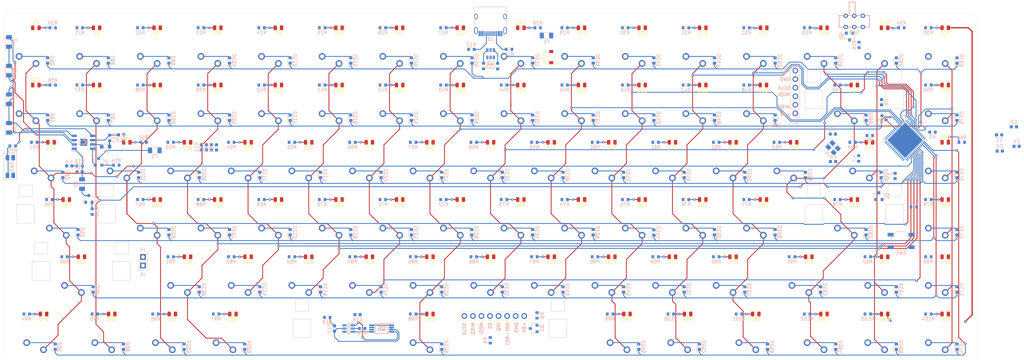
<source format=kicad_pcb>
(kicad_pcb (version 20211014) (generator pcbnew)
  (layers (0 "F.Cu" signal) (31 "B.Cu" signal) (34 "B.Paste" user) (35 "F.Paste" user) (36 "B.SilkS" user "B.Silkscreen") (37 "F.SilkS" user "F.Silkscreen") (38 "B.Mask" user) (39 "F.Mask" user) (44 "Edge.Cuts" user))
  (net 0 "")
  (net 1 "+5V")
  (net 2 "GND")
  (net 3 "Net-(C5-Pad1)")
  (net 4 "Net-(C6-Pad1)")
  (net 5 "Net-(C7-Pad1)")
  (net 6 "VBUS_SENSE")
  (net 7 "Net-(C9-Pad1)")
  (net 8 "Net-(C10-Pad1)")
  (net 9 "Net-(C11-Pad2)")
  (net 10 "Net-(C15-Pad1)")
  (net 11 "BATT+")
  (net 12 "Net-(C17-Pad2)")
  (net 13 "Net-(C17-Pad1)")
  (net 14 "Net-(D1-Pad2)")
  (net 15 "Net-(D1-Pad1)")
  (net 16 "Net-(D3-Pad2)")
  (net 17 "Net-(D5-Pad2)")
  (net 18 "BACKLIGHT")
  (net 19 "Net-(D6-Pad2)")
  (net 20 "Net-(D7-Pad2)")
  (net 21 "Net-(D8-Pad2)")
  (net 22 "Net-(D9-Pad2)")
  (net 23 "Net-(D10-Pad2)")
  (net 24 "Net-(D11-Pad2)")
  (net 25 "Net-(D12-Pad2)")
  (net 26 "Net-(D13-Pad2)")
  (net 27 "Net-(D14-Pad2)")
  (net 28 "Net-(D15-Pad2)")
  (net 29 "Net-(D16-Pad2)")
  (net 30 "Net-(D17-Pad2)")
  (net 31 "Net-(D18-Pad2)")
  (net 32 "Net-(D19-Pad2)")
  (net 33 "Net-(D20-Pad2)")
  (net 34 "Net-(D21-Pad2)")
  (net 35 "Net-(D22-Pad2)")
  (net 36 "Net-(D23-Pad2)")
  (net 37 "Net-(D24-Pad2)")
  (net 38 "Net-(D25-Pad2)")
  (net 39 "Net-(D26-Pad2)")
  (net 40 "Net-(D27-Pad2)")
  (net 41 "Net-(D28-Pad2)")
  (net 42 "Net-(D29-Pad2)")
  (net 43 "Net-(D30-Pad2)")
  (net 44 "Net-(D31-Pad2)")
  (net 45 "Net-(D32-Pad2)")
  (net 46 "Net-(D33-Pad2)")
  (net 47 "Net-(D34-Pad2)")
  (net 48 "Net-(D35-Pad2)")
  (net 49 "Net-(D36-Pad2)")
  (net 50 "Net-(D37-Pad2)")
  (net 51 "Net-(D38-Pad2)")
  (net 52 "Net-(D39-Pad2)")
  (net 53 "Net-(D40-Pad2)")
  (net 54 "Net-(D41-Pad2)")
  (net 55 "Net-(D42-Pad2)")
  (net 56 "Net-(D43-Pad2)")
  (net 57 "Net-(D44-Pad2)")
  (net 58 "Net-(D45-Pad2)")
  (net 59 "Net-(D46-Pad2)")
  (net 60 "Net-(D47-Pad2)")
  (net 61 "Net-(D48-Pad2)")
  (net 62 "Net-(D49-Pad2)")
  (net 63 "Net-(D50-Pad2)")
  (net 64 "Net-(D51-Pad2)")
  (net 65 "Net-(D52-Pad2)")
  (net 66 "Net-(D53-Pad2)")
  (net 67 "Net-(D54-Pad2)")
  (net 68 "Net-(D55-Pad2)")
  (net 69 "Net-(D56-Pad2)")
  (net 70 "Net-(D57-Pad2)")
  (net 71 "Net-(D58-Pad2)")
  (net 72 "Net-(D59-Pad2)")
  (net 73 "Net-(D60-Pad2)")
  (net 74 "Net-(D61-Pad2)")
  (net 75 "Net-(D62-Pad2)")
  (net 76 "Net-(D63-Pad2)")
  (net 77 "Net-(D64-Pad2)")
  (net 78 "Net-(D65-Pad2)")
  (net 79 "Net-(D66-Pad2)")
  (net 80 "Net-(D67-Pad2)")
  (net 81 "Net-(D68-Pad2)")
  (net 82 "Net-(D69-Pad2)")
  (net 83 "Net-(D70-Pad2)")
  (net 84 "Net-(D71-Pad2)")
  (net 85 "Net-(D72-Pad2)")
  (net 86 "Net-(D73-Pad2)")
  (net 87 "Net-(D74-Pad2)")
  (net 88 "Net-(D75-Pad2)")
  (net 89 "Net-(D76-Pad2)")
  (net 90 "Net-(D77-Pad2)")
  (net 91 "Net-(D78-Pad2)")
  (net 92 "Net-(D79-Pad2)")
  (net 93 "Net-(D80-Pad2)")
  (net 94 "Net-(D81-Pad2)")
  (net 95 "Net-(D82-Pad2)")
  (net 96 "Net-(D83-Pad2)")
  (net 97 "Net-(D84-Pad2)")
  (net 98 "Net-(D85-Pad2)")
  (net 99 "Net-(D86-Pad2)")
  (net 100 "Net-(D87-Pad2)")
  (net 101 "Net-(D88-Pad2)")
  (net 102 "Net-(D89-Pad2)")
  (net 103 "Net-(D90-Pad2)")
  (net 104 "ROW0")
  (net 105 "Net-(D91-Pad2)")
  (net 106 "ROW1")
  (net 107 "Net-(D92-Pad2)")
  (net 108 "ROW2")
  (net 109 "Net-(D93-Pad2)")
  (net 110 "ROW3")
  (net 111 "Net-(D94-Pad2)")
  (net 112 "ROW4")
  (net 113 "Net-(D95-Pad2)")
  (net 114 "ROW5")
  (net 115 "Net-(D96-Pad2)")
  (net 116 "Net-(D97-Pad2)")
  (net 117 "Net-(D98-Pad2)")
  (net 118 "Net-(D99-Pad2)")
  (net 119 "Net-(D100-Pad2)")
  (net 120 "Net-(D101-Pad2)")
  (net 121 "Net-(D102-Pad2)")
  (net 122 "Net-(D103-Pad2)")
  (net 123 "Net-(D104-Pad2)")
  (net 124 "Net-(D105-Pad2)")
  (net 125 "Net-(D106-Pad2)")
  (net 126 "Net-(D107-Pad2)")
  (net 127 "Net-(D108-Pad2)")
  (net 128 "Net-(D109-Pad2)")
  (net 129 "Net-(D110-Pad2)")
  (net 130 "Net-(D111-Pad2)")
  (net 131 "Net-(D112-Pad2)")
  (net 132 "Net-(D113-Pad2)")
  (net 133 "Net-(D114-Pad2)")
  (net 134 "Net-(D115-Pad2)")
  (net 135 "Net-(D116-Pad2)")
  (net 136 "Net-(D117-Pad2)")
  (net 137 "Net-(D118-Pad2)")
  (net 138 "Net-(D119-Pad2)")
  (net 139 "Net-(D120-Pad2)")
  (net 140 "Net-(D121-Pad2)")
  (net 141 "Net-(D122-Pad2)")
  (net 142 "Net-(D123-Pad2)")
  (net 143 "Net-(D124-Pad2)")
  (net 144 "Net-(D125-Pad2)")
  (net 145 "Net-(D126-Pad2)")
  (net 146 "Net-(D127-Pad2)")
  (net 147 "Net-(D128-Pad2)")
  (net 148 "Net-(D129-Pad2)")
  (net 149 "Net-(D130-Pad2)")
  (net 150 "Net-(D131-Pad2)")
  (net 151 "Net-(D132-Pad2)")
  (net 152 "Net-(D133-Pad2)")
  (net 153 "Net-(D134-Pad2)")
  (net 154 "Net-(D135-Pad2)")
  (net 155 "Net-(D136-Pad2)")
  (net 156 "Net-(D137-Pad2)")
  (net 157 "Net-(D138-Pad2)")
  (net 158 "Net-(D139-Pad2)")
  (net 159 "Net-(D140-Pad2)")
  (net 160 "Net-(D141-Pad2)")
  (net 161 "Net-(D142-Pad2)")
  (net 162 "Net-(D143-Pad2)")
  (net 163 "Net-(D144-Pad2)")
  (net 164 "Net-(D145-Pad2)")
  (net 165 "Net-(D146-Pad2)")
  (net 166 "Net-(D147-Pad2)")
  (net 167 "Net-(D148-Pad2)")
  (net 168 "Net-(D149-Pad2)")
  (net 169 "Net-(D150-Pad2)")
  (net 170 "Net-(D151-Pad2)")
  (net 171 "Net-(D152-Pad2)")
  (net 172 "Net-(D153-Pad2)")
  (net 173 "Net-(D154-Pad2)")
  (net 174 "Net-(D155-Pad2)")
  (net 175 "Net-(D156-Pad2)")
  (net 176 "Net-(D157-Pad2)")
  (net 177 "Net-(D158-Pad2)")
  (net 178 "Net-(D159-Pad2)")
  (net 179 "Net-(D160-Pad2)")
  (net 180 "Net-(D161-Pad2)")
  (net 181 "Net-(D162-Pad2)")
  (net 182 "Net-(D163-Pad2)")
  (net 183 "Net-(D164-Pad2)")
  (net 184 "Net-(D165-Pad2)")
  (net 185 "Net-(D166-Pad2)")
  (net 186 "Net-(D167-Pad2)")
  (net 187 "Net-(D168-Pad2)")
  (net 188 "Net-(D169-Pad2)")
  (net 189 "Net-(D170-Pad2)")
  (net 190 "Net-(D171-Pad2)")
  (net 191 "Net-(D172-Pad2)")
  (net 192 "Net-(D173-Pad2)")
  (net 193 "Net-(D174-Pad2)")
  (net 194 "Net-(F2-Pad2)")
  (net 195 "Net-(F3-Pad1)")
  (net 196 "Net-(IC1-Pad8)")
  (net 197 "Net-(IC1-Pad7)")
  (net 198 "Net-(IC1-Pad5)")
  (net 199 "Net-(IC2-Pad4)")
  (net 200 "Net-(IC2-Pad3)")
  (net 201 "Net-(IC2-Pad2)")
  (net 202 "Net-(IC2-Pad1)")
  (net 203 "RESET")
  (net 204 "SCLK_5V")
  (net 205 "MOSI_5V")
  (net 206 "MISO_5V")
  (net 207 "SS_5V")
  (net 208 "IRQ_5V")
  (net 209 "RST_5V")
  (net 210 "Net-(J2-Pad1)")
  (net 211 "Net-(J3-PadB8)")
  (net 212 "Net-(J3-PadA5)")
  (net 213 "D-")
  (net 214 "D+")
  (net 215 "Net-(J3-PadA8)")
  (net 216 "Net-(J3-PadB5)")
  (net 217 "COL0")
  (net 218 "COL1")
  (net 219 "COL2")
  (net 220 "COL3")
  (net 221 "COL4")
  (net 222 "COL5")
  (net 223 "COL6")
  (net 224 "COL7")
  (net 225 "COL8")
  (net 226 "COL9")
  (net 227 "COL10")
  (net 228 "COL11")
  (net 229 "COL12")
  (net 230 "COL13")
  (net 231 "COL14")
  (net 232 "COL15")
  (net 233 "Net-(Q1-Pad2)")
  (net 234 "NRF_DISC")
  (net 235 "BATT_DISC")
  (net 236 "Net-(Q5-Pad2)")
  (net 237 "Net-(Q6-Pad1)")
  (net 238 "Net-(R1-Pad1)")
  (net 239 "Net-(R2-Pad2)")
  (net 240 "Net-(R3-Pad1)")
  (net 241 "Net-(R5-Pad2)")
  (net 242 "Net-(R6-Pad2)")
  (net 243 "Net-(R15-Pad1)")
  (net 244 "Net-(U1-Pad62)")
  (net 245 "Net-(U1-Pad34)")
  (net 246 "Net-(U1-Pad33)")
  (net 247 "Net-(U1-Pad19)")
  (net 248 "Net-(U1-Pad18)")
  (net 249 "Net-(U1-Pad9)")
  (net 250 "Net-(U2-Pad6)")
  (net 251 "Net-(U2-Pad4)")
  (net 252 "Net-(D175-Pad2)")
  (net 253 "Net-(U1-Pad45)")
  (net 254 "Net-(U1-Pad44)")
  (net 255 "Net-(U1-Pad35)")
  (net 256 "Net-(U1-Pad28)")
  (net 257 "Net-(U1-Pad27)")
  (net 258 "Net-(U1-Pad17)")
  (net 259 "Net-(U1-Pad16)")
  (net 260 "Net-(U1-Pad48)")
  (net 261 "Net-(U1-Pad47)")
  (net 262 "Net-(U1-Pad46)")
  (footprint "Keebio-Parts:Kailh-PG1350-1u-NoLED" (layer "F.Cu") (at 76.5 93.5)
    (fp_text reference "K1")
    (fp_text value "KEYSW" hide)
  )
  (footprint "LED_SMD:LED_0805_2012Metric" (layer "F.Cu") (at 220.5 88.8)
    (fp_text reference "D13")
    (fp_text value "LED")
  )
  (footprint "Keebio-Parts:Kailh-PG1350-1u-NoLED" (layer "F.Cu") (at 220.5 93.5)
    (fp_text reference "K42")
    (fp_text value "KEYSW" hide)
  )
  (footprint "LED_SMD:LED_0805_2012Metric" (layer "F.Cu") (at 112.5 88.8 180)
    (fp_text reference "D7")
    (fp_text value "LED")
  )
  (footprint "LED_SMD:LED_0805_2012Metric" (layer "F.Cu") (at 130.5 105.8 180)
    (fp_text reference "D24")
    (fp_text value "LED")
  )
  (footprint "LED_SMD:LED_0805_2012Metric" (layer "F.Cu") (at 148.5 105.8 180)
    (fp_text reference "D25")
    (fp_text value "LED")
  )
  (footprint "LED_SMD:LED_0805_2012Metric" (layer "F.Cu") (at 166.5 105.8 180)
    (fp_text reference "D26")
    (fp_text value "LED")
  )
  (footprint "LED_SMD:LED_0805_2012Metric" (layer "F.Cu") (at 184.5 105.8 180)
    (fp_text reference "D27")
    (fp_text value "LED")
  )
  (footprint "LED_SMD:LED_0805_2012Metric" (layer "F.Cu") (at 202.5 105.8 180)
    (fp_text reference "D28")
    (fp_text value "LED")
  )
  (footprint "LED_SMD:LED_0805_2012Metric" (layer "F.Cu") (at 220.5 105.8 180)
    (fp_text reference "D29")
    (fp_text value "LED")
  )
  (footprint "LED_SMD:LED_0805_2012Metric" (layer "F.Cu") (at 238.5 105.8 180)
    (fp_text reference "D30")
    (fp_text value "LED")
  )
  (footprint "LED_SMD:LED_0805_2012Metric" (layer "F.Cu") (at 256.5 105.8 180)
    (fp_text reference "D31")
    (fp_text value "LED")
  )
  (footprint "LED_SMD:LED_0805_2012Metric" (layer "F.Cu") (at 274.5 105.8 180)
    (fp_text reference "D32")
    (fp_text value "LED")
  )
  (footprint "LED_SMD:LED_0805_2012Metric" (layer "F.Cu") (at 292.5 105.8 180)
    (fp_text reference "D33")
    (fp_text value "LED")
  )
  (footprint "LED_SMD:LED_0805_2012Metric" (layer "F.Cu") (at 319.5 105.8 180)
    (fp_text reference "D34")
    (fp_text value "LED")
  )
  (footprint "LED_SMD:LED_0805_2012Metric" (layer "F.Cu") (at 346.5 105.8 180)
    (fp_text reference "D35")
    (fp_text value "LED")
  )
  (footprint "LED_SMD:LED_0805_2012Metric" (layer "F.Cu") (at 81 122.8 180)
    (fp_text reference "D36")
    (fp_text value "LED")
  )
  (footprint "LED_SMD:LED_0805_2012Metric" (layer "F.Cu") (at 103.5 122.8)
    (fp_text reference "D37")
    (fp_text value "LED")
  )
  (footprint "LED_SMD:LED_0805_2012Metric" (layer "F.Cu") (at 121.5 122.8 180)
    (fp_text reference "D38")
    (fp_text value "LED")
  )
  (footprint "LED_SMD:LED_0805_2012Metric" (layer "F.Cu") (at 139.5 122.8 180)
    (fp_text reference "D39")
    (fp_text value "LED")
  )
  (footprint "LED_SMD:LED_0805_2012Metric" (layer "F.Cu") (at 157.5 122.8 180)
    (fp_text reference "D40")
    (fp_text value "LED")
  )
  (footprint "LED_SMD:LED_0805_2012Metric" (layer "F.Cu") (at 175.5 122.8 180)
    (fp_text reference "D41")
    (fp_text value "LED")
  )
  (footprint "LED_SMD:LED_0805_2012Metric" (layer "F.Cu") (at 193.5 122.8 180)
    (fp_text reference "D42")
    (fp_text value "LED")
  )
  (footprint "LED_SMD:LED_0805_2012Metric" (layer "F.Cu") (at 211.5 122.8 180)
    (fp_text reference "D43")
    (fp_text value "LED")
  )
  (footprint "LED_SMD:LED_0805_2012Metric" (layer "F.Cu") (at 229.5 122.8 180)
    (fp_text reference "D44")
    (fp_text value "LED")
  )
  (footprint "LED_SMD:LED_0805_2012Metric" (layer "F.Cu") (at 247.5 122.8 180)
    (fp_text reference "D45")
    (fp_text value "LED")
  )
  (footprint "LED_SMD:LED_0805_2012Metric" (layer "F.Cu") (at 265.5 122.8 180)
    (fp_text reference "D46")
    (fp_text value "LED")
  )
  (footprint "LED_SMD:LED_0805_2012Metric" (layer "F.Cu") (at 283.5 122.8 180)
    (fp_text reference "D47")
    (fp_text value "LED")
  )
  (footprint "LED_SMD:LED_0805_2012Metric" (layer "F.Cu") (at 301.5 122.8 180)
    (fp_text reference "D48")
    (fp_text value "LED")
  )
  (footprint "LED_SMD:LED_0805_2012Metric" (layer "F.Cu") (at 324 122.8 180)
    (fp_text reference "D49")
    (fp_text value "LED")
  )
  (footprint "LED_SMD:LED_0805_2012Metric" (layer "F.Cu") (at 346.5 122.8)
    (fp_text reference "D50")
    (fp_text value "LED")
  )
  (footprint "LED_SMD:LED_0805_2012Metric" (layer "F.Cu") (at 85.5 139.8 180)
    (fp_text reference "D51")
    (fp_text value "LED")
  )
  (footprint "LED_SMD:LED_0805_2012Metric" (layer "F.Cu") (at 112.5 139.8 180)
    (fp_text reference "D52")
    (fp_text value "LED")
  )
  (footprint "LED_SMD:LED_0805_2012Metric" (layer "F.Cu") (at 130.5 139.8 180)
    (fp_text reference "D53")
    (fp_text value "LED")
  )
  (footprint "LED_SMD:LED_0805_2012Metric" (layer "F.Cu") (at 148.5 139.8 180)
    (fp_text reference "D54")
    (fp_text value "LED")
  )
  (footprint "LED_SMD:LED_0805_2012Metric" (layer "F.Cu") (at 166.5 139.8 180)
    (fp_text reference "D55")
    (fp_text value "LED")
  )
  (footprint "LED_SMD:LED_0805_2012Metric" (layer "F.Cu") (at 184.5 139.8 180)
    (fp_text reference "D56")
    (fp_text value "LED")
  )
  (footprint "LED_SMD:LED_0805_2012Metric" (layer "F.Cu") (at 202.5 139.8 180)
    (fp_text reference "D57")
    (fp_text value "LED")
  )
  (footprint "LED_SMD:LED_0805_2012Metric" (layer "F.Cu") (at 220.5 139.8 180)
    (fp_text reference "D58")
    (fp_text value "LED")
  )
  (footprint "LED_SMD:LED_0805_2012Metric" (layer "F.Cu") (at 238.5 139.8 180)
    (fp_text reference "D59")
    (fp_text value "LED")
  )
  (footprint "LED_SMD:LED_0805_2012Metric" (layer "F.Cu") (at 256.5 139.8 180)
    (fp_text reference "D60")
    (fp_text value "LED")
  )
  (footprint "LED_SMD:LED_0805_2012Metric" (layer "F.Cu") (at 274.5 139.8 180)
    (fp_text reference "D61")
    (fp_text value "LED")
  )
  (footprint "LED_SMD:LED_0805_2012Metric" (layer "F.Cu") (at 292.5 139.8 180)
    (fp_text reference "D62")
    (fp_text value "LED")
  )
  (footprint "LED_SMD:LED_0805_2012Metric" (layer "F.Cu") (at 319.5 139.8 180)
    (fp_text reference "D63")
    (fp_text value "LED")
  )
  (footprint "LED_SMD:LED_0805_2012Metric" (layer "F.Cu") (at 346.5 139.8 180)
    (fp_text reference "D64")
    (fp_text value "LED")
  )
  (footprint "LED_SMD:LED_0805_2012Metric" (layer "F.Cu") (at 90 156.8 180)
    (fp_text reference "D65")
    (fp_text value "LED")
  )
  (footprint "LED_SMD:LED_0805_2012Metric" (layer "F.Cu") (at 121.5 156.8 180)
    (fp_text reference "D66")
    (fp_text value "LED")
  )
  (footprint "LED_SMD:LED_0805_2012Metric" (layer "F.Cu") (at 139.5 156.8 180)
    (fp_text reference "D67")
    (fp_text value "LED")
  )
  (footprint "LED_SMD:LED_0805_2012Metric" (layer "F.Cu") (at 157.5 156.8 180)
    (fp_text reference "D68")
    (fp_text value "LED")
  )
  (footprint "LED_SMD:LED_0805_2012Metric" (layer "F.Cu") (at 175.5 156.8 180)
    (fp_text reference "D69")
    (fp_text value "LED")
  )
  (footprint "LED_SMD:LED_0805_2012Metric" (layer "F.Cu") (at 193.5 156.8 180)
    (fp_text reference "D70")
    (fp_text value "LED")
  )
  (footprint "LED_SMD:LED_0805_2012Metric" (layer "F.Cu") (at 211.5 156.8 180)
    (fp_text reference "D71")
    (fp_text value "LED")
  )
  (footprint "LED_SMD:LED_0805_2012Metric" (layer "F.Cu") (at 229.5 156.8 180)
    (fp_text reference "D72")
    (fp_text value "LED")
  )
  (footprint "LED_SMD:LED_0805_2012Metric" (layer "F.Cu") (at 247.5 156.8 180)
    (fp_text reference "D73")
    (fp_text value "LED")
  )
  (footprint "LED_SMD:LED_0805_2012Metric" (layer "F.Cu") (at 265.5 156.8 180)
    (fp_text reference "D74")
    (fp_text value "LED")
  )
  (footprint "LED_SMD:LED_0805_2012Metric" (layer "F.Cu") (at 283.5 156.8 180)
    (fp_text reference "D75")
    (fp_text value "LED")
  )
  (footprint "LED_SMD:LED_0805_2012Metric" (layer "F.Cu") (at 306 156.8 180)
    (fp_text reference "D76")
    (fp_text value "LED")
  )
  (footprint "LED_SMD:LED_0805_2012Metric" (layer "F.Cu") (at 328.5 156.8 180)
    (fp_text reference "D77")
    (fp_text value "LED")
  )
  (footprint "LED_SMD:LED_0805_2012Metric" (layer "F.Cu") (at 346.5 156.8 180)
    (fp_text reference "D78")
    (fp_text value "LED")
  )
  (footprint "LED_SMD:LED_0805_2012Metric" (layer "F.Cu") (at 99 173.8 180)
    (fp_text reference "D80")
    (fp_text value "LED")
  )
  (footprint "LED_SMD:LED_0805_2012Metric" (layer "F.Cu") (at 117 173.8 180)
    (fp_text reference "D81")
    (fp_text value "LED")
  )
  (footprint "LED_SMD:LED_0805_2012Metric" (layer "F.Cu") (at 135 173.8 180)
    (fp_text reference "D82")
    (fp_text value "LED")
  )
  (footprint "LED_SMD:LED_0805_2012Metric" (layer "F.Cu") (at 193.5 173.8 180)
    (fp_text reference "D83")
    (fp_text value "LED")
  )
  (footprint "LED_SMD:LED_0805_2012Metric" (layer "F.Cu") (at 252 173.8 180)
    (fp_text reference "D84")
    (fp_text value "LED")
  )
  (footprint "LED_SMD:LED_0805_2012Metric" (layer "F.Cu") (at 270 173.8 180)
    (fp_text reference "D85")
    (fp_text value "LED")
  )
  (footprint "LED_SMD:LED_0805_2012Metric" (layer "F.Cu") (at 310.5 173.8 180)
    (fp_text reference "D87")
    (fp_text value "LED")
  )
  (footprint "LED_SMD:LED_0805_2012Metric" (layer "F.Cu") (at 328.5 173.8 180)
    (fp_text reference "D88")
    (fp_text value "LED")
  )
  (footprint "LED_SMD:LED_0805_2012Metric" (layer "F.Cu") (at 346.5 173.8 180)
    (fp_text reference "D89")
    (fp_text value "LED")
  )
  (footprint "Keebio-Parts:Kailh-PG1350-1u-NoLED" (layer "F.Cu") (at 76.5 110.5)
    (fp_text reference "K2")
    (fp_text value "KEYSW" hide)
  )
  (footprint "Keebio-Parts:Kailh-PG1350-1u-NoLED" (layer "F.Cu") (at 94.5 110.5)
    (fp_text reference "K8")
    (fp_text value "KEYSW" hide)
  )
  (footprint "Keebio-Parts:Kailh-PG1350-1u-NoLED" (layer "F.Cu") (at 112.5 110.5)
    (fp_text reference "K11")
    (fp_text value "KEYSW" hide)
  )
  (footprint "Keebio-Parts:Kailh-PG1350-1u-NoLED" (layer "F.Cu") (at 130.5 110.5)
    (fp_text reference "K16")
    (fp_text value "KEYSW" hide)
  )
  (footprint "Keebio-Parts:Kailh-PG1350-1u-NoLED" (layer "F.Cu") (at 328.5 93.5)
    (fp_text reference "K76")
    (fp_text value "KEYSW" hide)
  )
  (footprint "Keebio-Parts:Kailh-PG1350-1u-NoLED" (layer "F.Cu") (at 166.5 144.5)
    (fp_text reference "K29")
    (fp_text value "KEYSW" hide)
  )
  (footprint "Keebio-Parts:Kailh-PG1350-1u-NoLED" (layer "F.Cu") (at 283.5 127.5)
    (fp_text reference "K66")
    (fp_text value "KEYSW" hide)
  )
  (footprint "Keebio-Parts:Kailh-PG1350-1u-NoLED" (layer "F.Cu") (at 270 178.5)
    (fp_text reference "K63")
    (fp_text value "KEYSW" hide)
  )
  (footprint "Keebio-Parts:Kailh-PG1350-1u-NoLED" (layer "F.Cu") (at 229.5 127.5)
    (fp_text reference "K49")
    (fp_text value "KEYSW" hide)
  )
  (footprint "Keebio-Parts:Kailh-PG1350-1u-NoLED" (layer "F.Cu") (at 328.5 178.5)
    (fp_text reference "K79")
    (fp_text value "KEYSW" hide)
  )
  (footprint "Keebio-Parts:Kailh-PG1350-1u-NoLED" (layer "F.Cu") (at 328.5 161.5)
    (fp_text reference "K78")
    (fp_text value "KEYSW" hide)
  )
  (footprint "Keebio-Parts:Kailh-PG1350-1u-NoLED" (layer "F.Cu") (at 256.5 110.5)
    (fp_text reference "K53")
    (fp_text value "KEYSW" hide)
  )
  (footprint "Keebio-Parts:Kailh-PG1350-1u-NoLED" (layer "F.Cu") (at 292.5 144.5)
    (fp_text reference "K67")
    (fp_text value "KEYSW" hide)
  )
  (footprint "Keebio-Parts:Kailh-PG1350-1u-NoLED" (layer "F.Cu") (at 229.5 161.5)
    (fp_text reference "K51")
    (fp_text value "KEYSW" hide)
  )
  (footprint "Keebio-Parts:Kailh-PG1350-1u-NoLED" (layer "F.Cu") (at 202.5 110.5)
    (fp_text reference "K37")
    (fp_text value "KEYSW" hide)
  )
  (footprint "Keebio-Parts:Kailh-PG1350-1u-NoLED" (layer "F.Cu") (at 252 178.5)
    (fp_text reference "K57")
    (fp_text value "KEYSW" hide)
  )
  (footprint "Keebio-Parts:Kailh-PG1350-1u-NoLED" (layer "F.Cu") (at 247.5 161.5)
    (fp_text reference "K56")
    (fp_text value "KEYSW" hide)
  )
  (footprint "Keebio-Parts:Kailh-PG1350-1u-NoLED" (layer "F.Cu") (at 274.5 110.5)
    (fp_text reference "K59")
    (fp_text value "KEYSW" hide)
  )
  (footprint "Keebio-Parts:Kailh-PG1350-1u-NoLED" (layer "F.Cu") (at 306 161.5)
    (fp_text reference "K74")
    (fp_text value "KEYSW" hide)
  )
  (footprint "Keebio-Parts:Kailh-PG1350-1u-NoLED" (layer "F.Cu") (at 301.5 127.5)
    (fp_text reference "K72")
    (fp_text value "KEYSW" hide)
  )
  (footprint "Keebio-Parts:Kailh-PG1350-1u-NoLED" (layer "F.Cu") (at 310.5 178.5)
    (fp_text reference "K75")
    (fp_text value "KEYSW" hide)
  )
  (footprint "Keebio-Parts:Kailh-PG1350-1u-NoLED" (layer "F.Cu") (at 247.5 127.5)
    (fp_text reference "K54")
    (fp_text value "KEYSW" hide)
  )
  (footprint "Keebio-Parts:Kailh-PG1350-2u-NoLED" (layer "F.Cu") (at 319.5 144.5)
    (fp_text reference "K73")
    (fp_text value "KEYSW" hide)
    (fp_line (start -14.65 -3.2) (end -14.65 2.3) (layer "Edge.Cuts") (width 0.12))
    (fp_line (start 9.35 2.3) (end 14.65 2.3) (layer "Edge.Cuts") (width 0.12))
    (fp_line (start -14.65 -3.2) (end -9.35 -3.2) (layer "Edge.Cuts") (width 0.12))
    (fp_line (start 9.35 -3.2) (end 9.35 2.3) (layer "Edge.Cuts") (width 0.12))
    (fp_line (start -9.35 2.3) (end -9.35 -3.2) (layer "Edge.Cuts") (width 0.12))
    (fp_line (start -10 -5.5) (end -10 -9) (layer "Edge.Cuts") (width 0.12))
    (fp_line (start 14 -5.5) (end 14 -9) (layer "Edge.Cuts") (width 0.12))
    (fp_line (start 14.65 2.3) (end 14.65 -3.2) (layer "Edge.Cuts") (width 0.12))
    (fp_line (start 10 -5.5) (end 14 -5.5) (layer "Edge.Cuts") (width 0.12))
    (fp_line (start -14.65 2.3) (end -9.35 2.3) (layer "Edge.Cuts") (width 0.12))
    (fp_line (start 9.35 -3.2) (end 14.65 -3.2) (layer "Edge.Cuts") (width 0.12))
    (fp_line (start -14 -5.5) (end -10 -5.5) (layer "Edge.Cuts") (width 0.12))
    (fp_line (start -14 -9) (end -14 -5.5) (layer "Edge.Cuts") (width 0.12))
    (fp_line (start 10 -9) (end 10 -5.5) (layer "Edge.Cuts") (width 0.12))
    (fp_line (start -14 -9) (end -10 -9) (layer "Edge.Cuts") (width 0.12))
    (fp_line (start 10 -9) (end 14 -9) (layer "Edge.Cuts") (width 0.12))
  )
  (footprint "Keebio-Parts:Kailh-PG1350-1u-NoLED" (layer "F.Cu") (at 157.5 161.5)
    (fp_text reference "K30")
    (fp_text value "KEYSW" hide)
  )
  (footprint "Keebio-Parts:Kailh-PG1350-1u-NoLED" (layer "F.Cu") (at 238.5 110.5)
    (fp_text reference "K48")
    (fp_text value "KEYSW" hide)
  )
  (footprint "Keebio-Parts:Kailh-PG1350-1u-NoLED" (layer "F.Cu") (at 193.5 127.5)
    (fp_text reference "K38")
    (fp_text value "KEYSW" hide)
  )
  (footprint "Keebio-Parts:Kailh-PG1350-1u-NoLED" (layer "F.Cu") (at 117 178.5)
    (fp_text reference "K14")
    (fp_text value "KEYSW" hide)
  )
  (footprint "Keebio-Parts:Kailh-PG1350-1u-NoLED" (layer "F.Cu") (at 139.5 161.5)
    (fp_text reference "K25")
    (fp_text value "KEYSW" hide)
  )
  (footprint "Keebio-Parts:Kailh-PG1350-1u-NoLED" (layer "F.Cu") (at 346.5 110.5)
    (fp_text reference "K81")
    (fp_text value "KEYSW" hide)
  )
  (footprint "Keebio-Parts:Kailh-PG1350-1u-NoLED" (layer "F.Cu") (at 265.5 161.5)
    (fp_text reference "K62")
    (fp_text value "KEYSW" hide)
  )
  (footprint "Keebio-Parts:Kailh-PG1350-1u-NoLED" (layer "F.Cu") (at 274.5 144.5)
    (fp_text reference "K61")
    (fp_text value "KEYSW" hide)
  )
  (footprint "Keebio-Parts:Kailh-PG1350-1u-NoLED" (layer "F.Cu") (at 220.5 110.5)
    (fp_text reference "K43")
    (fp_text value "KEYSW" hide)
  )
  (footprint "Keebio-Parts:Kailh-PG1350-1u-NoLED" (layer "F.Cu") (at 265.5 127.5)
    (fp_text reference "K60")
    (fp_text value "KEYSW" hide)
  )
  (footprint "Keebio-Parts:Kailh-PG1350-1u-NoLED" (layer "F.Cu") (at 256.5 144.5)
    (fp_text reference "K55")
    (fp_text value "KEYSW" hide)
  )
  (footprint "Keebio-Parts:Kailh-PG1350-1u-NoLED" (layer "F.Cu") (at 346.5 178.5)
    (fp_text reference "K85")
    (fp_text value "KEYSW" hide)
  )
  (footprint "Keebio-Parts:Kailh-PG1350-1u-NoLED" (layer "F.Cu") (at 175.5 127.5)
    (fp_text reference "K33")
    (fp_text value "KEYSW" hide)
  )
  (footprint "Keebio-Parts:Kailh-PG1350-1u-NoLED" (layer "F.Cu") (at 121.5 161.5)
    (fp_text reference "K19")
    (fp_text value "KEYSW" hide)
  )
  (footprint "Keebio-Parts:Kailh-PG1350-1u-NoLED" (layer "F.Cu") (at 148.5 110.5)
    (fp_text reference "K22")
    (fp_text value "KEYSW" hide)
  )
  (footprint "Keebio-Parts:Kailh-PG1350-1u-NoLED" (layer "F.Cu") (at 157.5 127.5)
    (fp_text reference "K28")
    (fp_text value "KEYSW" hide)
  )
  (footprint "Keebio-Parts:Kailh-PG1350-1u-NoLED" (layer "F.Cu") (at 99 178.5)
    (fp_text reference "K9")
    (fp_text value "KEYSW" hide)
  )
  (footprint "Keebio-Parts:Kailh-PG1350-1u-NoLED" (layer "F.Cu") (at 346.5 161.5)
    (fp_text reference "K84")
    (fp_text value "KEYSW" hide)
  )
  (footprint "Keebio-Parts:Kailh-PG1350-1u-NoLED" (layer "F.Cu") (at 346.5 144.5)
    (fp_text reference "K83")
    (fp_text value "KEYSW" hide)
  )
  (footprint "Keebio-Parts:Kailh-PG1350-1u-NoLED" (layer "F.Cu") (at 184.5 144.5)
    (fp_text reference "K34")
    (fp_text value "KEYSW" hide)
  )
  (footprint "Keebio-Parts:Kailh-PG1350-1u-NoLED" (layer "F.Cu") (at 184.5 110.5)
    (fp_text reference "K32")
    (fp_text value "KEYSW" hide)
  )
  (footprint "Keebio-Parts:Kailh-PG1350-1u-NoLED" (layer "F.Cu") (at 238.5 144.5)
    (fp_text reference "K50")
    (fp_text value "KEYSW" hide)
  )
  (footprint "Keebio-Parts:Kailh-PG1350-1u-NoLED" (layer "F.Cu") (at 202.5 144.5)
    (fp_text reference "K39")
    (fp_text value "KEYSW" hide)
  )
  (footprint "Keebio-Parts:Kailh-PG1350-1u-NoLED" (layer "F.Cu") (at 112.5 144.5)
    (fp_text reference "K13")
    (fp_text value "KEYSW" hide)
  )
  (footprint "Keebio-Parts:Kailh-PG1350-2u-NoLED" (layer "F.Cu") (at 85.5 144.5)
    (fp_text reference "K4")
    (fp_text value "KEYSW" hide)
    (fp_line (start -14 -9) (end -10 -9) (layer "Edge.Cuts") (width 0.12))
    (fp_line (start -14 -9) (end -14 -5.5) (layer "Edge.Cuts") (width 0.12))
    (fp_line (start -14.65 -3.2) (end -14.65 2.3) (layer "Edge.Cuts") (width 0.12))
    (fp_line (start 9.35 -3.2) (end 9.35 2.3) (layer "Edge.Cuts") (width 0.12))
    (fp_line (start -10 -5.5) (end -10 -9) (layer "Edge.Cuts") (width 0.12))
    (fp_line (start 10 -9) (end 14 -9) (layer "Edge.Cuts") (width 0.12))
    (fp_line (start 10 -9) (end 10 -5.5) (layer "Edge.Cuts") (width 0.12))
    (fp_line (start 9.35 -3.2) (end 14.65 -3.2) (layer "Edge.Cuts") (width 0.12))
    (fp_line (start -14 -5.5) (end -10 -5.5) (layer "Edge.Cuts") (width 0.12))
    (fp_line (start 14.65 2.3) (end 14.65 -3.2) (layer "Edge.Cuts") (width 0.12))
    (fp_line (start 10 -5.5) (end 14 -5.5) (layer "Edge.Cuts") (width 0.12))
    (fp_line (start 14 -5.5) (end 14 -9) (layer "Edge.Cuts") (width 0.12))
    (fp_line (start -14.65 -3.2) (end -9.35 -3.2) (layer "Edge.Cuts") (width 0.12))
    (fp_line (start -9.35 2.3) (end -9.35 -3.2) (layer "Edge.Cuts") (width 0.12))
    (fp_line (start -14.65 2.3) (end -9.35 2.3) (layer "Edge.Cuts") (width 0.12))
    (fp_line (start 9.35 2.3) (end 14.65 2.3) (layer "Edge.Cuts") (width 0.12))
  )
  (footprint "Keebio-Parts:Kailh-PG1350-1u-NoLED" (layer "F.Cu") (at 121.5 127.5)
    (fp_text reference "K17")
    (fp_text value "KEYSW" hide)
  )
  (footprint "Keebio-Parts:Kailh-PG1350-1u-NoLED" (layer "F.Cu") (at 211.5 161.5)
    (fp_text reference "K46")
    (fp_text value "KEYSW" hide)
  )
  (footprint "Keebio-Parts:Kailh-PG1350-1u-NoLED" (layer "F.Cu") (at 130.5 144.5)
    (fp_text reference "K18")
    (fp_text value "KEYSW" hide)
  )
  (footprint "Keebio-Parts:Kailh-PG1350-1u-NoLED" (layer "F.Cu") (at 175.5 161.5)
    (fp_text reference "K35")
    (fp_text value "KEYSW" hide)
  )
  (footprint "Keebio-Parts:Kailh-PG1350-1u-NoLED" (layer "F.Cu") (at 78.75 178.5)
    (fp_text reference "K6")
    (fp_text value "KEYSW" hide)
  )
  (footprint "Keebio-Parts:Kailh-PG1350-1u-NoLED" (layer "F.Cu") (at 193.5 161.5)
    (fp_text reference "K40")
    (fp_text value "KEYSW" hide)
  )
  (footprint "Keebio-Parts:Kailh-PG1350-1u-NoLED" (layer "F.Cu") (at 81 127.5)
    (fp_text reference "K3")
    (fp_text value "KEYSW" hide)
  )
  (footprint "Keebio-Parts:Kailh-PG1350-1u-NoLED" (layer "F.Cu") (at 220.5 144.5)
    (fp_text reference "K45")
    (fp_text value "KEYSW" hide)
  )
  (footprint "Keebio-Parts:Kailh-PG1350-1u-NoLED" (layer "F.Cu") (at 139.5 127.5)
    (fp_text reference "K23")
    (fp_text value "KEYSW" hide)
  )
  (footprint "Keebio-Parts:Kailh-PG1350-1u-NoLED" (layer "F.Cu") (at 292.5 110.5)
    (fp_text reference "K65")
    (fp_text value "KEYSW" hide)
  )
  (footprint "Keebio-Parts:Kailh-PG1350-2u-NoLED" (layer "F.Cu") (at 90 161.5)
    (fp_text reference "K5")
    (fp_text value "KEYSW" hide)
    (fp_line (start -9.35 2.3) (end -9.35 -3.2) (layer "Edge.Cuts") (width 0.12))
    (fp_line (start -10 -5.5) (end -10 -9) (layer "Edge.Cuts") (width 0.12))
    (fp_line (start -14.65 2.3) (end -9.35 2.3) (layer "Edge.Cuts") (width 0.12))
    (fp_line (start 9.35 2.3) (end 14.65 2.3) (layer "Edge.Cuts") (width 0.12))
    (fp_line (start 10 -9) (end 10 -5.5) (layer "Edge.Cuts") (width 0.12))
    (fp_line (start 14.65 2.3) (end 14.65 -3.2) (layer "Edge.Cuts") (width 0.12))
    (fp_line (start -14 -9) (end -10 -9) (layer "Edge.Cuts") (width 0.12))
    (fp_line (start 10 -9) (end 14 -9) (layer "Edge.Cuts") (width 0.12))
    (fp_line (start -14 -9) (end -14 -5.5) (layer "Edge.Cuts") (width 0.12))
    (fp_line (start 14 -5.5) (end 14 -9) (layer "Edge.Cuts") (width 0.12))
    (fp_line (start -14.65 -3.2) (end -14.65 2.3) (layer "Edge.Cuts") (width 0.12))
    (fp_line (start 10 -5.5) (end 14 -5.5) (layer "Edge.Cuts") (width 0.12))
    (fp_line (start -14 -5.5) (end -10 -5.5) (layer "Edge.Cuts") (width 0.12))
    (fp_line (start 9.35 -3.2) (end 14.65 -3.2) (layer "Edge.Cuts") (width 0.12))
    (fp_line (start 9.35 -3.2) (end 9.35 2.3) (layer "Edge.Cuts") (width 0.12))
    (fp_line (start -14.65 -3.2) (end -9.35 -3.2) (layer "Edge.Cuts") (width 0.12))
  )
  (footprint "Keebio-Parts:Kailh-PG1350-1u-NoLED" (layer "F.Cu") (at 283.5 161.5)
    (fp_text reference "K68")
    (fp_text value "KEYSW" hide)
  )
  (footprint "Keebio-Parts:Kailh-PG1350-1u-NoLED" (layer "F.Cu") (at 290.25 178.5)
    (fp_text reference "K69")
    (fp_text value "KEYSW" hide)
  )
  (footprint "Keebio-Parts:Kailh-PG1350-1u-NoLED" (layer "F.Cu") (at 166.5 110.5)
    (fp_text reference "K27")
    (fp_text value "KEYSW" hide)
  )
  (footprint "Keebio-Parts:Kailh-PG1350-1u-NoLED" (layer "F.Cu") (at 211.5 127.5)
    (fp_text reference "K44")
    (fp_text value "KEYSW" hide)
  )
  (footprint "Keebio-Parts:Kailh-PG1350-1u-NoLED" (layer "F.Cu") (at 148.5 144.5)
    (fp_text reference "K24")
    (fp_text value "KEYSW" hide)
  )
  (footprint "Keebio-Parts:Kailh-PG1350-1u-NoLED" (layer "F.Cu") (at 135 178.5)
    (fp_text reference "K20")
    (fp_text value "KEYSW" hide)
  )
  (footprint "Connector_PinSocket_2.54mm:PinSocket_1x08_P2.54mm_Vertical" (layer "F.Cu") (at 221.5 174.4 -90)
    (fp_text reference "J2" hide)
    (fp_text value "Conn_01x08_Female")
  )
  (footprint "Keebio-Parts:Kailh-PG1350-1u-NoLED" (layer "F.Cu") (at 94.5 93.5)
    (fp_text reference "K7")
    (fp_text value "KEYSW" hide)
  )
  (footprint "Diode_SMD:D_SOD-123" (layer "F.Cu") (at 229.5 97.5 90)
    (fp_text reference "D175")
    (fp_text value "D_Schottky")
  )
  (footprint "Keebio-Parts:Kailh-PG1350-1u-NoLED" (layer "F.Cu") (at 103.5 127.5)
    (fp_text reference "K12")
    (fp_text value "KEYSW" hide)
  )
  (footprint "Keebio-Parts:Kailh-PG1350-5.5u-NoLED" (layer "F.Cu") (at 193.5 178.5)
    (fp_text reference "K41")
    (fp_text value "KEYSW" hide)
    (fp_line (start 35.35 -3.2) (end 35.35 2.3) (layer "Edge.Cuts") (width 0.12))
    (fp_line (start -40.65 -3.2) (end -35.35 -3.2) (layer "Edge.Cuts") (width 0.12))
    (fp_line (start 36 -9) (end 40 -9) (layer "Edge.Cuts") (width 0.12))
    (fp_line (start -36 -5.5) (end -36 -9) (layer "Edge.Cuts") (width 0.12))
    (fp_line (start -40 -5.5) (end -36 -5.5) (layer "Edge.Cuts") (width 0.12))
    (fp_line (start 35.35 2.3) (end 40.65 2.3) (layer "Edge.Cuts") (width 0.12))
    (fp_line (start -40 -9) (end -40 -5.5) (layer "Edge.Cuts") (width 0.12))
    (fp_line (start 36 -9) (end 36 -5.5) (layer "Edge.Cuts") (width 0.12))
    (fp_line (start 35.35 -3.2) (end 40.65 -3.2) (layer "Edge.Cuts") (width 0.12))
    (fp_line (start -40.65 -3.2) (end -40.65 2.3) (layer "Edge.Cuts") (width 0.12))
    (fp_line (start 40 -5.5) (end 40 -9) (layer "Edge.Cuts") (width 0.12))
    (fp_line (start -40 -9) (end -36 -9) (layer "Edge.Cuts") (width 0.12))
    (fp_line (start 36 -5.5) (end 40 -5.5) (layer "Edge.Cuts") (width 0.12))
    (fp_line (start -35.35 2.3) (end -35.35 -3.2) (layer "Edge.Cuts") (width 0.12))
    (fp_line (start -40.65 2.3) (end -35.35 2.3) (layer "Edge.Cuts") (width 0.12))
    (fp_line (start 40.65 2.3) (end 40.65 -3.2) (layer "Edge.Cuts") (width 0.12))
  )
  (footprint "Keebio-Parts:Kailh-PG1350-2u-NoLED" (layer "F.Cu") (at 319.5 110.5)
    (fp_text reference "K71")
    (fp_text value "KEYSW" hide)
    (fp_line (start -14 -9) (end -10 -9) (layer "Edge.Cuts") (width 0.12))
    (fp_line (start 10 -9) (end 10 -5.5) (layer "Edge.Cuts") (width 0.12))
    (fp_line (start -14.65 2.3) (end -9.35 2.3) (layer "Edge.Cuts") (width 0.12))
    (fp_line (start 9.35 -3.2) (end 14.65 -3.2) (layer "Edge.Cuts") (width 0.12))
    (fp_line (start -14 -9) (end -14 -5.5) (layer "Edge.Cuts") (width 0.12))
    (fp_line (start 10 -9) (end 14 -9) (layer "Edge.Cuts") (width 0.12))
    (fp_line (start -10 -5.5) (end -10 -9) (layer "Edge.Cuts") (width 0.12))
    (fp_line (start -14.65 -3.2) (end -14.65 2.3) (layer "Edge.Cuts") (width 0.12))
    (fp_line (start 14 -5.5) (end 14 -9) (layer "Edge.Cuts") (width 0.12))
    (fp_line (start -14 -5.5) (end -10 -5.5) (layer "Edge.Cuts") (width 0.12))
    (fp_line (start -9.35 2.3) (end -9.35 -3.2) (layer "Edge.Cuts") (width 0.12))
    (fp_line (start 9.35 2.3) (end 14.65 2.3) (layer "Edge.Cuts") (width 0.12))
    (fp_line (start 14.65 2.3) (end 14.65 -3.2) (layer "Edge.Cuts") (width 0.12))
    (fp_line (start 9.35 -3.2) (end 9.35 2.3) (layer "Edge.Cuts") (width 0.12))
    (fp_line (start -14.65 -3.2) (end -9.35 -3.2) (layer "Edge.Cuts") (width 0.12))
    (fp_line (start 10 -5.5) (end 14 -5.5) (layer "Edge.Cuts") (width 0.12))
  )
  (footprint "LED_SMD:LED_0805_2012Metric" (layer "F.Cu") (at 94.5 88.8 180)
    (fp_text reference "D6")
    (fp_text value "LED")
  )
  (footprint "LED_SMD:LED_0805_2012Metric" (layer "F.Cu") (at 76.5 88.8)
    (fp_text reference "D5")
    (fp_text value "LED")
  )
  (footprint "Keebio-Parts:Kailh-PG1350-1u-NoLED" (layer "F.Cu") (at 274.5 93.5)
    (fp_text reference "K58")
    (fp_text value "KEYSW" hide)
  )
  (footprint "Keebio-Parts:Kailh-PG1350-1u-NoLED" (layer "F.Cu") (at 112.5 93.5)
    (fp_text reference "K10")
    (fp_text value "KEYSW" hide)
  )
  (footprint "LED_SMD:LED_0805_2012Metric" (layer "F.Cu") (at 166.5 88.8 180)
    (fp_text reference "D10")
    (fp_text value "LED")
  )
  (footprint "Keebio-Parts:Kailh-PG1350-1u-NoLED" (layer "F.Cu") (at 238.5 93.5)
    (fp_text reference "K47")
    (fp_text value "KEYSW" hide)
  )
  (footprint "LED_SMD:LED_0805_2012Metric" (layer "F.Cu") (at 130.5 88.8 180)
    (fp_text reference "D8")
    (fp_text value "LED")
  )
  (footprint "Keebio-Parts:Kailh-PG1350-1u-NoLED" (layer "F.Cu") (at 310.5 93.5)
    (fp_text reference "K70")
    (fp_text value "KEYSW" hide)
  )
  (footprint "Keebio-Parts:Kailh-PG1350-1u-NoLED" (layer "F.Cu") (at 346.5 93.5)
    (fp_text reference "K80")
    (fp_text value "KEYSW" hide)
  )
  (footprint "LED_SMD:LED_0805_2012Metric" (layer "F.Cu") (at 148.5 88.8 180)
    (fp_text reference "D9")
    (fp_text value "LED")
  )
  (footprint "Keebio-Parts:Kailh-PG1350-1u-NoLED" (layer "F.Cu") (at 292.5 93.5)
    (fp_text reference "K64")
    (fp_text value "KEYSW" hide)
  )
  (footprint "Keebio-Parts:Kailh-PG1350-1u-NoLED" (layer "F.Cu") (at 256.5 93.5)
    (fp_text reference "K52")
    (fp_text value "KEYSW" hide)
  )
  (footprint "Keebio-Parts:Kailh-PG1350-1u-NoLED" (layer "F.Cu") (at 148.5 93.5)
    (fp_text reference "K21")
    (fp_text value "KEYSW" hide)
  )
  (footprint "Keebio-Parts:Kailh-PG1350-1u-NoLED" (layer "F.Cu") (at 166.5 93.5)
    (fp_text reference "K26")
    (fp_text value "KEYSW" hide)
  )
  (footprint "Keebio-Parts:Kailh-PG1350-1u-NoLED" (layer "F.Cu") (at 202.5 93.5)
    (fp_text reference "K36")
    (fp_text value "KEYSW" hide)
  )
  (footprint "Keebio-Parts:Kailh-PG1350-1u-NoLED" (layer "F.Cu") (at 130.5 93.5)
    (fp_text reference "K15")
    (fp_text value "KEYSW" hide)
  )
  (footprint "Keebio-Parts:Kailh-PG1350-1u-NoLED" (layer "F.Cu") (at 184.5 93.5)
    (fp_text reference "K31")
    (fp_text value "KEYSW" hide)
  )
  (footprint "LED_SMD:LED_0805_2012Metric" (layer "F.Cu") (at 184.5 88.8 180)
    (fp_text reference "D11")
    (fp_text value "LED")
  )
  (footprint "LED_SMD:LED_0805_2012Metric" (layer "F.Cu") (at 238.5 88.8 180)
    (fp_text reference "D14")
    (fp_text value "LED")
  )
  (footprint "LED_SMD:LED_0805_2012Metric" (layer "F.Cu") (at 310.5 88.8 180)
    (fp_text reference "D18")
    (fp_text value "LED")
  )
  (footprint "LED_SMD:LED_0805_2012Metric" (layer "F.Cu") (at 94.5 105.8 180)
    (fp_text reference "D22")
    (fp_text value "LED")
  )
  (footprint "LED_SMD:LED_0805_2012Metric" (layer "F.Cu") (at 292.6 88.8 180)
    (fp_text reference "D17")
    (fp_text value "LED")
  )
  (footprint "LED_SMD:LED_0805_2012Metric" (layer "F.Cu") (at 274.5 88.8 180)
    (fp_text reference "D16")
    (fp_text value "LED")
  )
  (footprint "LED_SMD:LED_0805_2012Metric" (layer "F.Cu") (at 346.5 88.8 180)
    (fp_text reference "D20")
    (fp_text value "LED")
  )
  (footprint "LED_SMD:LED_0805_2012Metric" (layer "F.Cu") (at 256.5 88.8 180)
    (fp_text reference "D15")
    (fp_text value "LED")
  )
  (footprint "LED_SMD:LED_0805_2012Metric" (layer "F.Cu") (at 202.5 88.8 180)
    (fp_text reference "D12")
    (fp_text value "LED")
  )
  (footprint "LED_SMD:LED_0805_2012Metric" (layer "F.Cu") (at 328.5 88.8)
    (fp_text reference "D19")
    (fp_text value "LED")
  )
  (footprint "LED_SMD:LED_0805_2012Metric" (layer "F.Cu") (at 112.5 105.8 180)
    (fp_text reference "D23")
    (fp_text value "LED")
  )
  (footprint "LED_SMD:LED_0805_2012Metric" (layer "F.Cu") (at 290.25 173.8 180)
    (fp_text reference "D86")
    (fp_text value "LED")
  )
  (footprint "LED_SMD:LED_0805_2012Metric" (layer "F.Cu") (at 78.75 173.8 180)
    (fp_text reference "D79")
    (fp_text value "LED")
  )
  (footprint "LED_SMD:LED_0805_2012Metric" (layer "F.Cu") (at 76.5 105.8)
    (fp_text reference "D21")
    (fp_text value "LED")
  )
  (footprint "Keebio-Parts:Kailh-PG1350-1u-NoLED" (layer "F.Cu") (at 346.5 127.5)
    (fp_text reference "K82")
    (fp_text value "KEYSW" hide)
  )
  (footprint "Keebio-Parts:Kailh-PG1350-1u-NoLED" (layer "F.Cu") (at 324 127.5)
    (fp_text reference "K77")
    (fp_text value "KEYSW" hide)
  )
  (footprint "Resistor_SMD:R_0603_1608Metric" (layer "B.Cu") (at 225.5 88.8 180)
    (fp_text reference "R28")
    (fp_text value "330R")
  )
  (footprint "Connector_USB:USB_C_Receptacle_HRO_TYPE-C-31-M-12" (layer "B.Cu") (at 211.5 86.5)
    (fp_text reference "J3")
    (fp_text value "USB_C_Receptacle_USB2.0")
  )
  (footprint "Resistor_SMD:R_0603_1608Metric" (layer "B.Cu") (at 333.5 88.8 180)
    (fp_text reference "R34")
    (fp_text value "330R")
  )
  (footprint "Resistor_SMD:R_0603_1608Metric" (layer "B.Cu") (at 69.6 123.9)
    (fp_text reference "R15")
    (fp_text value "10K")
  )
  (footprint "Resistor_SMD:R_0603_1608Metric" (layer "B.Cu") (at 81.5 105.8 180)
    (fp_text reference "R36")
    (fp_text value "330R")
  )
  (footprint "Capacitor_SMD:C_0603_1608Metric" (layer "B.Cu") (at 366.9 118.2 180)
    (fp_text reference "C2")
    (fp_text value "0.1uF")
  )
  (footprint "Capacitor_SMD:C_0603_1608Metric" (layer "B.Cu") (at 362.7 125.4 180)
    (fp_text reference "C3")
    (fp_text value "0.1uF")
  )
  (footprint "Capacitor_SMD:C_0603_1608Metric" (layer "B.Cu") (at 367.7 124 180)
    (fp_text reference "C4")
    (fp_text value "0.1uF")
  )
  (footprint "Capacitor_SMD:C_0603_1608Metric" (layer "B.Cu") (at 313.145 120.36 180)
    (fp_text reference "C5")
    (fp_text value "22pF")
  )
  (footprint "Capacitor_SMD:C_0603_1608Metric" (layer "B.Cu") (at 313.2 128.52 180)
    (fp_text reference "C6")
    (fp_text value "22pF")
  )
  (footprint "Capacitor_SMD:C_0603_1608Metric" (layer "B.Cu") (at 327.6 110.9 90)
    (fp_text reference "C8")
    (fp_text value "4.7uF")
  )
  (footprint "Capacitor_SMD:C_0603_1608Metric" (layer "B.Cu") (at 89.475 131.6 180)
    (fp_text reference "C10")
    (fp_text value "10uF")
  )
  (footprint "Capacitor_SMD:C_0603_1608Metric" (layer "B.Cu") (at 125.6 124.300001 -90)
    (fp_text reference "C11")
    (fp_text value "22uF")
  )
  (footprint "Capacitor_SMD:C_0603_1608Metric" (layer "B.Cu") (at 127.1 124.3 -90)
    (fp_text reference "C12")
    (fp_text value "22uF")
  )
  (footprint "Capacitor_SMD:C_0603_1608Metric" (layer "B.Cu") (at 128.6 124.3 -90)
    (fp_text reference "C13")
    (fp_text value "22uF")
  )
  (footprint "Capacitor_SMD:C_0603_1608Metric" (layer "B.Cu") (at 130.1 124.325 -90)
    (fp_text reference "C14")
    (fp_text value "22uF")
  )
  (footprint "Capacitor_SMD:C_0603_1608Metric" (layer "B.Cu") (at 172 174)
    (fp_text reference "C16")
    (fp_text value "22uF")
  )
  (footprint "Diode_SMD:D_0603_1608Metric" (layer "B.Cu") (at 80 115.5 90)
    (fp_text reference "D91")
    (fp_text value "D")
  )
  (footprint "Diode_SMD:D_0603_1608Metric" (layer "B.Cu") (at 84.5 132.5 90)
    (fp_text reference "D92")
    (fp_text value "D")
  )
  (footprint "Diode_SMD:D_0603_1608Metric" (layer "B.Cu") (at 89 149.5 90)
    (fp_text reference "D93")
    (fp_text value "D")
  )
  (footprint "Diode_SMD:D_0603_1608Metric" (layer "B.Cu") (at 82.25 183.5 90)
    (fp_text reference "D95")
    (fp_text value "D")
  )
  (footprint "Diode_SMD:D_0603_1608Metric" (layer "B.Cu") (at 102.5 183.5 90)
    (fp_text reference "D98")
    (fp_text value "D")
  )
  (footprint "Diode_SMD:D_0603_1608Metric" (layer "B.Cu") (at 116 115.5 90)
    (fp_text reference "D100")
    (fp_text value "D")
  )
  (footprint "Diode_SMD:D_0603_1608Metric" (layer "B.Cu") (at 107 132.5 90)
    (fp_text reference "D101")
    (fp_text value "D")
  )
  (footprint "Diode_SMD:D_0603_1608Metric" (layer "B.Cu") (at 116 149.5 90)
    (fp_text reference "D102")
    (fp_text value "D")
  )
  (footprint "Diode_SMD:D_0603_1608Metric" (layer "B.Cu") (at 120.5 183.5 90)
    (fp_text reference "D103")
    (fp_text value "D")
  )
  (footprint "Diode_SMD:D_0603_1608Metric" (layer "B.Cu") (at 134 115.5 90)
    (fp_text reference "D105")
    (fp_text value "D")
  )
  (footprint "Diode_SMD:D_0603_1608Metric" (layer "B.Cu") (at 125 132.5 90)
    (fp_text reference "D106")
    (fp_text value "D")
  )
  (footprint "Diode_SMD:D_0603_1608Metric" (layer "B.Cu") (at 134 149.5 90)
    (fp_text reference "D107")
    (fp_text value "D")
  )
  (footprint "Diode_SMD:D_0603_1608Metric" (layer "B.Cu") (at 125 166.5 90)
    (fp_text reference "D108")
    (fp_text value "D")
  )
  (footprint "Diode_SMD:D_0603_1608Metric" (layer "B.Cu") (at 138.5 183.5 90)
    (fp_text reference "D109")
    (fp_text value "D")
  )
  (footprint "Diode_SMD:D_0603_1608Metric" (layer "B.Cu") (at 152 115.5 90)
    (fp_text reference "D111")
    (fp_text value "D")
  )
  (footprint "Diode_SMD:D_0603_1608Metric" (layer "B.Cu") (at 152 149.5 90)
    (fp_text reference "D113")
    (fp_text value "D")
  )
  (footprint "Diode_SMD:D_0603_1608Metric" (layer "B.Cu") (at 143 166.5 90)
    (fp_text reference "D114")
    (fp_text value "D")
  )
  (footprint "Diode_SMD:D_0603_1608Metric" (layer "B.Cu") (at 170 98.5 90)
    (fp_text reference "D115")
    (fp_text value "D")
  )
  (footprint "Diode_SMD:D_0603_1608Metric" (layer "B.Cu") (at 170 115.5 90)
    (fp_text reference "D116")
    (fp_text value "D")
  )
  (footprint "Diode_SMD:D_0603_1608Metric" (layer "B.Cu") (at 170 149.5 90)
    (fp_text reference "D118")
    (fp_text value "D")
  )
  (footprint "Diode_SMD:D_0603_1608Metric" (layer "B.Cu") (at 161 166.5 90)
    (fp_text reference "D119")
    (fp_text value "D")
  )
  (footprint "Diode_SMD:D_0603_1608Metric" (layer "B.Cu") (at 179 132.5 90)
    (fp_text reference "D122")
    (fp_text value "D")
  )
  (footprint "Diode_SMD:D_0603_1608Metric" (layer "B.Cu") (at 188 149.5 90)
    (fp_text reference "D123")
    (fp_text value "D")
  )
  (footprint "Diode_SMD:D_0603_1608Metric" (layer "B.Cu") (at 179 166.5 90)
    (fp_text reference "D124")
    (fp_text value "D")
  )
  (footprint "Diode_SMD:D_0603_1608Metric" (layer "B.Cu") (at 206 98.5 90)
    (fp_text reference "D125")
    (fp_text value "D")
  )
  (footprint "Diode_SMD:D_0603_1608Metric" (layer "B.Cu") (at 206 115.5 90)
    (fp_text reference "D126")
    (fp_text value "D")
  )
  (footprint "Diode_SMD:D_0603_1608Metric" (layer "B.Cu") (at 205.92 149.5 90)
    (fp_text reference "D128")
    (fp_text value "D")
  )
  (footprint "Diode_SMD:D_0603_1608Metric" (layer "B.Cu") (at 197 166.5 90)
    (fp_text reference "D129")
    (fp_text value "D")
  )
  (footprint "Diode_SMD:D_0603_1608Metric" (layer "B.Cu") (at 197 183.5 90)
    (fp_text reference "D130")
    (fp_text value "D")
  )
  (footprint "Diode_SMD:D_0603_1608Metric" (layer "B.Cu") (at 224 98.5 90)
    (fp_text reference "D131")
    (fp_text value "D")
  )
  (footprint "Diode_SMD:D_0603_1608Metric" (layer "B.Cu") (at 224 115.5 90)
    (fp_text reference "D132")
    (fp_text value "D")
  )
  (footprint "Diode_SMD:D_0603_1608Metric" (layer "B.Cu") (at 215 132.5 90)
    (fp_text reference "D133")
    (fp_text value "D")
  )
  (footprint "Diode_SMD:D_0603_1608Metric" (layer "B.Cu") (at 224 149.5 90)
    (fp_text reference "D134")
    (fp_text value "D")
  )
  (footprint "Diode_SMD:D_0603_1608Metric" (layer "B.Cu") (at 215 166.5 90)
    (fp_text reference "D135")
    (fp_text value "D")
  )
  (footprint "Diode_SMD:D_0603_1608Metric" (layer "B.Cu") (at 242 115.5 90)
    (fp_text reference "D137")
    (fp_text value "D")
  )
  (footprint "Diode_SMD:D_0603_1608Metric" (layer "B.Cu") (at 233 132.5 90)
    (fp_text reference "D138")
    (fp_text value "D")
  )
  (footprint "Diode_SMD:D_0603_1608Metric" (layer "B.Cu") (at 260 98.5 90)
    (fp_text reference "D141")
    (fp_text value "D")
  )
  (footprint "Diode_SMD:D_0603_1608Metric" (layer "B.Cu") (at 260 115.5 90)
    (fp_text reference "D142")
    (fp_text value "D")
  )
  (footprint "Diode_SMD:D_0603_1608Metric" (layer "B.Cu") (at 251 132.5 90)
    (fp_text reference "D143")
    (fp_text value "D")
  )
  (footprint "Diode_SMD:D_0603_1608Metric" (layer "B.Cu") (at 251 166.5 90)
    (fp_text reference "D145")
    (fp_text value "D")
  )
  (footprint "Diode_SMD:D_0603_1608Metric" (layer "B.Cu") (at 278 98.5 90)
    (fp_text reference "D147")
    (fp_text value "D")
  )
  (footprint "Diode_SMD:D_0603_1608Metric" (layer "B.Cu") (at 269 132.5 90)
    (fp_text reference "D149")
    (fp_text value "D")
  )
  (footprint "Diode_SMD:D_0603_1608Metric" (layer "B.Cu") (at 278 149.5 90)
    (fp_text reference "D150")
    (fp_text value "D")
  )
  (footprint "Diode_SMD:D_0603_1608Metric" (layer "B.Cu") (at 269 166.5 90)
    (fp_text reference "D151")
    (fp_text value "D")
  )
  (footprint "Diode_SMD:D_0603_1608Metric" (layer "B.Cu") (at 273.5 183.5 90)
    (fp_text reference "D152")
    (fp_text value "D")
  )
  (footprint "Diode_SMD:D_0603_1608Metric" (layer "B.Cu") (at 296 98.5 90)
    (fp_text reference "D153")
    (fp_text value "D")
  )
  (footprint "Diode_SMD:D_0603_1608Metric" (layer "B.Cu") (at 296 115.5 90)
    (fp_text reference "D154")
    (fp_text value "D")
  )
  (footprint "Diode_SMD:D_0603_1608Metric" (layer "B.Cu") (at 296 149.5 90)
    (fp_text reference "D156")
    (fp_text value "D")
  )
  (footprint "Diode_SMD:D_0603_1608Metric" (layer "B.Cu") (at 305 132.5 90)
    (fp_text reference "D161")
    (fp_text value "D")
  )
  (footprint "Diode_SMD:D_0603_1608Metric" (layer "B.Cu") (at 323 149.5 90)
    (fp_text reference "D162")
    (fp_text value "D")
  )
  (footprint "Diode_SMD:D_0603_1608Metric" (layer "B.Cu") (at 314 183.5 90)
    (fp_text reference "D164")
    (fp_text value "D")
  )
  (footprint "Diode_SMD:D_0603_1608Metric" (layer "B.Cu") (at 332 98.5 90)
    (fp_text reference "D165")
    (fp_text value "D")
  )
  (footprint "Diode_SMD:D_0603_1608Metric" (layer "B.Cu") (at 332 166.5 90)
    (fp_text reference "D167")
    (fp_text value "D")
  )
  (footprint "Diode_SMD:D_0603_1608Metric" (layer "B.Cu") (at 350 98.5 90)
    (fp_text reference "D169")
    (fp_text value "D")
  )
  (footprint "Diode_SMD:D_0603_1608Metric" (layer "B.Cu") (at 350 183.5 90)
    (fp_text reference "D174")
    (fp_text value "D")
  )
  (footprint "Fuse:Fuse_1206_3216Metric" (layer "B.Cu") (at 228.1 91.1)
    (fp_text reference "F1")
    (fp_text value "1A")
  )
  (footprint "Fuse:Fuse_1206_3216Metric" (layer "B.Cu") (at 90.2 135.2 -90)
    (fp_text reference "F2")
    (fp_text value "2A")
  )
  (footprint "Fuse:Fuse_1206_3216Metric" (layer "B.Cu") (at 111.8 125.2)
    (fp_text reference "F3")
    (fp_text value "1A")
  )
  (footprint "PCBFootprints:IP5306" (layer "B.Cu") (at 90.6 122.8)
    (fp_text reference "IC1")
    (fp_text value "IP5306_4.35V" hide)
  )
  (footprint "Inductor_SMD:L_0805_2012Metric_Pad1.05x1.20mm_HandSolder" (layer "B.Cu") (at 97.2 124.1)
    (fp_text reference "L1")
    (fp_text value "1uH")
  )
  (footprint "Package_TO_SOT_SMD:SOT-23" (layer "B.Cu") (at 326.8 138.8 90)
    (fp_text reference "Q1")
    (fp_text value "Q_NMOS_DGS")
  )
  (footprint "Package_TO_SOT_SMD:SOT-23" (layer "B.Cu") (at 95.1 128.6 90)
    (fp_text reference "Q4")
    (fp_text value "Q_PMOS_GSD")
  )
  (footprint "Package_TO_SOT_SMD:SOT-23" (layer "B.Cu") (at 318.1 91.4 -90)
    (fp_text reference "Q5")
    (fp_text value "Q_PMOS_DGS")
  )
  (footprint "Resistor_SMD:R_0603_1608Metric" (layer "B.Cu") (at 209.4 100.175 90)
    (fp_text reference "R1")
    (fp_text value "22R")
  )
  (footprint "Resistor_SMD:R_0603_1608Metric" (layer "B.Cu") (at 213.6 100.2 -90)
    (fp_text reference "R2")
    (fp_text value "22R")
  )
  (footprint "Resistor_SMD:R_0603_1608Metric" (layer "B.Cu") (at 337.175 142 180)
    (fp_text reference "R4")
    (fp_text value "10K")
  )
  (footprint "Resistor_SMD:R_0603_1608Metric" (layer "B.Cu") (at 320.8 127.6 -90)
    (fp_text reference "R7")
    (fp_text value "10K")
  )
  (footprint "Resistor_SMD:R_0603_1608Metric" (layer "B.Cu") (at 211.4 181.6 -90)
    (fp_text reference "R9")
    (fp_text value "100K")
  )
  (footprint "Resistor_SMD:R_0603_1608Metric" (layer "B.Cu") (at 89.5 129.8 180)
    (fp_text reference "R13")
    (fp_text value "2R")
  )
  (footprint "Resistor_SMD:R_0603_1608Metric" (layer "B.Cu") (at 100.375 129.6 180)
    (fp_text reference "R14")
    (fp_text value "100K")
  )
  (footprint "Resistor_SMD:R_0603_1608Metric" (layer "B.Cu") (at 320.9 93.9 -90)
    (fp_text reference "R16")
    (fp_text value "10M")
  )
  (footprint "Resistor_SMD:R_0603_1608Metric" (layer "B.Cu") (at 107.5 88.8)
    (fp_text reference "R22")
    (fp_text value "330R")
  )
  (footprint "Resistor_SMD:R_0603_1608Metric" (layer "B.Cu") (at 125.5 88.8)
    (fp_text reference "R23")
    (fp_text value "330R")
  )
  (footprint "Resistor_SMD:R_0603_1608Metric" (layer "B.Cu") (at 143.5 88.8)
    (fp_text reference "R24")
    (fp_text value "330R")
  )
  (footprint "Resistor_SMD:R_0603_1608Metric" (layer "B.Cu") (at 161.5 88.8)
    (fp_text reference "R25")
    (fp_text value "330R")
  )
  (footprint "Resistor_SMD:R_0603_1608Metric" (layer "B.Cu") (at 179.5 88.8)
    (fp_text reference "R26")
    (fp_text value "330R")
  )
  (footprint "Resistor_SMD:R_0603_1608Metric" (layer "B.Cu") (at 197.5 88.8)
    (fp_text reference "R27")
    (fp_text value "330R")
  )
  (footprint "Resistor_SMD:R_0603_1608Metric" (layer "B.Cu") (at 233.5 88.8)
    (fp_text reference "R29")
    (fp_text value "330R")
  )
  (footprint "Resistor_SMD:R_0603_1608Metric" (layer "B.Cu") (at 251.5 88.8)
    (fp_text reference "R30")
    (fp_text value "330R")
  )
  (footprint "Resistor_SMD:R_0603_1608Metric" (layer "B.Cu") (at 269.5 88.8)
    (fp_text reference "R31")
    (fp_text value "330R")
  )
  (footprint "Resistor_SMD:R_0603_1608Metric" (layer "B.Cu") (at 287.5 88.8)
    (fp_text reference "R32")
    (fp_text value "330R")
  )
  (footprint "Resistor_SMD:R_0603_1608Metric" (layer "B.Cu") (at 305.5 88.8)
    (fp_text reference "R33")
    (fp_text value "330R")
  )
  (footprint "Resistor_SMD:R_0603_1608Metric" (layer "B.Cu") (at 341.5 88.8)
    (fp_text reference "R35")
    (fp_text value "330R")
  )
  (footprint "Resistor_SMD:R_0603_1608Metric" (layer "B.Cu") (at 89.5 105.8)
    (fp_text reference "R37")
    (fp_text value "330R")
  )
  (footprint "Resistor_SMD:R_0603_1608Metric" (layer "B.Cu") (at 107.5 105.8)
    (fp_text reference "R38")
    (fp_text value "330R")
  )
  (footprint "Resistor_SMD:R_0603_1608Metric" (layer "B.Cu") (at 125.5 105.8)
    (fp_text reference "R39")
    (fp_text value "330R")
  )
  (footprint "Resistor_SMD:R_0603_1608Metric" (layer "B.Cu") (at 143.5 105.8)
    (fp_text reference "R40")
    (fp_text value "330R")
  )
  (footprint "Resistor_SMD:R_0603_1608Metric" (layer "B.Cu") (at 161.5 105.8)
    (fp_text reference "R41")
    (fp_text value "330R")
  )
  (footprint "Resistor_SMD:R_0603_1608Metric" (layer "B.Cu") (at 179.5 105.8)
    (fp_text reference "R42")
    (fp_text value "330R")
  )
  (footprint "Resistor_SMD:R_0603_1608Metric" (layer "B.Cu") (at 197.5 105.8)
    (fp_text reference "R43")
    (fp_text value "330R")
  )
  (footprint "Resistor_SMD:R_0603_1608Metric" (layer "B.Cu") (at 215.5 105.8)
    (fp_text reference "R44")
    (fp_text value "330R")
  )
  (footprint "Resistor_SMD:R_0603_1608Metric" (layer "B.Cu") (at 233.5 105.8)
    (fp_text reference "R45")
    (fp_text value "330R")
  )
  (footprint "Resistor_SMD:R_0603_1608Metric" (layer "B.Cu") (at 251.5 105.8)
    (fp_text reference "R46")
    (fp_text value "330R")
  )
  (footprint "Resistor_SMD:R_0603_1608Metric" (layer "B.Cu") (at 269.5 105.8)
    (fp_text reference "R47")
    (fp_text value "330R")
  )
  (footprint "Resistor_SMD:R_0603_1608Metric" (layer "B.Cu") (at 287.5 105.8)
    (fp_text reference "R48")
    (fp_text value "330R")
  )
  (footprint "Resistor_SMD:R_0603_1608Metric" (layer "B.Cu") (at 314.5 105.8)
    (fp_text reference "R49")
    (fp_text value "330R")
  )
  (footprint "Resistor_SMD:R_0603_1608Metric" (layer "B.Cu") (at 341.5 105.8)
    (fp_text reference "R50")
    (fp_text value "330R")
  )
  (footprint "Resistor_SMD:R_0603_1608Metric" (layer "B.Cu") (at 116.5 122.8)
    (fp_text reference "R53")
    (fp_text value "330R")
  )
  (footprint "Resistor_SMD:R_0603_1608Metric" (layer "B.Cu") (at 134.5 122.8)
    (fp_text reference "R54")
    (fp_text value "330R")
  )
  (footprint "Resistor_SMD:R_0603_1608Metric" (layer "B.Cu") (at 152.5 122.8)
    (fp_text reference "R55")
    (fp_text value "330R")
  )
  (footprint "Resistor_SMD:R_0603_1608Metric" (layer "B.Cu") (at 170.5 122.8)
    (fp_text reference "R56")
    (fp_text value "330R")
  )
  (footprint "Resistor_SMD:R_0603_1608Metric" (layer "B.Cu") (at 188.5 122.8)
    (fp_text reference "R57")
    (fp_text value "330R")
  )
  (footprint "Resistor_SMD:R_0603_1608Metric" (layer "B.Cu") (at 206.5 122.8)
    (fp_text reference "R58")
    (fp_text value "330R")
  )
  (footprint "Resistor_SMD:R_0603_1608Metric" (layer "B.Cu") (at 242.5 122.8)
    (fp_text reference "R60")
    (fp_text value "330R")
  )
  (footprint "Resistor_SMD:R_0603_1608Metric" (layer "B.Cu") (at 260.5 122.8)
    (fp_text reference "R61")
    (fp_text value "330R")
  )
  (footprint "Resistor_SMD:R_0603_1608Metric" (layer "B.Cu") (at 278.5 122.8)
    (fp_text reference "R62")
    (fp_text value "330R")
  )
  (footprint "Resistor_SMD:R_0603_1608Metric" (layer "B.Cu") (at 296.5 122.8)
    (fp_text reference "R63")
    (fp_text value "330R")
  )
  (footprint "Resistor_SMD:R_0603_1608Metric" (layer "B.Cu") (at 319 122.8)
    (fp_text reference "R64")
    (fp_text value "330R")
  )
  (footprint "Resistor_SMD:R_0603_1608Metric" (layer "B.Cu") (at 351.4 122.8 180)
    (fp_text reference "R65")
    (fp_text value "330R")
  )
  (footprint "Resistor_SMD:R_0603_1608Metric" (layer "B.Cu") (at 80.5 139.8)
    (fp_text reference "R66")
    (fp_text value "330R")
  )
  (footprint "Resistor_SMD:R_0603_1608Metric" (layer "B.Cu") (at 107.5 139.8)
    (fp_text reference "R67")
    (fp_text value "330R")
  )
  (footprint "Resistor_SMD:R_0603_1608Metric" (layer "B.Cu") (at 125.5 139.8)
    (fp_text reference "R68")
    (fp_text value "330R")
  )
  (footprint "Resistor_SMD:R_0603_1608Metric" (layer "B.Cu") (at 143.5 139.8)
    (fp_text reference "R69")
    (fp_text value "330R")
  )
  (footprint "Resistor_SMD:R_0603_1608Metric" (layer "B.Cu") (at 179.5 139.8)
    (fp_text reference "R71")
    (fp_text value "330R")
  )
  (footprint "Resistor_SMD:R_0603_1608Metric" (layer "B.Cu") (at 197.5 139.8)
    (fp_text reference "R72")
    (fp_text value "330R")
  )
  (footprint "Resistor_SMD:R_0603_1608Metric" (layer "B.Cu") (at 215.5 139.8)
    (fp_text reference "R73")
    (fp_text value "330R")
  )
  (footprint "Resistor_SMD:R_0603_1608Metric" (layer "B.Cu") (at 233.5 139.8)
    (fp_text reference "R74")
    (fp_text value "330R")
  )
  (footprint "Resistor_SMD:R_0603_1608Metric" (layer "B.Cu") (at 251.5 139.8)
    (fp_text reference "R75")
    (fp_text value "330R")
  )
  (footprint "Resistor_SMD:R_0603_1608Metric" (layer "B.Cu") (at 269.5 139.8)
    (fp_text reference "R76")
    (fp_text value "330R")
  )
  (footprint "Resistor_SMD:R_0603_1608Metric" (layer "B.Cu") (at 287.5 139.8)
    (fp_text reference "R77")
    (fp_text value "330R")
  )
  (footprint "Resistor_SMD:R_0603_1608Metric" (layer "B.Cu") (at 314.5 139.8)
    (fp_text reference "R78")
    (fp_text value "330R")
  )
  (footprint "Resistor_SMD:R_0603_1608Metric" (layer "B.Cu") (at 341.5 139.8)
    (fp_text reference "R79")
    (fp_text value "330R")
  )
  (footprint "Resistor_SMD:R_0603_1608Metric" (layer "B.Cu") (at 85 156.8)
    (fp_text reference "R80")
    (fp_text value "330R")
  )
  (footprint "Resistor_SMD:R_0603_1608Metric" (layer "B.Cu") (at 116.5 156.8)
    (fp_text reference "R81")
    (fp_text value "330R")
  )
  (footprint "Resistor_SMD:R_0603_1608Metric" (layer "B.Cu") (at 134.5 156.8)
    (fp_text reference "R82")
    (fp_text value "330R")
  )
  (footprint "Resistor_SMD:R_0603_1608Metric" (layer "B.Cu") (at 152.5 156.8)
    (fp_text reference "R83")
    (fp_text value "330R")
  )
  (footprint "Resistor_SMD:R_0603_1608Metric" (layer "B.Cu") (at 170.5 156.8)
    (fp_text reference "R84")
    (fp_text value "330R")
  )
  (footprint "Resistor_SMD:R_0603_1608Metric" (layer "B.Cu") (at 188.5 156.8)
    (fp_text reference "R85")
    (fp_text value "330R")
  )
  (footprint "Resistor_SMD:R_0603_1608Metric" (layer "B.Cu") (at 206.5 156.8)
    (fp_text reference "R86")
    (fp_text value "330R")
  )
  (footprint "Resistor_SMD:R_0603_1608Metric" (layer "B.Cu") (at 224.5 156.8)
    (fp_text reference "R87")
    (fp_text value "330R")
  )
  (footprint "Resistor_SMD:R_0603_1608Metric" (layer "B.Cu") (at 242.5 156.8)
    (fp_text reference "R88")
    (fp_text value "330R")
  )
  (footprint "Resistor_SMD:R_0603_1608Metric" (layer "B.Cu") (at 260.5 156.8)
    (fp_text reference "R89")
    (fp_text value "330R")
  )
  (footprint "Resistor_SMD:R_0603_1608Metric" (layer "B.Cu") (at 278.5 156.8)
    (fp_text reference "R90")
    (fp_text value "330R")
  )
  (footprint "Resistor_SMD:R_0603_1608Metric" (layer "B.Cu") (at 301 156.8)
    (fp_text reference "R91")
    (fp_text value "330R")
  )
  (footprint "Resistor_SMD:R_0603_1608Metric" (layer "B.Cu") (at 323.5 156.8)
    (fp_text reference "R92")
    (fp_text value "330R")
  )
  (footprint "Resistor_SMD:R_0603_1608Metric" (layer "B.Cu") (at 73.75 173.8)
    (fp_text reference "R94")
    (fp_text value "330R")
  )
  (footprint "Resistor_SMD:R_0603_1608Metric" (layer "B.Cu") (at 94 173.8)
    (fp_text reference "R95")
    (fp_text value "330R")
  )
  (footprint "Resistor_SMD:R_0603_1608Metric" (layer "B.Cu") (at 112 173.8)
    (fp_text reference "R96")
    (fp_text value "330R")
  )
  (footprint "Resistor_SMD:R_0603_1608Metric" (layer "B.Cu") (at 130 173.8)
    (fp_text reference "R97")
    (fp_text value "330R")
  )
  (footprint "Resistor_SMD:R_0603_1608Metric" (layer "B.Cu") (at 188.5 173.8)
    (fp_text reference "R98")
    (fp_text value "330R")
  )
  (footprint "Resistor_SMD:R_0603_1608Metric" (layer "B.Cu") (at 247 173.8)
    (fp_text reference "R99")
    (fp_text value "330R")
  )
  (footprint "Resistor_SMD:R_0603_1608Metric" (layer "B.Cu") (at 265 173.8)
    (fp_text reference "R100")
    (fp_text value "330R")
  )
  (footprint "Resistor_SMD:R_0603_1608Metric" (layer "B.Cu") (at 285.25 173.8)
    (fp_text reference "R101")
    (fp_text value "330R")
  )
  (footprint "Resistor_SMD:R_0603_1608Metric" (layer "B.Cu") (at 305.5 173.8)
    (fp_text reference "R102")
    (fp_text value "330R")
  )
  (footprint "Resistor_SMD:R_0603_1608Metric" (layer "B.Cu") (at 323.5 173.8)
    (fp_text reference "R103")
    (fp_text value "330R")
  )
  (footprint "Resistor_SMD:R_0603_1608Metric" (layer "B.Cu") (at 341.5 173.8)
    (fp_text reference "R104")
    (fp_text value "330R")
  )
  (footprint "Button_Switch_SMD:SW_SPST_SKQG_WithStem" (layer "B.Cu") (at 333.4 152.1)
    (fp_text reference "SW1")
    (fp_text value "SW_Push")
  )
  (footprint "Keebio-Parts:Crystal_SMD_3225-4pin_3.2x2.5mm" (layer "B.Cu") (at 313.2 124.44 -45)
    (fp_text reference "Y1")
    (fp_text value "16MHz")
  )
  (footprint "PCBFootprints:SW-TH_SK-3245D-02-L4.00" (layer "B.Cu") (at 319.5 86.9)
    (fp_text reference "SW3")
    (fp_text value "SW_DIP_x01")
  )
  (footprint "Resistor_SMD:R_0603_1608Metric" (layer "B.Cu") (at 217 95.2)
    (fp_text reference "R11")
    (fp_text value "5.1K")
  )
  (footprint "LED_SMD:LED_1206_3216Metric" (layer "B.Cu") (at 68.5 93 90)
    (fp_text reference "D1")
    (fp_text value "25%")
  )
  (footprint "LED_SMD:LED_1206_3216Metric" (layer "B.Cu") (at 68.5 118.5 90)
    (fp_text reference "D4")
    (fp_text value "100%")
  )
  (footprint "LED_SMD:LED_1206_3216Metric" (layer "B.Cu") (at 68.5 101.5 90)
    (fp_text reference "D2")
    (fp_text value "50%")
  )
  (footprint "LED_SMD:LED_1206_3216Metric" (layer "B.Cu") (at 68.5 110 90)
    (fp_text reference "D3")
    (fp_text value "75%")
  )
  (footprint "GhostS-PCB:TS-1186D" (layer "B.Cu") (at 68.9 130 -90)
    (fp_text reference "SW2")
    (fp_text value "SW_Push")
  )
  (footprint "Connector_PinSocket_2.54mm:PinSocket_1x06_P2.54mm_Vertical" (layer "B.Cu") (at 302 114.2)
    (fp_text reference "J1")
    (fp_text value "Conn_01x06_Female")
  )
  (footprint "Diode_SMD:D_0603_1608Metric" (layer "B.Cu") (at 314 98.5 90)
    (fp_text reference "D159")
    (fp_text value "D")
  )
  (footprint "Diode_SMD:D_0603_1608Metric" (layer "B.Cu") (at 350 149.5 90)
    (fp_text reference "D172")
    (fp_text value "D")
  )
  (footprint "Diode_SMD:D_0603_1608Metric" (layer "B.Cu") (at 350 115.5 90)
    (fp_text reference "D170")
    (fp_text value "D")
  )
  (footprint "Diode_SMD:D_0603_1608Metric" (layer "B.Cu") (at 327.5 132.5 90)
    (fp_text reference "D166")
    (fp_text value "D")
  )
  (footprint "Diode_SMD:D_0603_1608Metric" (layer "B.Cu") (at 233 166.5 90)
    (fp_text reference "D140")
    (fp_text value "D")
  )
  (footprint "Resistor_SMD:R_0603_1608Metric" (layer "B.Cu") (at 93.2 143.4 90)
    (fp_text reference "R10")
    (fp_text value "2M")
  )
  (footprint "Package_TO_SOT_SMD:SOT-23" (layer "B.Cu") (at 92.2 139.599999 90)
    (fp_text reference "Q3")
    (fp_text value "Q_PMOS_GSD")
  )
  (footprint "Capacitor_SMD:C_0603_1608Metric" (layer "B.Cu") (at 86.4 129.8 180)
    (fp_text reference "C9")
    (fp_text value "10uF")
  )
  (footprint "Resistor_SMD:R_0603_1608Metric" (layer "B.Cu") (at 108.5 122.8 180)
    (fp_text reference "R52")
    (fp_text value "330R")
  )
  (footprint "Package_TO_SOT_SMD:SOT-23-6" (layer "B.Cu") (at 211.5 96.5 -90)
    (fp_text reference "U2")
    (fp_text value "SRV05-4")
  )
  (footprint "Connector_PinSocket_2.54mm:PinSocket_1x01_P2.54mm_Vertical" (layer "B.Cu") (at 108.3 159.4 -90)
    (fp_text reference "J5")
    (fp_text value "Cell-")
  )
  (footprint "Connector_PinSocket_2.54mm:PinSocket_1x01_P2.54mm_Vertical" (layer "B.Cu") (at 108.3 156.86 -90)
    (fp_text reference "J4")
    (fp_text value "Cell+")
  )
  (footprint "Resistor_SMD:R_0603_1608Metric" (layer "B.Cu") (at 205.8 95.2 180)
    (fp_text reference "R12")
    (fp_text value "5.1K")
  )
  (footprint "Package_TO_SOT_SMD:SOT-23" (layer "B.Cu") (at 224.3 178.1 180)
    (fp_text reference "Q2")
    (fp_text value "Q_PMOS_GSD")
  )
  (footprint "Resistor_SMD:R_0603_1608Metric" (layer "B.Cu") (at 225.3 174.2 -90)
    (fp_text reference "R8")
    (fp_text value "2M")
  )
  (footprint "Resistor_SMD:R_0603_1608Metric" (layer "B.Cu") (at 163 174.8)
    (fp_text reference "R19")
    (fp_text value "100R")
  )
  (footprint "Capacitor_SMD:C_0603_1608Metric" (layer "B.Cu") (at 165.16 178.1 -90)
    (fp_text reference "C17")
    (fp_text value "0.1uF")
  )
  (footprint "Resistor_SMD:R_0603_1608Metric" (layer "B.Cu") (at 173.38 178.100001)
    (fp_text reference "R18")
    (fp_text value "1K")
  )
  (footprint "PCBFootprints:DW01" (layer "B.Cu") (at 169.36 178.1 180)
    (fp_text reference "IC2")
    (fp_text value "DW01")
  )
  (footprint "PCBFootprints:FS8205A" (layer "B.Cu") (at 179.14 178.100001 180)
    (fp_text reference "Q6")
    (fp_text value "FS8205A" hide)
  )
  (footprint "Resistor_SMD:R_0603_1608Metric" (layer "B.Cu") (at 328.3 115.5 -45)
    (fp_text reference "R5")
    (fp_text value "470R")
  )
  (footprint "Diode_SMD:D_0603_1608Metric" (layer "B.Cu") (at 80 98.5 90)
    (fp_text reference "D90")
    (fp_text value "D")
  )
  (footprint "Diode_SMD:D_0603_1608Metric" (layer "B.Cu") (at 98 98.5 90)
    (fp_text reference "D96")
    (fp_text value "D")
  )
  (footprint "Diode_SMD:D_0603_1608Metric" (layer "B.Cu") (at 116 98.5 90)
    (fp_text reference "D99")
    (fp_text value "D")
  )
  (footprint "Diode_SMD:D_0603_1608Metric" (layer "B.Cu") (at 134 98.5 90)
    (fp_text reference "D104")
    (fp_text value "D")
  )
  (footprint "Diode_SMD:D_0603_1608Metric" (layer "B.Cu") (at 152 98.5 90)
    (fp_text reference "D110")
    (fp_text value "D")
  )
  (footprint "Diode_SMD:D_0603_1608Metric" (layer "B.Cu") (at 188 98.5 90)
    (fp_text reference "D120")
    (fp_text value "D")
  )
  (footprint "Diode_SMD:D_0603_1608Metric" (layer "B.Cu") (at 242 98.5 90)
    (fp_text reference "D136")
    (fp_text value "D")
  )
  (footprint "Diode_SMD:D_0603_1608Metric" (layer "B.Cu") (at 323 115.5 90)
    (fp_text reference "D160")
    (fp_text value "D")
  )
  (footprint "Diode_SMD:D_0603_1608Metric" (layer "B.Cu") (at 278 115.5 90)
    (fp_text reference "D148")
    (fp_text value "D")
  )
  (footprint "Diode_SMD:D_0603_1608Metric" (layer "B.Cu") (at 188 115.5 90)
    (fp_text reference "D121")
    (fp_text value "D")
  )
  (footprint "Diode_SMD:D_0603_1608Metric" (layer "B.Cu") (at 98 115.5 90)
    (fp_text reference "D97")
    (fp_text value "D")
  )
  (footprint "Diode_SMD:D_0603_1608Metric" (layer "B.Cu") (at 143 132.5 90)
    (fp_text reference "D112")
    (fp_text value "D")
  )
  (footprint "Diode_SMD:D_0603_1608Metric" (layer "B.Cu") (at 161 132.5 90)
    (fp_text reference "D117")
    (fp_text value "D")
  )
  (footprint "Diode_SMD:D_0603_1608Metric" (layer "B.Cu") (at 197 132.5 90)
    (fp_text reference "D127")
    (fp_text value "D")
  )
  (footprint "Diode_SMD:D_0603_1608Metric" (layer "B.Cu") (at 287 132.5 90)
    (fp_text reference "D155")
    (fp_text value "D")
  )
  (footprint "Diode_SMD:D_0603_1608Metric" (layer "B.Cu") (at 350 132.5 90)
    (fp_text reference "D171")
    (fp_text value "D")
  )
  (footprint "Diode_SMD:D_0603_1608Metric" (layer "B.Cu") (at 260 149.6 90)
    (fp_text reference "D144")
    (fp_text value "D")
  )
  (footprint "Diode_SMD:D_0603_1608Metric" (layer "B.Cu") (at 242 149.5 90)
    (fp_text reference "D139")
    (fp_text value "D")
  )
  (footprint "Diode_SMD:D_0603_1608Metric" (layer "B.Cu") (at 93.5 166.5 90)
    (fp_text reference "D94")
    (fp_text value "D")
  )
  (footprint "Diode_SMD:D_0603_1608Metric" (layer "B.Cu") (at 309.5 166.5 90)
    (fp_text reference "D163")
    (fp_text value "D")
  )
  (footprint "Diode_SMD:D_0603_1608Metric" (layer "B.Cu") (at 287 166.5 90)
    (fp_text reference "D157")
    (fp_text value "D")
  )
  (footprint "Diode_SMD:D_0603_1608Metric" (layer "B.Cu") (at 350 166.5 90)
    (fp_text reference "D173")
    (fp_text value "D")
  )
  (footprint "Diode_SMD:D_0603_1608Metric" (layer "B.Cu") (at 332 183.5 90)
    (fp_text reference "D168")
    (fp_text value "D")
  )
  (footprint "Diode_SMD:D_0603_1608Metric" (layer "B.Cu") (at 293.76 183.5 90)
    (fp_text reference "D158")
    (fp_text value "D")
  )
  (footprint "Diode_SMD:D_0603_1608Metric" (layer "B.Cu") (at 255.5 183.5 90)
    (fp_text reference "D146")
    (fp_text value "D")
  )
  (footprint "Resistor_SMD:R_0603_1608Metric" (layer "B.Cu") (at 81.5 88.8 180)
    (fp_text reference "R20")
    (fp_text value "330R")
  )
  (footprint "Resistor_SMD:R_0603_1608Metric" (layer "B.Cu") (at 89.5 88.8)
    (fp_text reference "R21")
    (fp_text value "330R")
  )
  (footprint "Resistor_SMD:R_0603_1608Metric" (layer "B.Cu") (at 98.4 121.5 90)
    (fp_text reference "R17")
    (fp_text value "0R5")
  )
  (footprint "Resistor_SMD:R_0603_1608Metric" (layer "B.Cu") (at 76 122.8)
    (fp_text reference "R51")
    (fp_text value "330R")
  )
  (footprint "Resistor_SMD:R_0603_1608Metric" (layer "B.Cu") (at 224.5 122.8)
    (fp_text reference "R59")
    (fp_text value "330R")
  )
  (footprint "Resistor_SMD:R_0603_1608Metric" (layer "B.Cu") (at 161.5 139.8)
    (fp_text reference "R70")
    (fp_text value "330R")
  )
  (footprint "Resistor_SMD:R_0603_1608Metric" (layer "B.Cu") (at 341.5 156.8)
    (fp_text reference "R93")
    (fp_text value "330R")
  )
  (footprint "Capacitor_SMD:C_0603_1608Metric" (layer "B.Cu") (at 101.8 120.6)
    (fp_text reference "C15")
    (fp_text value "22uF")
  )
  (footprint "Resistor_SMD:R_0603_1608Metric" (layer "B.Cu") (at 324.1 120.8)
    (fp_text reference "R6")
    (fp_text value "470R")
  )
  (footprint "Package_DFN_QFN:QFN-64-1EP_9x9mm_P0.5mm_EP7.5x7.5mm" (layer "B.Cu") (at 334.6 122.2 45)
    (fp_text reference "U1")
    (fp_text value "AT90USB1286-MU")
  )
  (footprint "Capacitor_SMD:C_0603_1608Metric" (layer "B.Cu") (at 362.5 120.6)
    (fp_text reference "C1")
    (fp_text value "10uF")
  )
  (footprint "Resistor_SMD:R_0603_1608Metric" (layer "B.Cu") (at 342.725 119.8)
    (fp_text reference "R3")
    (fp_text value "10K")
  )
  (footprint "Capacitor_SMD:C_0603_1608Metric" (layer "B.Cu") (at 331.6 132.8 -90)
    (fp_text reference "C7")
    (fp_text value "1uF")
  )
  (gr_line (start 356 185.5) (end 356 86.5) (layer "Edge.Cuts") (width 0.05))
  (gr_line (start 354 84.5) (end 69 84.5) (layer "Edge.Cuts") (width 0.05))
  (gr_line (start 67 86.5) (end 67 185.5) (layer "Edge.Cuts") (width 0.05))
  (gr_line (start 69 187.5) (end 354 187.5) (layer "Edge.Cuts") (width 0.05))
  (gr_arc (start 69 187.5) (mid 67.585786 186.914214) (end 67 185.5) (layer "Edge.Cuts") (width 0.05))
  (gr_arc (start 67 86.5) (mid 67.585786 85.085786) (end 69 84.5) (layer "Edge.Cuts") (width 0.05))
  (gr_arc (start 356 185.5) (mid 355.414214 186.914214) (end 354 187.5) (layer "Edge.Cuts") (width 0.05))
  (gr_arc (start 354 84.5) (mid 355.414214 85.085786) (end 356 86.5) (layer "Edge.Cuts") (width 0.05))
  (gr_text "SCLK" (at 203.7 178.3 90) (layer "B.SilkS") (effects (font (size 1 1) (thickness 0.2)) (justify mirror)))
  (gr_text "GND" (at 219.1 177.8 270) (layer "B.SilkS") (effects (font (size 1 1) (thickness 0.2)) (justify mirror)))
  (gr_text "MOSI" (at 208.8 178.1 90) (layer "B.SilkS") (effects (font (size 1 1) (thickness 0.2)) (justify mirror)))
  (gr_text "GND\n" (at 299 104.1) (layer "B.SilkS") (effects (font (size 1 1) (thickness 0.2)) (justify mirror)))
  (gr_text "SCLK\n" (at 298.6 106.7) (layer "B.SilkS") (effects (font (size 1 1) (thickness 0.2)) (justify mirror)))
  (gr_text "MISO\n" (at 298.6 112.3) (layer "B.SilkS") (effects (font (size 1 1) (thickness 0.2)) (justify mirror)))
  (gr_text "MOSI" (at 298.6 108.6) (layer "B.SilkS") (effects (font (size 1 1) (thickness 0.2)) (justify mirror)))
  (gr_text "+5V\n" (at 299 114.5) (layer "B.SilkS") (effects (font (size 1 1) (thickness 0.2)) (justify mirror)))
  (gr_text "RST" (at 299 101.6) (layer "B.SilkS") (effects (font (size 1 1) (thickness 0.2)) (justify mirror)))
  (gr_text "NRF-RST" (at 216.6 179.7 90) (layer "B.SilkS") (effects (font (size 1 1) (thickness 0.2)) (justify mirror)))
  (gr_text "IRQ" (at 213.925 177.525 90) (layer "B.SilkS") (effects (font (size 1 1) (thickness 0.2)) (justify mirror)))
  (gr_text "+5V\n" (at 221.45 177.75 90) (layer "B.SilkS") (effects (font (size 1 1) (thickness 0.2)) (justify mirror)))
  (gr_text "MISO" (at 206.3 178.1 90) (layer "B.SilkS") (effects (font (size 1 1) (thickness 0.2)) (justify mirror)))
  (gr_text "SS" (at 211.375 177.275 90) (layer "B.SilkS") (effects (font (size 1 1) (thickness 0.2)) (justify mirror)))
  (segment (start 173.5 177.4) (end 173.4 177.4) (width 0.25) (layer "B.Cu") (net 0))
  (segment (start 96.05 129.6) (end 99.55 129.6) (width 0.25) (layer "B.Cu") (net 6))
  (segment (start 87.175 129.8) (end 88.675 129.8) (width 0.25) (layer "B.Cu") (net 7))
  (segment (start 90.25 133.75) (end 90.2 133.8) (width 0.25) (layer "B.Cu") (net 8))
  (segment (start 90.25 131.6) (end 90.25 133.75) (width 0.25) (layer "B.Cu") (net 8))
  (segment (start 90.325 129.8) (end 90.325 127.142) (width 0.25) (layer "B.Cu") (net 8))
  (segment (start 90.25 129.875) (end 90.325 129.8) (width 0.25) (layer "B.Cu") (net 8))
  (segment (start 90.25 131.6) (end 90.25 129.875) (width 0.25) (layer "B.Cu") (net 8))
  (segment (start 90.325 127.142) (end 87.888 124.705) (width 0.25) (layer "B.Cu") (net 8))
  (segment (start 100.95 120.675) (end 101.025 120.6) (width 0.25) (layer "B.Cu") (net 10))
  (segment (start 98.4 120.675) (end 100.95 120.675) (width 0.25) (layer "B.Cu") (net 10))
  (segment (start 96.91 122.165) (end 93.312 122.165) (width 0.25) (layer "B.Cu") (net 10))
  (segment (start 98.4 120.675) (end 96.91 122.165) (width 0.25) (layer "B.Cu") (net 10))
  (segment (start 98.35 122.375) (end 98.4 122.325) (width 0.375) (layer "B.Cu") (net 11))
  (segment (start 98.35 124.1) (end 98.35 122.375) (width 0.375) (layer "B.Cu") (net 11))
  (segment (start 184.3 179.3) (end 183.425001 178.425001) (width 0.25) (layer "B.Cu") (net 12))
  (segment (start 183.6 181.9) (end 184.3 181.2) (width 0.25) (layer "B.Cu") (net 12))
  (segment (start 166.4 181.9) (end 183.6 181.9) (width 0.25) (layer "B.Cu") (net 12))
  (segment (start 165.16 178.875) (end 165.935 178.1) (width 0.25) (layer "B.Cu") (net 12))
  (segment (start 184.3 181.2) (end 184.3 179.3) (width 0.25) (layer "B.Cu") (net 12))
  (segment (start 165.935 178.1) (end 168.11 178.1) (width 0.25) (layer "B.Cu") (net 12))
  (segment (start 165.16 180.66) (end 166.4 181.9) (width 0.25) (layer "B.Cu") (net 12))
  (segment (start 165.16 178.875) (end 165.16 180.66) (width 0.25) (layer "B.Cu") (net 12))
  (segment (start 183.425001 178.425001) (end 182.078 178.425001) (width 0.25) (layer "B.Cu") (net 12))
  (segment (start 182.078 177.775001) (end 182.078 178.425001) (width 0.25) (layer "B.Cu") (net 12))
  (segment (start 163.825 175.99) (end 165.16 177.325) (width 0.25) (layer "B.Cu") (net 13))
  (segment (start 163.825 174.8) (end 163.825 175.99) (width 0.25) (layer "B.Cu") (net 13))
  (segment (start 72.825001 116.700989) (end 72.825001 116.725001) (width 0.25) (layer "F.Cu") (net 14))
  (segment (start 71.519501 109.280499) (end 71.139002 108.9) (width 0.25) (layer "F.Cu") (net 14))
  (segment (start 69.02501 104.5) (end 69.7 104.5) (width 0.25) (layer "F.Cu") (net 14))
  (segment (start 69.02501 104.5) (end 69.8 104.5) (width 0.25) (layer "F.Cu") (net 14))
  (segment (start 70.3 108.060998) (end 71.519501 109.280499) (width 0.25) (layer "F.Cu") (net 14))
  (segment (start 70.3 103.9) (end 70.3 99) (width 0.25) (layer "F.Cu") (net 14))
  (segment (start 69.7 104.5) (end 70.3 103.9) (width 0.25) (layer "F.Cu") (net 14))
  (segment (start 72.825001 110.585999) (end 71.519501 109.280499) (width 0.25) (layer "F.Cu") (net 14))
  (segment (start 69.8 104.5) (end 70.3 105) (width 0.25) (layer "F.Cu") (net 14))
  (segment (start 72.825001 116.700989) (end 72.825001 110.585999) (width 0.25) (layer "F.Cu") (net 14))
  (segment (start 72.825001 116.725001) (end 76.7 120.6) (width 0.25) (layer "F.Cu") (net 14))
  (segment (start 70.3 105) (end 70.3 108.060998) (width 0.25) (layer "F.Cu") (net 14))
  (via (at 76.7 120.6) (size 0.7) (drill 0.3) (layers "F.Cu" "B.Cu") (net 14))
  (via (at 70.3 99) (size 0.7) (drill 0.3) (layers "F.Cu" "B.Cu") (net 14))
  (via (at 69.02501 104.5) (size 0.7) (drill 0.3) (layers "F.Cu" "B.Cu") (net 14))
  (segment (start 69.70001 98.40001) (end 69.70001 92.99999) (width 0.25) (layer "B.Cu") (net 14))
  (segment (start 68.5 103.97499) (end 69.02501 104.5) (width 0.25) (layer "B.Cu") (net 14))
  (segment (start 68.5 91.79998) (end 68.5 91.6) (width 0.25) (layer "B.Cu") (net 14))
  (segment (start 84.6 120.6) (end 87.435 123.435) (width 0.25) (layer "B.Cu") (net 14))
  (segment (start 69.70001 92.99999) (end 68.5 91.79998) (width 0.25) (layer "B.Cu") (net 14))
  (segment (start 70.3 99) (end 69.70001 98.40001) (width 0.25) (layer "B.Cu") (net 14))
  (segment (start 76.7 120.6) (end 84.6 120.6) (width 0.25) (layer "B.Cu") (net 14))
  (segment (start 87.435 123.435) (end 87.888 123.435) (width 0.25) (layer "B.Cu") (net 14))
  (segment (start 68.5 102.9) (end 68.5 103.97499) (width 0.25) (layer "B.Cu") (net 14))
  (segment (start 87.19502 120.895) (end 85.75001 119.44999) (width 0.25) (layer "B.Cu") (net 15))
  (segment (start 87.888 120.895) (end 87.19502 120.895) (width 0.25) (layer "B.Cu") (net 15))
  (segment (start 68.5 100.1) (end 68.5 94.4) (width 0.25) (layer "B.Cu") (net 15))
  (segment (start 68.5 111.4) (end 68.5 110.775) (width 0.25) (layer "B.Cu") (net 15))
  (segment (start 68.5 117.1) (end 70.6 117.1) (width 0.25) (layer "B.Cu") (net 15))
  (segment (start 68.5 110.775) (end 69.70001 109.57499) (width 0.25) (layer "B.Cu") (net 15))
  (segment (start 69.70001 109.57499) (end 69.70001 101.30001) (width 0.25) (layer "B.Cu") (net 15))
  (segment (start 69.70001 101.30001) (end 68.5 100.1) (width 0.25) (layer "B.Cu") (net 15))
  (segment (start 70.6 117.1) (end 72.94999 119.44999) (width 0.25) (layer "B.Cu") (net 15))
  (segment (start 68.5 117.1) (end 68.5 111.4) (width 0.25) (layer "B.Cu") (net 15))
  (segment (start 72.94999 119.44999) (end 85.75001 119.44999) (width 0.25) (layer "B.Cu") (net 15))
  (segment (start 69 106.6) (end 69.6 106.6) (width 0.25) (layer "F.Cu") (net 16))
  (segment (start 70.2 119.9) (end 69.824999 119.524999) (width 0.25) (layer "F.Cu") (net 16))
  (segment (start 69.824999 106.824999) (end 69.6 106.6) (width 0.25) (layer "F.Cu") (net 16))
  (segment (start 69.824999 119.524999) (end 69.824999 106.824999) (width 0.25) (layer "F.Cu") (net 16))
  (via (at 69 106.6) (size 0.7) (drill 0.3) (layers "F.Cu" "B.Cu") (net 16))
  (via (at 70.2 119.9) (size 0.7) (drill 0.3) (layers "F.Cu" "B.Cu") (net 16))
  (segment (start 69.9 119.9) (end 84.6105 119.9) (width 0.25) (layer "B.Cu") (net 16))
  (segment (start 84.6105 119.9) (end 86.8755 122.165) (width 0.25) (layer "B.Cu") (net 16))
  (segment (start 69.9 119.9) (end 70.2 119.9) (width 0.25) (layer "B.Cu") (net 16))
  (segment (start 68.5 108.6) (end 68.5 107.1) (width 0.25) (layer "B.Cu") (net 16))
  (segment (start 68.5 107.1) (end 69 106.6) (width 0.25) (layer "B.Cu") (net 16))
  (segment (start 68.5 119.9) (end 69.9 119.9) (width 0.25) (layer "B.Cu") (net 16))
  (segment (start 86.8755 122.165) (end 87.888 122.165) (width 0.25) (layer "B.Cu") (net 16))
  (segment (start 79.2 88.8) (end 77.4375 88.8) (width 0.25) (layer "F.Cu") (net 17))
  (via (at 79.2 88.8) (size 0.7) (drill 0.3) (layers "F.Cu" "B.Cu") (net 17))
  (segment (start 80.675 88.8) (end 79.2 88.8) (width 0.25) (layer "B.Cu") (net 17))
  (segment (start 354.5 174) (end 352.5 176) (width 0.375) (layer "F.Cu") (net 18))
  (segment (start 329.4375 173.8) (end 329.4375 174.9375) (width 0.375) (layer "F.Cu") (net 18))
  (segment (start 347.4375 88.8) (end 349.131502 88.8) (width 0.375) (layer "F.Cu") (net 18))
  (segment (start 353.4 88.8) (end 354.5 89.9) (width 0.375) (layer "F.Cu") (net 18))
  (segment (start 329.4375 174.9375) (end 330 175.5) (width 0.375) (layer "F.Cu") (net 18))
  (segment (start 354.5 89.9) (end 354.5 170.4) (width 0.375) (layer "F.Cu") (net 18))
  (segment (start 354.5 170.4) (end 354.5 174) (width 0.375) (layer "F.Cu") (net 18))
  (segment (start 349.131502 88.8) (end 353.4 88.8) (width 0.375) (layer "F.Cu") (net 18))
  (via (at 352.5 176) (size 0.8) (drill 0.4) (layers "F.Cu" "B.Cu") (net 18))
  (via (at 330 175.5) (size 0.8) (drill 0.4) (layers "F.Cu" "B.Cu") (net 18))
  (segment (start 330 175.5) (end 330.5 176) (width 0.375) (layer "B.Cu") (net 18))
  (segment (start 92 88.8) (end 93.5625 88.8) (width 0.25) (layer "F.Cu") (net 19))
  (via (at 92 88.8) (size 0.7) (drill 0.3) (layers "F.Cu" "B.Cu") (net 19))
  (segment (start 90.325 88.8) (end 92 88.8) (width 0.25) (layer "B.Cu") (net 19))
  (segment (start 110 88.8) (end 111.5625 88.8) (width 0.25) (layer "F.Cu") (net 20))
  (via (at 110 88.8) (size 0.7) (drill 0.3) (layers "F.Cu" "B.Cu") (net 20))
  (segment (start 108.325 88.8) (end 110 88.8) (width 0.25) (layer "B.Cu") (net 20))
  (segment (start 128 88.8) (end 129.5625 88.8) (width 0.25) (layer "F.Cu") (net 21))
  (via (at 128 88.8) (size 0.7) (drill 0.3) (layers "F.Cu" "B.Cu") (net 21))
  (segment (start 126.325 88.8) (end 128 88.8) (width 0.25) (layer "B.Cu") (net 21))
  (segment (start 146 88.8) (end 147.5625 88.8) (width 0.25) (layer "F.Cu") (net 22))
  (via (at 146 88.8) (size 0.7) (drill 0.3) (layers "F.Cu" "B.Cu") (net 22))
  (segment (start 144.325 88.8) (end 146 88.8) (width 0.25) (layer "B.Cu") (net 22))
  (segment (start 164 88.8) (end 165.5625 88.8) (width 0.25) (layer "F.Cu") (net 23))
  (via (at 164 88.8) (size 0.7) (drill 0.3) (layers "F.Cu" "B.Cu") (net 23))
  (segment (start 162.325 88.8) (end 164 88.8) (width 0.25) (layer "B.Cu") (net 23))
  (segment (start 182 88.8) (end 183.5625 88.8) (width 0.25) (layer "F.Cu") (net 24))
  (via (at 182 88.8) (size 0.7) (drill 0.3) (layers "F.Cu" "B.Cu") (net 24))
  (segment (start 180.325 88.8) (end 182 88.8) (width 0.25) (layer "B.Cu") (net 24))
  (segment (start 200 88.8) (end 201.5625 88.8) (width 0.25) (layer "F.Cu") (net 25))
  (via (at 200 88.8) (size 0.7) (drill 0.3) (layers "F.Cu" "B.Cu") (net 25))
  (segment (start 198.325 88.8) (end 200 88.8) (width 0.25) (layer "B.Cu") (net 25))
  (segment (start 223 88.8) (end 221.4375 88.8) (width 0.25) (layer "F.Cu") (net 26))
  (via (at 223 88.8) (size 0.7) (drill 0.3) (layers "F.Cu" "B.Cu") (net 26))
  (segment (start 224.675 88.8) (end 223 88.8) (width 0.25) (layer "B.Cu") (net 26))
  (segment (start 236 88.8) (end 237.5625 88.8) (width 0.25) (layer "F.Cu") (net 27))
  (via (at 236 88.8) (size 0.7) (drill 0.3) (layers "F.Cu" "B.Cu") (net 27))
  (segment (start 234.325 88.8) (end 236 88.8) (width 0.25) (layer "B.Cu") (net 27))
  (segment (start 254 88.8) (end 255.5625 88.8) (width 0.25) (layer "F.Cu") (net 28))
  (via (at 254 88.8) (size 0.7) (drill 0.3) (layers "F.Cu" "B.Cu") (net 28))
  (segment (start 252.325 88.8) (end 254 88.8) (width 0.25) (layer "B.Cu") (net 28))
  (segment (start 272 88.8) (end 273.5625 88.8) (width 0.25) (layer "F.Cu") (net 29))
  (via (at 272 88.8) (size 0.7) (drill 0.3) (layers "F.Cu" "B.Cu") (net 29))
  (segment (start 270.325 88.8) (end 272 88.8) (width 0.25) (layer "B.Cu") (net 29))
  (segment (start 290 88.9) (end 291.5625 88.9) (width 0.25) (layer "F.Cu") (net 30))
  (segment (start 291.5625 88.9) (end 291.6625 88.8) (width 0.25) (layer "F.Cu") (net 30))
  (via (at 290 88.9) (size 0.7) (drill 0.3) (layers "F.Cu" "B.Cu") (net 30))
  (segment (start 289.9 88.8) (end 290 88.9) (width 0.25) (layer "B.Cu") (net 30))
  (segment (start 288.325 88.8) (end 289.9 88.8) (width 0.25) (layer "B.Cu") (net 30))
  (segment (start 309.4625 88.9) (end 309.5625 88.8) (width 0.25) (layer "F.Cu") (net 31))
  (segment (start 308 88.9) (end 309.4625 88.9) (width 0.25) (layer "F.Cu") (net 31))
  (via (at 308 88.9) (size 0.7) (drill 0.3) (layers "F.Cu" "B.Cu") (net 31))
  (segment (start 307.9 88.8) (end 308 88.9) (width 0.25) (layer "B.Cu") (net 31))
  (segment (start 306.325 88.8) (end 307.9 88.8) (width 0.25) (layer "B.Cu") (net 31))
  (segment (start 330.9 88.8) (end 331 88.9) (width 0.25) (layer "F.Cu") (net 32))
  (segment (start 329.4375 88.8) (end 330.9 88.8) (width 0.25) (layer "F.Cu") (net 32))
  (via (at 331 88.9) (size 0.7) (drill 0.3) (layers "F.Cu" "B.Cu") (net 32))
  (segment (start 332.575 88.9) (end 332.675 88.8) (width 0.25) (layer "B.Cu") (net 32))
  (segment (start 331 88.9) (end 332.575 88.9) (width 0.25) (layer "B.Cu") (net 32))
  (segment (start 344 88.8) (end 345.5625 88.8) (width 0.25) (layer "F.Cu") (net 33))
  (via (at 344 88.8) (size 0.7) (drill 0.3) (layers "F.Cu" "B.Cu") (net 33))
  (segment (start 342.325 88.8) (end 344 88.8) (width 0.25) (layer "B.Cu") (net 33))
  (segment (start 79.5 105.8) (end 77.4375 105.8) (width 0.25) (layer "F.Cu") (net 34))
  (via (at 79.5 105.8) (size 0.7) (drill 0.3) (layers "F.Cu" "B.Cu") (net 34))
  (segment (start 80.675 105.8) (end 79.5 105.8) (width 0.25) (layer "B.Cu") (net 34))
  (segment (start 92.175 105.8) (end 93.5625 105.8) (width 0.25) (layer "F.Cu") (net 35))
  (via (at 92.175 105.8) (size 0.7) (drill 0.3) (layers "F.Cu" "B.Cu") (net 35))
  (segment (start 90.325 105.8) (end 92.175 105.8) (width 0.25) (layer "B.Cu") (net 35))
  (segment (start 110.175 105.8) (end 111.5625 105.8) (width 0.25) (layer "F.Cu") (net 36))
  (via (at 110.175 105.8) (size 0.7) (drill 0.3) (layers "F.Cu" "B.Cu") (net 36))
  (segment (start 108.325 105.8) (end 110.175 105.8) (width 0.25) (layer "B.Cu") (net 36))
  (segment (start 128.175 105.8) (end 129.5625 105.8) (width 0.25) (layer "F.Cu") (net 37))
  (via (at 128.175 105.8) (size 0.7) (drill 0.3) (layers "F.Cu" "B.Cu") (net 37))
  (segment (start 126.325 105.8) (end 128.175 105.8) (width 0.25) (layer "B.Cu") (net 37))
  (segment (start 146.175 105.8) (end 147.5625 105.8) (width 0.25) (layer "F.Cu") (net 38))
  (via (at 146.175 105.8) (size 0.7) (drill 0.3) (layers "F.Cu" "B.Cu") (net 38))
  (segment (start 144.325 105.8) (end 146.175 105.8) (width 0.25) (layer "B.Cu") (net 38))
  (segment (start 164.175 105.8) (end 165.5625 105.8) (width 0.25) (layer "F.Cu") (net 39))
  (via (at 164.175 105.8) (size 0.7) (drill 0.3) (layers "F.Cu" "B.Cu") (net 39))
  (segment (start 162.325 105.8) (end 164.175 105.8) (width 0.25) (layer "B.Cu") (net 39))
  (segment (start 182.175 105.8) (end 183.5625 105.8) (width 0.25) (layer "F.Cu") (net 40))
  (via (at 182.175 105.8) (size 0.7) (drill 0.3) (layers "F.Cu" "B.Cu") (net 40))
  (segment (start 180.325 105.8) (end 182.175 105.8) (width 0.25) (layer "B.Cu") (net 40))
  (segment (start 200.175 105.8) (end 201.5625 105.8) (width 0.25) (layer "F.Cu") (net 41))
  (via (at 200.175 105.8) (size 0.7) (drill 0.3) (layers "F.Cu" "B.Cu") (net 41))
  (segment (start 198.325 105.8) (end 200.175 105.8) (width 0.25) (layer "B.Cu") (net 41))
  (segment (start 218.175 105.8) (end 219.5625 105.8) (width 0.25) (layer "F.Cu") (net 42))
  (via (at 218.175 105.8) (size 0.7) (drill 0.3) (layers "F.Cu" "B.Cu") (net 42))
  (segment (start 216.325 105.8) (end 218.175 105.8) (width 0.25) (layer "B.Cu") (net 42))
  (segment (start 236.175 105.8) (end 237.5625 105.8) (width 0.25) (layer "F.Cu") (net 43))
  (via (at 236.175 105.8) (size 0.7) (drill 0.3) (layers "F.Cu" "B.Cu") (net 43))
  (segment (start 234.325 105.8) (end 236.175 105.8) (width 0.25) (layer "B.Cu") (net 43))
  (segment (start 254.175 105.8) (end 255.5625 105.8) (width 0.25) (layer "F.Cu") (net 44))
  (via (at 254.175 105.8) (size 0.7) (drill 0.3) (layers "F.Cu" "B.Cu") (net 44))
  (segment (start 252.325 105.8) (end 254.175 105.8) (width 0.25) (layer "B.Cu") (net 44))
  (segment (start 272.175 105.8) (end 273.5625 105.8) (width 0.25) (layer "F.Cu") (net 45))
  (via (at 272.175 105.8) (size 0.7) (drill 0.3) (layers "F.Cu" "B.Cu") (net 45))
  (segment (start 270.325 105.8) (end 272.175 105.8) (width 0.25) (layer "B.Cu") (net 45))
  (segment (start 290.175 105.8) (end 291.5625 105.8) (width 0.25) (layer "F.Cu") (net 46))
  (via (at 290.175 105.8) (size 0.7) (drill 0.3) (layers "F.Cu" "B.Cu") (net 46))
  (segment (start 288.325 105.8) (end 290.175 105.8) (width 0.25) (layer "B.Cu") (net 46))
  (segment (start 317 105.8) (end 318.5625 105.8) (width 0.25) (layer "F.Cu") (net 47))
  (via (at 317 105.8) (size 0.7) (drill 0.3) (layers "F.Cu" "B.Cu") (net 47))
  (segment (start 315.325 105.8) (end 317 105.8) (width 0.25) (layer "B.Cu") (net 47))
  (segment (start 344 105.8) (end 345.5625 105.8) (width 0.25) (layer "F.Cu") (net 48))
  (via (at 344 105.8) (size 0.7) (drill 0.3) (layers "F.Cu" "B.Cu") (net 48))
  (segment (start 342.325 105.8) (end 344 105.8) (width 0.25) (layer "B.Cu") (net 48))
  (segment (start 78.5 122.8) (end 80.0625 122.8) (width 0.25) (layer "F.Cu") (net 49))
  (via (at 78.5 122.8) (size 0.7) (drill 0.3) (layers "F.Cu" "B.Cu") (net 49))
  (segment (start 76.825 122.8) (end 78.5 122.8) (width 0.25) (layer "B.Cu") (net 49))
  (segment (start 106 122.8) (end 104.4375 122.8) (width 0.25) (layer "F.Cu") (net 50))
  (via (at 106 122.8) (size 0.7) (drill 0.3) (layers "F.Cu" "B.Cu") (net 50))
  (segment (start 107.675 122.8) (end 106 122.8) (width 0.25) (layer "B.Cu") (net 50))
  (segment (start 119 122.8) (end 120.5625 122.8) (width 0.25) (layer "F.Cu") (net 51))
  (via (at 119 122.8) (size 0.7) (drill 0.3) (layers "F.Cu" "B.Cu") (net 51))
  (segment (start 117.325 122.8) (end 119 122.8) (width 0.25) (layer "B.Cu") (net 51))
  (segment (start 137 122.8) (end 138.5625 122.8) (width 0.25) (layer "F.Cu") (net 52))
  (via (at 137 122.8) (size 0.7) (drill 0.3) (layers "F.Cu" "B.Cu") (net 52))
  (segment (start 135.325 122.8) (end 137 122.8) (width 0.25) (layer "B.Cu") (net 52))
  (segment (start 155 122.8) (end 156.5625 122.8) (width 0.25) (layer "F.Cu") (net 53))
  (via (at 155 122.8) (size 0.7) (drill 0.3) (layers "F.Cu" "B.Cu") (net 53))
  (segment (start 153.325 122.8) (end 155 122.8) (width 0.25) (layer "B.Cu") (net 53))
  (segment (start 173 122.8) (end 174.5625 122.8) (width 0.25) (layer "F.Cu") (net 54))
  (via (at 173 122.8) (size 0.7) (drill 0.3) (layers "F.Cu" "B.Cu") (net 54))
  (segment (start 171.325 122.8) (end 173 122.8) (width 0.25) (layer "B.Cu") (net 54))
  (segment (start 191 122.8) (end 192.5625 122.8) (width 0.25) (layer "F.Cu") (net 55))
  (via (at 191 122.8) (size 0.7) (drill 0.3) (layers "F.Cu" "B.Cu") (net 55))
  (segment (start 189.325 122.8) (end 191 122.8) (width 0.25) (layer "B.Cu") (net 55))
  (segment (start 209 122.8) (end 210.5625 122.8) (width 0.25) (layer "F.Cu") (net 56))
  (via (at 209 122.8) (size 0.7) (drill 0.3) (layers "F.Cu" "B.Cu") (net 56))
  (segment (start 207.325 122.8) (end 209 122.8) (width 0.25) (layer "B.Cu") (net 56))
  (segment (start 227 122.8) (end 228.5625 122.8) (width 0.25) (layer "F.Cu") (net 57))
  (via (at 227 122.8) (size 0.7) (drill 0.3) (layers "F.Cu" "B.Cu") (net 57))
  (segment (start 225.325 122.8) (end 227 122.8) (width 0.25) (layer "B.Cu") (net 57))
  (segment (start 245 122.8) (end 246.5625 122.8) (width 0.25) (layer "F.Cu") (net 58))
  (via (at 245 122.8) (size 0.7) (drill 0.3) (layers "F.Cu" "B.Cu") (net 58))
  (segment (start 243.325 122.8) (end 245 122.8) (width 0.25) (layer "B.Cu") (net 58))
  (segment (start 263 122.8) (end 264.5625 122.8) (width 0.25) (layer "F.Cu") (net 59))
  (via (at 263 122.8) (size 0.7) (drill 0.3) (layers "F.Cu" "B.Cu") (net 59))
  (segment (start 261.325 122.8) (end 263 122.8) (width 0.25) (layer "B.Cu") (net 59))
  (segment (start 281 122.8) (end 282.5625 122.8) (width 0.25) (layer "F.Cu") (net 60))
  (via (at 281 122.8) (size 0.7) (drill 0.3) (layers "F.Cu" "B.Cu") (net 60))
  (segment (start 279.325 122.8) (end 281 122.8) (width 0.25) (layer "B.Cu") (net 60))
  (segment (start 299 122.8) (end 300.5625 122.8) (width 0.25) (layer "F.Cu") (net 61))
  (via (at 299 122.8) (size 0.7) (drill 0.3) (layers "F.Cu" "B.Cu") (net 61))
  (segment (start 297.325 122.8) (end 299 122.8) (width 0.25) (layer "B.Cu") (net 61))
  (segment (start 321.5 122.8) (end 323.0625 122.8) (width 0.25) (layer "F.Cu") (net 62))
  (via (at 321.5 122.8) (size 0.7) (drill 0.3) (layers "F.Cu" "B.Cu") (net 62))
  (segment (start 319.825 122.8) (end 321.5 122.8) (width 0.25) (layer "B.Cu") (net 62))
  (segment (start 347.4375 122.8) (end 347.4375 121.612501) (width 0.25) (layer "F.Cu") (net 63))
  (segment (start 347.4375 121.612501) (end 347.850001 121.2) (width 0.25) (layer "F.Cu") (net 63))
  (via (at 347.850001 121.2) (size 0.7) (drill 0.3) (layers "F.Cu" "B.Cu") (net 63))
  (segment (start 350.575 121.575) (end 350.575 122.8) (width 0.25) (layer "B.Cu") (net 63))
  (segment (start 350.2 121.2) (end 350.575 121.575) (width 0.25) (layer "B.Cu") (net 63))
  (segment (start 347.850001 121.2) (end 350.2 121.2) (width 0.25) (layer "B.Cu") (net 63))
  (segment (start 82.9 139.8) (end 84.5625 139.8) (width 0.25) (layer "F.Cu") (net 64))
  (via (at 82.9 139.8) (size 0.7) (drill 0.3) (layers "F.Cu" "B.Cu") (net 64))
  (segment (start 81.325 139.8) (end 82.9 139.8) (width 0.25) (layer "B.Cu") (net 64))
  (segment (start 110 139.8) (end 111.5625 139.8) (width 0.25) (layer "F.Cu") (net 65))
  (via (at 110 139.8) (size 0.7) (drill 0.3) (layers "F.Cu" "B.Cu") (net 65))
  (segment (start 108.325 139.8) (end 110 139.8) (width 0.25) (layer "B.Cu") (net 65))
  (segment (start 128 139.8) (end 129.5625 139.8) (width 0.25) (layer "F.Cu") (net 66))
  (via (at 128 139.8) (size 0.7) (drill 0.3) (layers "F.Cu" "B.Cu") (net 66))
  (segment (start 126.325 139.8) (end 128 139.8) (width 0.25) (layer "B.Cu") (net 66))
  (segment (start 146 139.8) (end 147.5625 139.8) (width 0.25) (layer "F.Cu") (net 67))
  (via (at 146 139.8) (size 0.7) (drill 0.3) (layers "F.Cu" "B.Cu") (net 67))
  (segment (start 144.325 139.8) (end 146 139.8) (width 0.25) (layer "B.Cu") (net 67))
  (segment (start 164 139.8) (end 165.5625 139.8) (width 0.25) (layer "F.Cu") (net 68))
  (via (at 164 139.8) (size 0.7) (drill 0.3) (layers "F.Cu" "B.Cu") (net 68))
  (segment (start 162.325 139.8) (end 164 139.8) (width 0.25) (layer "B.Cu") (net 68))
  (segment (start 182 139.8) (end 183.5625 139.8) (width 0.25) (layer "F.Cu") (net 69))
  (via (at 182 139.8) (size 0.7) (drill 0.3) (layers "F.Cu" "B.Cu") (net 69))
  (segment (start 180.325 139.8) (end 182 139.8) (width 0.25) (layer "B.Cu") (net 69))
  (segment (start 200 139.8) (end 201.5625 139.8) (width 0.25) (layer "F.Cu") (net 70))
  (via (at 200 139.8) (size 0.7) (drill 0.3) (layers "F.Cu" "B.Cu") (net 70))
  (segment (start 198.325 139.8) (end 200 139.8) (width 0.25) (layer "B.Cu") (net 70))
  (segment (start 218 139.8) (end 219.5625 139.8) (width 0.25) (layer "F.Cu") (net 71))
  (via (at 218 139.8) (size 0.7) (drill 0.3) (layers "F.Cu" "B.Cu") (net 71))
  (segment (start 216.325 139.8) (end 218 139.8) (width 0.25) (layer "B.Cu") (net 71))
  (segment (start 236 139.8) (end 237.5625 139.8) (width 0.25) (layer "F.Cu") (net 72))
  (via (at 236 139.8) (size 0.7) (drill 0.3) (layers "F.Cu" "B.Cu") (net 72))
  (segment (start 234.325 139.8) (end 236 139.8) (width 0.25) (layer "B.Cu") (net 72))
  (segment (start 254 139.8) (end 255.5625 139.8) (width 0.25) (layer "F.Cu") (net 73))
  (via (at 254 139.8) (size 0.7) (drill 0.3) (layers "F.Cu" "B.Cu") (net 73))
  (segment (start 252.325 139.8) (end 254 139.8) (width 0.25) (layer "B.Cu") (net 73))
  (segment (start 272 139.8) (end 273.5625 139.8) (width 0.25) (layer "F.Cu") (net 74))
  (via (at 272 139.8) (size 0.7) (drill 0.3) (layers "F.Cu" "B.Cu") (net 74))
  (segment (start 270.325 139.8) (end 272 139.8) (width 0.25) (layer "B.Cu") (net 74))
  (segment (start 290 139.8) (end 291.5625 139.8) (width 0.25) (layer "F.Cu") (net 75))
  (via (at 290 139.8) (size 0.7) (drill 0.3) (layers "F.Cu" "B.Cu") (net 75))
  (segment (start 288.325 139.8) (end 290 139.8) (width 0.25) (layer "B.Cu") (net 75))
  (segment (start 317 139.8) (end 318.5625 139.8) (width 0.25) (layer "F.Cu") (net 76))
  (via (at 317 139.8) (size 0.7) (drill 0.3) (layers "F.Cu" "B.Cu") (net 76))
  (segment (start 315.325 139.8) (end 317 139.8) (width 0.25) (layer "B.Cu") (net 76))
  (segment (start 344.475 139.8) (end 345.5625 139.8) (width 0.25) (layer "F.Cu") (net 77))
  (via (at 344.475 139.8) (size 0.7) (drill 0.3) (layers "F.Cu" "B.Cu") (net 77))
  (segment (start 342.325 139.8) (end 344.475 139.8) (width 0.25) (layer "B.Cu") (net 77))
  (segment (start 87.5 156.8) (end 89.0625 156.8) (width 0.25) (layer "F.Cu") (net 78))
  (via (at 87.5 156.8) (size 0.7) (drill 0.3) (layers "F.Cu" "B.Cu") (net 78))
  (segment (start 85.825 156.8) (end 87.5 156.8) (width 0.25) (layer "B.Cu") (net 78))
  (segment (start 119 156.8) (end 120.5625 156.8) (width 0.25) (layer "F.Cu") (net 79))
  (via (at 119 156.8) (size 0.7) (drill 0.3) (layers "F.Cu" "B.Cu") (net 79))
  (segment (start 117.325 156.8) (end 119 156.8) (width 0.25) (layer "B.Cu") (net 79))
  (segment (start 137 156.8) (end 138.5625 156.8) (width 0.25) (layer "F.Cu") (net 80))
  (via (at 137 156.8) (size 0.7) (drill 0.3) (layers "F.Cu" "B.Cu") (net 80))
  (segment (start 135.325 156.8) (end 137 156.8) (width 0.25) (layer "B.Cu") (net 80))
  (segment (start 155 156.8) (end 156.5625 156.8) (width 0.25) (layer "F.Cu") (net 81))
  (via (at 155 156.8) (size 0.7) (drill 0.3) (layers "F.Cu" "B.Cu") (net 81))
  (segment (start 153.325 156.8) (end 155 156.8) (width 0.25) (layer "B.Cu") (net 81))
  (segment (start 173 156.8) (end 174.5625 156.8) (width 0.25) (layer "F.Cu") (net 82))
  (via (at 173 156.8) (size 0.7) (drill 0.3) (layers "F.Cu" "B.Cu") (net 82))
  (segment (start 171.325 156.8) (end 173 156.8) (width 0.25) (layer "B.Cu") (net 82))
  (segment (start 191 156.8) (end 192.5625 156.8) (width 0.25) (layer "F.Cu") (net 83))
  (via (at 191 156.8) (size 0.7) (drill 0.3) (layers "F.Cu" "B.Cu") (net 83))
  (segment (start 189.325 156.8) (end 191 156.8) (width 0.25) (layer "B.Cu") (net 83))
  (segment (start 209 156.8) (end 210.5625 156.8) (width 0.25) (layer "F.Cu") (net 84))
  (via (at 209 156.8) (size 0.7) (drill 0.3) (layers "F.Cu" "B.Cu") (net 84))
  (segment (start 207.325 156.8) (end 209 156.8) (width 0.25) (layer "B.Cu") (net 84))
  (segment (start 227 156.8) (end 228.5625 156.8) (width 0.25) (layer "F.Cu") (net 85))
  (via (at 227 156.8) (size 0.7) (drill 0.3) (layers "F.Cu" "B.Cu") (net 85))
  (segment (start 225.325 156.8) (end 227 156.8) (width 0.25) (layer "B.Cu") (net 85))
  (segment (start 245 156.8) (end 246.5625 156.8) (width 0.25) (layer "F.Cu") (net 86))
  (via (at 245 156.8) (size 0.7) (drill 0.3) (layers "F.Cu" "B.Cu") (net 86))
  (segment (start 243.325 156.8) (end 245 156.8) (width 0.25) (layer "B.Cu") (net 86))
  (segment (start 263 156.8) (end 264.5625 156.8) (width 0.25) (layer "F.Cu") (net 87))
  (via (at 263 156.8) (size 0.7) (drill 0.3) (layers "F.Cu" "B.Cu") (net 87))
  (segment (start 261.325 156.8) (end 263 156.8) (width 0.25) (layer "B.Cu") (net 87))
  (segment (start 281 156.8) (end 282.5625 156.8) (width 0.25) (layer "F.Cu") (net 88))
  (via (at 281 156.8) (size 0.7) (drill 0.3) (layers "F.Cu" "B.Cu") (net 88))
  (segment (start 279.325 156.8) (end 281 156.8) (width 0.25) (layer "B.Cu") (net 88))
  (segment (start 303.5 156.8) (end 305.0625 156.8) (width 0.25) (layer "F.Cu") (net 89))
  (via (at 303.5 156.8) (size 0.7) (drill 0.3) (layers "F.Cu" "B.Cu") (net 89))
  (segment (start 301.825 156.8) (end 303.5 156.8) (width 0.25) (layer "B.Cu") (net 89))
  (segment (start 326.264798 156.789798) (end 327.552298 156.789798) (width 0.25) (layer "F.Cu") (net 90))
  (segment (start 327.552298 156.789798) (end 327.5625 156.8) (width 0.25) (layer "F.Cu") (net 90))
  (via (at 326.264798 156.789798) (size 0.7) (drill 0.3) (layers "F.Cu" "B.Cu") (net 90))
  (segment (start 324.325 156.8) (end 326.254596 156.8) (width 0.25) (layer "B.Cu") (net 90))
  (segment (start 326.254596 156.8) (end 326.264798 156.789798) (width 0.25) (layer "B.Cu") (net 90))
  (segment (start 76.2 173.8) (end 77.8125 173.8) (width 0.25) (layer "F.Cu") (net 92))
  (via (at 76.2 173.8) (size 0.7) (drill 0.3) (layers "F.Cu" "B.Cu") (net 92))
  (segment (start 74.575 173.8) (end 76.2 173.8) (width 0.25) (layer "B.Cu") (net 92))
  (segment (start 96.5 173.8) (end 98.0625 173.8) (width 0.25) (layer "F.Cu") (net 93))
  (via (at 96.5 173.8) (size 0.7) (drill 0.3) (layers "F.Cu" "B.Cu") (net 93))
  (segment (start 94.825 173.8) (end 96.5 173.8) (width 0.25) (layer "B.Cu") (net 93))
  (segment (start 114.5 173.8) (end 116.0625 173.8) (width 0.25) (layer "F.Cu") (net 94))
  (via (at 114.5 173.8) (size 0.7) (drill 0.3) (layers "F.Cu" "B.Cu") (net 94))
  (segment (start 112.825 173.8) (end 114.5 173.8) (width 0.25) (layer "B.Cu") (net 94))
  (segment (start 132.5 173.8) (end 134.0625 173.8) (width 0.25) (layer "F.Cu") (net 95))
  (via (at 132.5 173.8) (size 0.7) (drill 0.3) (layers "F.Cu" "B.Cu") (net 95))
  (segment (start 130.825 173.8) (end 132.5 173.8) (width 0.25) (layer "B.Cu") (net 95))
  (segment (start 191.175 173.8) (end 192.5625 173.8) (width 0.25) (layer "F.Cu") (net 96))
  (via (at 191.175 173.8) (size 0.7) (drill 0.3) (layers "F.Cu" "B.Cu") (net 96))
  (segment (start 189.325 173.8) (end 191.175 173.8) (width 0.25) (layer "B.Cu") (net 96))
  (segment (start 249.5 173.8) (end 251.0625 173.8) (width 0.25) (layer "F.Cu") (net 97))
  (via (at 249.5 173.8) (size 0.7) (drill 0.3) (layers "F.Cu" "B.Cu") (net 97))
  (segment (start 247.825 173.8) (end 249.5 173.8) (width 0.25) (layer "B.Cu") (net 97))
  (segment (start 267.5 173.8) (end 269.0625 173.8) (width 0.25) (layer "F.Cu") (net 98))
  (via (at 267.5 173.8) (size 0.7) (drill 0.3) (layers "F.Cu" "B.Cu") (net 98))
  (segment (start 265.825 173.8) (end 267.5 173.8) (width 0.25) (layer "B.Cu") (net 98))
  (segment (start 287.5 173.8) (end 289.3125 173.8) (width 0.25) (layer "F.Cu") (net 99))
  (via (at 287.5 173.8) (size 0.7) (drill 0.3) (layers "F.Cu" "B.Cu") (net 99))
  (segment (start 286.075 173.8) (end 287.5 173.8) (width 0.25) (layer "B.Cu") (net 99))
  (segment (start 308 173.8) (end 309.5625 173.8) (width 0.25) (layer "F.Cu") (net 100))
  (via (at 308 173.8) (size 0.7) (drill 0.3) (layers "F.Cu" "B.Cu") (net 100))
  (segment (start 306.325 173.8) (end 308 173.8) (width 0.25) (layer "B.Cu") (net 100))
  (segment (start 326.175 173.8) (end 327.5625 173.8) (width 0.25) (layer "F.Cu") (net 101))
  (via (at 326.175 173.8) (size 0.7) (drill 0.3) (layers "F.Cu" "B.Cu") (net 101))
  (segment (start 324.325 173.8) (end 326.175 173.8) (width 0.25) (layer "B.Cu") (net 101))
  (segment (start 344 173.8) (end 345.5625 173.8) (width 0.25) (layer "F.Cu") (net 102))
  (via (at 344 173.8) (size 0.7) (drill 0.3) (layers "F.Cu" "B.Cu") (net 102))
  (segment (start 342.325 173.8) (end 344 173.8) (width 0.25) (layer "B.Cu") (net 102))
  (segment (start 79.5875 97.3) (end 80 97.7125) (width 0.25) (layer "B.Cu") (net 103))
  (segment (start 71.5 97.3) (end 79.5875 97.3) (width 0.25) (layer "B.Cu") (net 103))
  (segment (start 339.3 116.8) (end 339.3 102.2) (width 0.25) (layer "F.Cu") (net 104))
  (via (at 339.3 116.8) (size 0.7) (drill 0.3) (layers "F.Cu" "B.Cu") (net 104))
  (via (at 339.3 102.2) (size 0.7) (drill 0.3) (layers "F.Cu" "B.Cu") (net 104))
  (segment (start 116 100.3) (end 116.7 101) (width 0.25) (layer "B.Cu") (net 104))
  (segment (start 134 99.2875) (end 134 100.3) (width 0.25) (layer "B.Cu") (net 104))
  (segment (start 296.7 101) (end 298.3 101) (width 0.25) (layer "B.Cu") (net 104))
  (segment (start 296 99.2875) (end 296 100.3) (width 0.25) (layer "B.Cu") (net 104))
  (segment (start 80 100.3) (end 80.7 101) (width 0.25) (layer "B.Cu") (net 104))
  (segment (start 188.7 101) (end 203.7 101) (width 0.25) (layer "B.Cu") (net 104))
  (segment (start 170 100.3) (end 170.7 101) (width 0.25) (layer "B.Cu") (net 104))
  (segment (start 170 99.2875) (end 170 100.3) (width 0.25) (layer "B.Cu") (net 104))
  (segment (start 134.7 101) (end 152.7 101) (width 0.25) (layer "B.Cu") (net 104))
  (segment (start 278 99.2875) (end 278 100.3) (width 0.25) (layer "B.Cu") (net 104))
  (segment (start 314 100.3) (end 314.81499 101.11499) (width 0.25) (layer "B.Cu") (net 104))
  (segment (start 224 100.3) (end 224.7 101) (width 0.25) (layer "B.Cu") (net 104))
  (segment (start 339.3 116.8) (end 339.3 117.853553) (width 0.25) (layer "B.Cu") (net 104))
  (segment (start 242 100.3) (end 242.7 101) (width 0.25) (layer "B.Cu") (net 104))
  (segment (start 206.9 103.2) (end 208.9 103.2) (width 0.25) (layer "B.Cu") (net 104))
  (segment (start 314.81499 101.11499) (end 332.81499 101.11499) (width 0.25) (layer "B.Cu") (net 104))
  (segment (start 296 100.3) (end 296.7 101) (width 0.25) (layer "B.Cu") (net 104))
  (segment (start 242 99.2875) (end 242 100.3) (width 0.25) (layer "B.Cu") (net 104))
  (segment (start 170.7 101) (end 188.7 101) (width 0.25) (layer "B.Cu") (net 104))
  (segment (start 188 100.3) (end 188.7 101) (width 0.25) (layer "B.Cu") (net 104))
  (segment (start 278.7 101) (end 296.7 101) (width 0.25) (layer "B.Cu") (net 104))
  (segment (start 203.7 101) (end 206.5 103.8) (width 0.25) (layer "B.Cu") (net 104))
  (segment (start 332 100.3) (end 332.81499 101.11499) (width 0.25) (layer "B.Cu") (net 104))
  (segment (start 152 99.2875) (end 152 100.3) (width 0.25) (layer "B.Cu") (net 104))
  (segment (start 332.81499 101.11499) (end 338.21499 101.11499) (width 0.25) (layer "B.Cu") (net 104))
  (segment (start 224 99.2875) (end 224 100.3) (width 0.25) (layer "B.Cu") (net 104))
  (segment (start 116 99.2875) (end 116 100.3) (width 0.25) (layer "B.Cu") (net 104))
  (segment (start 188 99.2875) (end 188 100.3) (width 0.25) (layer "B.Cu") (net 104))
  (segment (start 80 99.2875) (end 80 100.3) (width 0.25) (layer "B.Cu") (net 104))
  (segment (start 219.5 101) (end 224.7 101) (width 0.25) (layer "B.Cu") (net 104))
  (segment (start 98 100.3) (end 98.7 101) (width 0.25) (layer "B.Cu") (net 104))
  (segment (start 314 99.2875) (end 314 100.3) (width 0.25) (layer "B.Cu") (net 104))
  (segment (start 206.5 103.8) (end 209.5 103.8) (width 0.25) (layer "B.Cu") (net 104))
  (segment (start 98.7 101) (end 116.7 101) (width 0.25) (layer "B.Cu") (net 104))
  (segment (start 98 99.2875) (end 98 100.3) (width 0.25) (layer "B.Cu") (net 104))
  (segment (start 152.7 101) (end 170.7 101) (width 0.25) (layer "B.Cu") (net 104))
  (segment (start 80.7 101) (end 98.7 101) (width 0.25) (layer "B.Cu") (net 104))
  (segment (start 278 100.3) (end 278.7 101) (width 0.25) (layer "B.Cu") (net 104))
  (segment (start 206 99.2875) (end 206 102.3) (width 0.25) (layer "B.Cu") (net 104))
  (segment (start 152 100.3) (end 152.7 101) (width 0.25) (layer "B.Cu") (net 104))
  (segment (start 260.7 101) (end 278.7 101) (width 0.25) (layer "B.Cu") (net 104))
  (segment (start 349.18501 101.11499) (end 350 100.3) (width 0.25) (layer "B.Cu") (net 104))
  (segment (start 305.81499 101.11499) (end 314.81499 101.11499) (width 0.25) (layer "B.Cu") (net 104))
  (segment (start 116.7 101) (end 134.7 101) (width 0.25) (layer "B.Cu") (net 104))
  (segment (start 298.3 101) (end 300.3 99) (width 0.25) (layer "B.Cu") (net 104))
  (segment (start 216.7 103.8) (end 219.5 101) (width 0.25) (layer "B.Cu") (net 104))
  (segment (start 208.9 103.2) (end 209.5 103.8) (width 0.25) (layer "B.Cu") (net 104))
  (segment (start 339.3 102.2) (end 340.38501 101.11499) (width 0.25) (layer "B.Cu") (net 104))
  (segment (start 260 99.2875) (end 260 100.3) (width 0.25) (layer "B.Cu") (net 104))
  (segment (start 303.7 99) (end 305.81499 101.11499) (width 0.25) (layer "B.Cu") (net 104))
  (segment (start 340.78501 101.11499) (end 349.18501 101.11499) (width 0.25) (layer "B.Cu") (net 104))
  (segment (start 242.7 101) (end 260.7 101) (width 0.25) (layer "B.Cu") (net 104))
  (segment (start 206 102.3) (end 206.9 103.2) (width 0.25) (layer "B.Cu") (net 104))
  (segment (start 224.7 101) (end 242.7 101) (width 0.25) (layer "B.Cu") (net 104))
  (segment (start 350 100.3) (end 350 99.2875) (width 0.25) (layer "B.Cu") (net 104))
  (segment (start 260 100.3) (end 260.7 101) (width 0.25) (layer "B.Cu") (net 104))
  (segment (start 339.3 102.2) (end 338.21499 101.11499) (width 0.25) (layer "B.Cu") (net 104))
  (segment (start 134 100.3) (end 134.7 101) (width 0.25) (layer "B.Cu") (net 104))
  (segment (start 339.3 117.853553) (end 337.896885 119.256668) (width 0.25) (layer "B.Cu") (net 104))
  (segment (start 332 99.2875) (end 332 100.3) (width 0.25) (layer "B.Cu") (net 104))
  (segment (start 300.3 99) (end 303.7 99) (width 0.25) (layer "B.Cu") (net 104))
  (segment (start 209.5 103.8) (end 216.7 103.8) (width 0.25) (layer "B.Cu") (net 104))
  (segment (start 340.38501 101.11499) (end 340.78501 101.11499) (width 0.25) (layer "B.Cu") (net 104))
  (segment (start 71.5 114.3) (end 79.5875 114.3) (width 0.25) (layer "B.Cu") (net 105))
  (segment (start 79.5875 114.3) (end 80 114.7125) (width 0.25) (layer "B.Cu") (net 105))
  (segment (start 326.9 118) (end 340.1 118) (width 0.25) (layer "F.Cu") (net 106))
  (segment (start 340.1 118) (end 340.5 118.4) (width 0.25) (layer "F.Cu") (net 106))
  (via (at 326.9 118) (size 0.7) (drill 0.3) (layers "F.Cu" "B.Cu") (net 106))
  (via (at 340.5 118.4) (size 0.7) (drill 0.3) (layers "F.Cu" "B.Cu") (net 106))
  (segment (start 98 117.3) (end 98.7 118) (width 0.25) (layer "B.Cu") (net 106))
  (segment (start 206 116.2875) (end 206 117.3) (width 0.25) (layer "B.Cu") (net 106))
  (segment (start 98.7 118) (end 80.7 118) (width 0.25) (layer "B.Cu") (net 106))
  (segment (start 116 117.3) (end 116.7 118) (width 0.25) (layer "B.Cu") (net 106))
  (segment (start 323 117.3) (end 323.7 118) (width 0.25) (layer "B.Cu") (net 106))
  (segment (start 206 117.3) (end 206.7 118) (width 0.25) (layer "B.Cu") (net 106))
  (segment (start 260.7 118) (end 242.7 118) (width 0.25) (layer "B.Cu") (net 106))
  (segment (start 340.5 118.4) (end 340.9 118) (width 0.25) (layer "B.Cu") (net 106))
  (segment (start 242 116.2875) (end 242 117.3) (width 0.25) (layer "B.Cu") (net 106))
  (segment (start 188 117.3) (end 188.7 118) (width 0.25) (layer "B.Cu") (net 106))
  (segment (start 170.7 118) (end 152.7 118) (width 0.25) (layer "B.Cu") (net 106))
  (segment (start 206.7 118) (end 188.7 118) (width 0.25) (layer "B.Cu") (net 106))
  (segment (start 296.7 118) (end 278.7 118) (width 0.25) (layer "B.Cu") (net 106))
  (segment (start 278 117.3) (end 278.7 118) (width 0.25) (layer "B.Cu") (net 106))
  (segment (start 170 116.2875) (end 170 117.3) (width 0.25) (layer "B.Cu") (net 106))
  (segment (start 323.7 118) (end 296.7 118) (width 0.25) (layer "B.Cu") (net 106))
  (segment (start 152 116.2875) (end 152 117.3) (width 0.25) (layer "B.Cu") (net 106))
  (segment (start 152.7 118) (end 134.7 118) (width 0.25) (layer "B.Cu") (net 106))
  (segment (start 242 117.3) (end 242.7 118) (width 0.25) (layer "B.Cu") (net 106))
  (segment (start 224 117.3) (end 224.7 118) (width 0.25) (layer "B.Cu") (net 106))
  (segment (start 188.7 118) (end 170.7 118) (width 0.25) (layer "B.Cu") (net 106))
  (segment (start 350 117.3) (end 350 116.2875) (width 0.25) (layer "B.Cu") (net 106))
  (segment (start 152 117.3) (end 152.7 118) (width 0.25) (layer "B.Cu") (net 106))
  (segment (start 242.7 118) (end 224.7 118) (width 0.25) (layer "B.Cu") (net 106))
  (segment (start 80 116.2875) (end 80 117.3) (width 0.25) (layer "B.Cu") (net 106))
  (segment (start 80 117.3) (end 80.7 118) (width 0.25) (layer "B.Cu") (net 106))
  (segment (start 116.7 118) (end 98.7 118) (width 0.25) (layer "B.Cu") (net 106))
  (segment (start 338.66066 119.2) (end 340.3 119.2) (width 0.25) (layer "B.Cu") (net 106))
  (segment (start 340.5 119) (end 340.5 118.4) (width 0.25) (layer "B.Cu") (net 106))
  (segment (start 134.7 118) (end 116.7 118) (width 0.25) (layer "B.Cu") (net 106))
  (segment (start 134 116.2875) (end 134 117.3) (width 0.25) (layer "B.Cu") (net 106))
  (segment (start 349.3 118) (end 350 117.3) (width 0.25) (layer "B.Cu") (net 106))
  (segment (start 260 116.2875) (end 260 117.3) (width 0.25) (layer "B.Cu") (net 106))
  (segment (start 116 116.2875) (end 116 117.3) (width 0.25) (layer "B.Cu") (net 106))
  (segment (start 296 117.3) (end 296.7 118) (width 0.25) (layer "B.Cu") (net 106))
  (segment (start 260 117.3) (end 260.7 118) (width 0.25) (layer "B.Cu") (net 106))
  (segment (start 224.7 118) (end 206.7 118) (width 0.25) (layer "B.Cu") (net 106))
  (segment (start 224 116.2875) (end 224 117.3) (width 0.25) (layer "B.Cu") (net 106))
  (segment (start 278.7 118) (end 260.7 118) (width 0.25) (layer "B.Cu") (net 106))
  (segment (start 134 117.3) (end 134.7 118) (width 0.25) (layer "B.Cu") (net 106))
  (segment (start 326.9 118) (end 323.7 118) (width 0.25) (layer "B.Cu") (net 106))
  (segment (start 338.250439 119.610221) (end 338.66066 119.2) (width 0.25) (layer "B.Cu") (net 106))
  (segment (start 323 116.2875) (end 323 117.3) (width 0.25) (layer "B.Cu") (net 106))
  (segment (start 340.9 118) (end 349.3 118) (width 0.25) (layer "B.Cu") (net 106))
  (segment (start 98 116.2875) (end 98 117.3) (width 0.25) (layer "B.Cu") (net 106))
  (segment (start 340.3 119.2) (end 340.5 119) (width 0.25) (layer "B.Cu") (net 106))
  (segment (start 188 116.2875) (end 188 117.3) (width 0.25) (layer "B.Cu") (net 106))
  (segment (start 296 116.2875) (end 296 117.3) (width 0.25) (layer "B.Cu") (net 106))
  (segment (start 278 116.2875) (end 278 117.3) (width 0.25) (layer "B.Cu") (net 106))
  (segment (start 170 117.3) (end 170.7 118) (width 0.25) (layer "B.Cu") (net 106))
  (segment (start 76 131.3) (end 84.0875 131.3) (width 0.25) (layer "B.Cu") (net 107))
  (segment (start 84.0875 131.3) (end 84.5 131.7125) (width 0.25) (layer "B.Cu") (net 107))
  (segment (start 125 133.2875) (end 125 134.3) (width 0.25) (layer "B.Cu") (net 108))
  (segment (start 251 134.3) (end 251.7 135) (width 0.25) (layer "B.Cu") (net 108))
  (segment (start 338.6 135) (end 339.149998 135) (width 0.25) (layer "B.Cu") (net 108))
  (segment (start 339.824999 125.679579) (end 339.824999 125.924999) (width 0.25) (layer "B.Cu") (net 108))
  (segment (start 269 134.3) (end 269.7 135) (width 0.25) (layer "B.Cu") (net 108))
  (segment (start 125 134.3) (end 125.7 135) (width 0.25) (layer "B.Cu") (net 108))
  (segment (start 84.5 134.3) (end 85.2 135) (width 0.25) (layer "B.Cu") (net 108))
  (segment (start 179 134.3) (end 179.7 135) (width 0.25) (layer "B.Cu") (net 108))
  (segment (start 339.824999 134.324999) (end 340.5 135) (width 0.25) (layer "B.Cu") (net 108))
  (segment (start 338.852342 124.636225) (end 338.852342 124.706922) (width 0.25) (layer "B.Cu") (net 108))
  (segment (start 143.7 135) (end 125.7 135) (width 0.25) (layer "B.Cu") (net 108))
  (segment (start 340.5 135) (end 349.3 135) (width 0.25) (layer "B.Cu") (net 108))
  (segment (start 338.6 135) (end 328.1 135) (width 0.25) (layer "B.Cu") (net 108))
  (segment (start 338.603992 124.436225) (end 339.824999 125.657232) (width 0.25) (layer "B.Cu") (net 108))
  (segment (start 269.7 135) (end 251.7 135) (width 0.25) (layer "B.Cu") (net 108))
  (segment (start 179 133.2875) (end 179 134.3) (width 0.25) (layer "B.Cu") (net 108))
  (segment (start 339.824999 125.924999) (end 339.824999 134.324999) (width 0.25) (layer "B.Cu") (net 108))
  (segment (start 339.149998 135) (end 339.824999 134.324999) (width 0.25) (layer "B.Cu") (net 108))
  (segment (start 161 133.2875) (end 161 134.3) (width 0.25) (layer "B.Cu") (net 108))
  (segment (start 107 133.2875) (end 107 134.3) (width 0.25) (layer "B.Cu") (net 108))
  (segment (start 215 134.3) (end 215.7 135) (width 0.25) (layer "B.Cu") (net 108))
  (segment (start 251.7 135) (end 233.7 135) (width 0.25) (layer "B.Cu") (net 108))
  (segment (start 84.5 133.2875) (end 84.5 134.3) (width 0.25) (layer "B.Cu") (net 108))
  (segment (start 305 134.3) (end 305.7 135) (width 0.25) (layer "B.Cu") (net 108))
  (segment (start 305 133.2875) (end 305 134.3) (width 0.25) (layer "B.Cu") (net 108))
  (segment (start 143 134.3) (end 143.7 135) (width 0.25) (layer "B.Cu") (net 108))
  (segment (start 107 134.3) (end 107.7 135) (width 0.25) (layer "B.Cu") (net 108))
  (segment (start 327.5 134.4) (end 328.1 135) (width 0.25) (layer "B.Cu") (net 108))
  (segment (start 328.1 135) (end 306.1 135) (width 0.25) (layer "B.Cu") (net 108))
  (segment (start 251 133.2875) (end 251 134.3) (width 0.25) (layer "B.Cu") (net 108))
  (segment (start 287.7 135) (end 269.7 135) (width 0.25) (layer "B.Cu") (net 108))
  (segment (start 197 134.3) (end 197.7 135) (width 0.25) (layer "B.Cu") (net 108))
  (segment (start 161 134.3) (end 161.7 135) (width 0.25) (layer "B.Cu") (net 108))
  (segment (start 233.7 135) (end 215.7 135) (width 0.25) (layer "B.Cu") (net 108))
  (segment (start 287 134.3) (end 287.7 135) (width 0.25) (layer "B.Cu") (net 108))
  (segment (start 339.824999 125.657232) (end 339.824999 125.924999) (width 0.25) (layer "B.Cu") (net 108))
  (segment (start 161.7 135) (end 143.7 135) (width 0.25) (layer "B.Cu") (net 108))
  (segment (start 338.9 135) (end 338.6 135) (width 0.25) (layer "B.Cu") (net 108))
  (segment (start 197 133.2875) (end 197 134.3) (width 0.25) (layer "B.Cu") (net 108))
  (segment (start 107.7 135) (end 86 135) (width 0.25) (layer "B.Cu") (net 108))
  (segment (start 215 133.2875) (end 215 134.3) (width 0.25) (layer "B.Cu") (net 108))
  (segment (start 350 134.3) (end 350 133.2875) (width 0.25) (layer "B.Cu") (net 108))
  (segment (start 215.7 135) (end 197.7 135) (width 0.25) (layer "B.Cu") (net 108))
  (segment (start 305.7 135) (end 306.1 135) (width 0.25) (layer "B.Cu") (net 108))
  (segment (start 85.2 135) (end 86 135) (width 0.25) (layer "B.Cu") (net 108))
  (segment (start 287 133.2875) (end 287 134.3) (width 0.25) (layer "B.Cu") (net 108))
  (segment (start 349.3 135) (end 350 134.3) (width 0.25) (layer "B.Cu") (net 108))
  (segment (start 306.1 135) (end 287.7 135) (width 0.25) (layer "B.Cu") (net 108))
  (segment (start 233 134.3) (end 233.7 135) (width 0.25) (layer "B.Cu") (net 108))
  (segment (start 197.7 135) (end 179.7 135) (width 0.25) (layer "B.Cu") (net 108))
  (segment (start 179.7 135) (end 161.7 135) (width 0.25) (layer "B.Cu") (net 108))
  (segment (start 327.5 133.2875) (end 327.5 134.4) (width 0.25) (layer "B.Cu") (net 108))
  (segment (start 338.9 135) (end 339 135) (width 0.25) (layer "B.Cu") (net 108))
  (segment (start 125.7 135) (end 107.7 135) (width 0.25) (layer "B.Cu") (net 108))
  (segment (start 143 133.2875) (end 143 134.3) (width 0.25) (layer "B.Cu") (net 108))
  (segment (start 233 133.2875) (end 233 134.3) (width 0.25) (layer "B.Cu") (net 108))
  (segment (start 269 133.2875) (end 269 134.3) (width 0.25) (layer "B.Cu") (net 108))
  (segment (start 80.5 148.3) (end 88.5875 148.3) (width 0.25) (layer "B.Cu") (net 109))
  (segment (start 88.5875 148.3) (end 89 148.7125) (width 0.25) (layer "B.Cu") (net 109))
  (segment (start 343.1 151.2) (end 343.1 127.3) (width 0.25) (layer "F.Cu") (net 110))
  (via (at 343.1 127.3) (size 0.7) (drill 0.3) (layers "F.Cu" "B.Cu") (net 110))
  (via (at 343.1 151.2) (size 0.7) (drill 0.3) (layers "F.Cu" "B.Cu") (net 110))
  (segment (start 116 150.2875) (end 116 151.3) (width 0.25) (layer "B.Cu") (net 110))
  (segment (start 188 151.3) (end 188.7 152) (width 0.25) (layer "B.Cu") (net 110))
  (segment (start 342.3 152) (end 341.9 152) (width 0.25) (layer "B.Cu") (net 110))
  (segment (start 242 150.2875) (end 242 151.3) (width 0.25) (layer "B.Cu") (net 110))
  (segment (start 188.7 152) (end 170.7 152) (width 0.25) (layer "B.Cu") (net 110))
  (segment (start 278.7 152) (end 260.7 152) (width 0.25) (layer "B.Cu") (net 110))
  (segment (start 170.7 152) (end 152.7 152) (width 0.25) (layer "B.Cu") (net 110))
  (segment (start 89 151.3) (end 89.7 152) (width 0.25) (layer "B.Cu") (net 110))
  (segment (start 152 150.2875) (end 152 151.3) (width 0.25) (layer "B.Cu") (net 110))
  (segment (start 323 150.2875) (end 323 151.3) (width 0.25) (layer "B.Cu") (net 110))
  (segment (start 296.7 152) (end 278.7 152) (width 0.25) (layer "B.Cu") (net 110))
  (segment (start 224 150.2875) (end 224 151.3) (width 0.25) (layer "B.Cu") (net 110))
  (segment (start 323.7 152) (end 296.7 152) (width 0.25) (layer "B.Cu") (net 110))
  (segment (start 206.6 152) (end 188.7 152) (width 0.25) (layer "B.Cu") (net 110))
  (segment (start 343.1 151.2) (end 343.9 152) (width 0.25) (layer "B.Cu") (net 110))
  (segment (start 349.3 152) (end 350 151.3) (width 0.25) (layer "B.Cu") (net 110))
  (segment (start 134 151.3) (end 134.7 152) (width 0.25) (layer "B.Cu") (net 110))
  (segment (start 242 151.3) (end 242.7 152) (width 0.25) (layer "B.Cu") (net 110))
  (segment (start 343.1 127.3) (end 343.1 126.810913) (width 0.25) (layer "B.Cu") (net 110))
  (segment (start 205.92 151.32) (end 206.6 152) (width 0.25) (layer "B.Cu") (net 110))
  (segment (start 260.7 152) (end 242.7 152) (width 0.25) (layer "B.Cu") (net 110))
  (segment (start 224.7 152) (end 206.6 152) (width 0.25) (layer "B.Cu") (net 110))
  (segment (start 260 150.3875) (end 260 151.3) (width 0.25) (layer "B.Cu") (net 110))
  (segment (start 343.9 152) (end 349.3 152) (width 0.25) (layer "B.Cu") (net 110))
  (segment (start 116.7 152) (end 89.7 152) (width 0.25) (layer "B.Cu") (net 110))
  (segment (start 343.1 126.810913) (end 339.664652 123.375565) (width 0.25) (layer "B.Cu") (net 110))
  (segment (start 152.7 152) (end 134.7 152) (width 0.25) (layer "B.Cu") (net 110))
  (segment (start 188 150.2875) (end 188 151.3) (width 0.25) (layer "B.Cu") (net 110))
  (segment (start 116 151.3) (end 116.7 152) (width 0.25) (layer "B.Cu") (net 110))
  (segment (start 341.9 152) (end 323.7 152) (width 0.25) (layer "B.Cu") (net 110))
  (segment (start 152 151.3) (end 152.7 152) (width 0.25) (layer "B.Cu") (net 110))
  (segment (start 260 151.3) (end 260.7 152) (width 0.25) (layer "B.Cu") (net 110))
  (segment (start 278 151.3) (end 278.7 152) (width 0.25) (layer "B.Cu") (net 110))
  (segment (start 296 151.3) (end 296.7 152) (width 0.25) (layer "B.Cu") (net 110))
  (segment (start 205.92 150.2875) (end 205.92 151.32) (width 0.25) (layer "B.Cu") (net 110))
  (segment (start 242.7 152) (end 224.7 152) (width 0.25) (layer "B.Cu") (net 110))
  (segment (start 170 150.2875) (end 170 151.3) (width 0.25) (layer "B.Cu") (net 110))
  (segment (start 343.1 151.2) (end 342.3 152) (width 0.25) (layer "B.Cu") (net 110))
  (segment (start 224 151.3) (end 224.7 152) (width 0.25) (layer "B.Cu") (net 110))
  (segment (start 170 151.3) (end 170.7 152) (width 0.25) (layer "B.Cu") (net 110))
  (segment (start 296 150.2875) (end 296 151.3) (width 0.25) (layer "B.Cu") (net 110))
  (segment (start 323 151.3) (end 323.7 152) (width 0.25) (layer "B.Cu") (net 110))
  (segment (start 350 151.3) (end 350 150.2875) (width 0.25) (layer "B.Cu") (net 110))
  (segment (start 134.7 152) (end 116.7 152) (width 0.25) (layer "B.Cu") (net 110))
  (segment (start 278 150.2875) (end 278 151.3) (width 0.25) (layer "B.Cu") (net 110))
  (segment (start 134 150.2875) (end 134 151.3) (width 0.25) (layer "B.Cu") (net 110))
  (segment (start 89 150.2875) (end 89 151.3) (width 0.25) (layer "B.Cu") (net 110))
  (segment (start 93.0875 165.3) (end 93.5 165.7125) (width 0.25) (layer "B.Cu") (net 111))
  (segment (start 85 165.3) (end 93.0875 165.3) (width 0.25) (layer "B.Cu") (net 111))
  (segment (start 343.8 126.7) (end 343.8 168.2) (width 0.25) (layer "F.Cu") (net 112))
  (via (at 343.8 168.2) (size 0.7) (drill 0.3) (layers "F.Cu" "B.Cu") (net 112))
  (via (at 343.8 126.7) (size 0.7) (drill 0.3) (layers "F.Cu" "B.Cu") (net 112))
  (segment (start 251 168.3) (end 251.7 169) (width 0.25) (layer "B.Cu") (net 112))
  (segment (start 350 168.3) (end 349.3 169) (width 0.25) (layer "B.Cu") (net 112))
  (segment (start 343.766891 126.7) (end 343.8 126.7) (width 0.25) (layer "B.Cu") (net 112))
  (segment (start 197.7 169) (end 215.7 169) (width 0.25) (layer "B.Cu") (net 112))
  (segment (start 215.7 169) (end 233.7 169) (width 0.25) (layer "B.Cu") (net 112))
  (segment (start 215 167.2875) (end 215 168.3) (width 0.25) (layer "B.Cu") (net 112))
  (segment (start 94.2 169) (end 125.7 169) (width 0.25) (layer "B.Cu") (net 112))
  (segment (start 233.7 169) (end 251.7 169) (width 0.25) (layer "B.Cu") (net 112))
  (segment (start 343.644544 126.6) (end 343.8 126.7) (width 0.25) (layer "B.Cu") (net 112))
  (segment (start 343 169) (end 343.8 168.2) (width 0.25) (layer "B.Cu") (net 112))
  (segment (start 179.7 169) (end 197.7 169) (width 0.25) (layer "B.Cu") (net 112))
  (segment (start 125.7 169) (end 143.7 169) (width 0.25) (layer "B.Cu") (net 112))
  (segment (start 332 167.2875) (end 332 168.3) (width 0.25) (layer "B.Cu") (net 112))
  (segment (start 233 168.3) (end 233.7 169) (width 0.25) (layer "B.Cu") (net 112))
  (segment (start 197 168.3) (end 197.7 169) (width 0.25) (layer "B.Cu") (net 112))
  (segment (start 125 168.3) (end 125.7 169) (width 0.25) (layer "B.Cu") (net 112))
  (segment (start 349.3 169) (end 344.6 169) (width 0.25) (layer "B.Cu") (net 112))
  (segment (start 161.7 169) (end 179.7 169) (width 0.25) (layer "B.Cu") (net 112))
  (segment (start 350 167.2875) (end 350 168.3) (width 0.25) (layer "B.Cu") (net 112))
  (segment (start 251 167.2875) (end 251 168.3) (width 0.25) (layer "B.Cu") (net 112))
  (segment (start 344.6 169) (end 343.8 168.2) (width 0.25) (layer "B.Cu") (net 112))
  (segment (start 287 168.3) (end 287.7 169) (width 0.25) (layer "B.Cu") (net 112))
  (segment (start 269.7 169) (end 287.7 169) (width 0.25) (layer "B.Cu") (net 112))
  (segment (start 309.5 168.3) (end 310.2 169) (width 0.25) (layer "B.Cu") (net 112))
  (segment (start 143 168.3) (end 143.7 169) (width 0.25) (layer "B.Cu") (net 112))
  (segment (start 179 168.3) (end 179.7 169) (width 0.25) (layer "B.Cu") (net 112))
  (segment (start 233 167.2875) (end 233 168.3) (width 0.25) (layer "B.Cu") (net 112))
  (segment (start 197 167.2875) (end 197 168.3) (width 0.25) (layer "B.Cu") (net 112))
  (segment (start 161 168.3) (end 161.7 169) (width 0.25) (layer "B.Cu") (net 112))
  (segment (start 340.088903 123.022012) (end 343.766891 126.7) (width 0.25) (layer "B.Cu") (net 112))
  (segment (start 309.5 167.2875) (end 309.5 168.3) (width 0.25) (layer "B.Cu") (net 112))
  (segment (start 310.2 169) (end 332.7 169) (width 0.25) (layer "B.Cu") (net 112))
  (segment (start 143 167.2875) (end 143 168.3) (width 0.25) (layer "B.Cu") (net 112))
  (segment (start 343.666891 126.6) (end 343.8 126.7) (width 0.25) (layer "B.Cu") (net 112))
  (segment (start 251.7 169) (end 269.7 169) (width 0.25) (layer "B.Cu") (net 112))
  (segment (start 332.7 169) (end 343 169) (width 0.25) (layer "B.Cu") (net 112))
  (segment (start 215 168.3) (end 215.7 169) (width 0.25) (layer "B.Cu") (net 112))
  (segment (start 269 168.3) (end 269.7 169) (width 0.25) (layer "B.Cu") (net 112))
  (segment (start 269 167.2875) (end 269 168.3) (width 0.25) (layer "B.Cu") (net 112))
  (segment (start 93.5 167.2875) (end 93.5 168.3) (width 0.25) (layer "B.Cu") (net 112))
  (segment (start 179 167.2875) (end 179 168.3) (width 0.25) (layer "B.Cu") (net 112))
  (segment (start 332 168.3) (end 332.7 169) (width 0.25) (layer "B.Cu") (net 112))
  (segment (start 287 167.2875) (end 287 168.3) (width 0.25) (layer "B.Cu") (net 112))
  (segment (start 340.018206 123.022012) (end 340.088903 123.022012) (width 0.25) (layer "B.Cu") (net 112))
  (segment (start 287.7 169) (end 310.2 169) (width 0.25) (layer "B.Cu") (net 112))
  (segment (start 161 167.2875) (end 161 168.3) (width 0.25) (layer "B.Cu") (net 112))
  (segment (start 93.5 168.3) (end 94.2 169) (width 0.25) (layer "B.Cu") (net 112))
  (segment (start 125 167.2875) (end 125 168.3) (width 0.25) (layer "B.Cu") (net 112))
  (segment (start 143.7 169) (end 161.7 169) (width 0.25) (layer "B.Cu") (net 112))
  (segment (start 81.8375 182.3) (end 82.25 182.7125) (width 0.25) (layer "B.Cu") (net 113))
  (segment (start 73.75 182.3) (end 81.8375 182.3) (width 0.25) (layer "B.Cu") (net 113))
  (segment (start 350.5 180.7) (end 352.4 182.6) (width 0.25) (layer "F.Cu") (net 114))
  (segment (start 350.5 180.6) (end 350.5 180.7) (width 0.25) (layer "F.Cu") (net 114))
  (segment (start 349.9 125.2) (end 350.5 125.8) (width 0.25) (layer "F.Cu") (net 114))
  (segment (start 350.5 125.8) (end 350.5 180.6) (width 0.25) (layer "F.Cu") (net 114))
  (segment (start 352.4 182.6) (end 352.5 182.6) (width 0.25) (layer "F.Cu") (net 114))
  (via (at 352.5 182.6) (size 0.7) (drill 0.3) (layers "F.Cu" "B.Cu") (net 114))
  (via (at 349.9 125.2) (size 0.7) (drill 0.3) (layers "F.Cu" "B.Cu") (net 114))
  (segment (start 273.5 185.3) (end 274.2 186) (width 0.25) (layer "B.Cu") (net 114))
  (segment (start 255.5 184.2875) (end 255.5 185.3) (width 0.25) (layer "B.Cu") (net 114))
  (segment (start 197 184.2875) (end 197 185.3) (width 0.25) (layer "B.Cu") (net 114))
  (segment (start 350 184.2875) (end 350 185.3) (width 0.25) (layer "B.Cu") (net 114))
  (segment (start 314 184.2875) (end 314 185.3) (width 0.25) (layer "B.Cu") (net 114))
  (segment (start 82.25 185.35) (end 82.25 184.2875) (width 0.25) (layer "B.Cu") (net 114))
  (segment (start 350.7 186) (end 350.5 186) (width 0.25) (layer "B.Cu") (net 114))
  (segment (start 350 185.3) (end 350.7 186) (width 0.25) (layer "B.Cu") (net 114))
  (segment (start 343.4 125.2) (end 342.903301 125.2) (width 0.25) (layer "B.Cu") (net 114))
  (segment (start 343.4 125.2) (end 343 125.2) (width 0.25) (layer "B.Cu") (net 114))
  (segment (start 103.2 186) (end 82.9 186) (width 0.25) (layer "B.Cu") (net 114))
  (segment (start 255.5 185.3) (end 256.2 186) (width 0.25) (layer "B.Cu") (net 114))
  (segment (start 332 185.3) (end 332.7 186) (width 0.25) (layer "B.Cu") (net 114))
  (segment (start 350.5 186) (end 350.3 186) (width 0.25) (layer "B.Cu") (net 114))
  (segment (start 314.7 186) (end 294.4 186) (width 0.25) (layer "B.Cu") (net 114))
  (segment (start 314 185.3) (end 314.7 186) (width 0.25) (layer "B.Cu") (net 114))
  (segment (start 256.2 186) (end 197.7 186) (width 0.25) (layer "B.Cu") (net 114))
  (segment (start 352.5 185.3) (end 351.8 186) (width 0.25) (layer "B.Cu") (net 114))
  (segment (start 332 184.2875) (end 332 185.3) (width 0.25) (layer "B.Cu") (net 114))
  (segment (start 138.5 185.3) (end 139.2 186) (width 0.25) (layer "B.Cu") (net 114))
  (segment (start 197 185.3) (end 197.7 186) (width 0.25) (layer "B.Cu") (net 114))
  (segment (start 273.5 184.2875) (end 273.5 185.3) (width 0.25) (layer "B.Cu") (net 114))
  (segment (start 120.5 185.3) (end 121.2 186) (width 0.25) (layer "B.Cu") (net 114))
  (segment (start 352.5 182.6) (end 352.5 185.3) (width 0.25) (layer "B.Cu") (net 114))
  (segment (start 121.2 186) (end 103.2 186) (width 0.25) (layer "B.Cu") (net 114))
  (segment (start 102.5 184.2875) (end 102.5 185.3) (width 0.25) (layer "B.Cu") (net 114))
  (segment (start 138.5 184.2875) (end 138.5 185.3) (width 0.25) (layer "B.Cu") (net 114))
  (segment (start 293.76 185.36) (end 294.4 186) (width 0.25) (layer "B.Cu") (net 114))
  (segment (start 82.9 186) (end 82.25 185.35) (width 0.25) (layer "B.Cu") (net 114))
  (segment (start 349.9 125.2) (end 343.4 125.2) (width 0.25) (layer "B.Cu") (net 114))
  (segment (start 102.5 185.3) (end 103.2 186) (width 0.25) (layer "B.Cu") (net 114))
  (segment (start 274.2 186) (end 256.2 186) (width 0.25) (layer "B.Cu") (net 114))
  (segment (start 139.2 186) (end 121.2 186) (width 0.25) (layer "B.Cu") (net 114))
  (segment (start 332.7 186) (end 314.7 186) (width 0.25) (layer "B.Cu") (net 114))
  (segment (start 342.903301 125.2) (end 340.371759 122.668458) (width 0.25) (layer "B.Cu") (net 114))
  (segment (start 120.5 184.2875) (end 120.5 185.3) (width 0.25) (layer "B.Cu") (net 114))
  (segment (start 350.3 186) (end 332.7 186) (width 0.25) (layer "B.Cu") (net 114))
  (segment (start 197.7 186) (end 139.2 186) (width 0.25) (layer "B.Cu") (net 114))
  (segment (start 294.4 186) (end 274.2 186) (width 0.25) (layer "B.Cu") (net 114))
  (segment (start 293.76 184.2875) (end 293.76 185.36) (width 0.25) (layer "B.Cu") (net 114))
  (segment (start 351.8 186) (end 350.3 186) (width 0.25) (layer "B.Cu") (net 114))
  (segment (start 89.5 97.3) (end 97.5875 97.3) (width 0.25) (layer "B.Cu") (net 115))
  (segment (start 97.5875 97.3) (end 98 97.7125) (width 0.25) (layer "B.Cu") (net 115))
  (segment (start 97.5875 114.3) (end 98 114.7125) (width 0.25) (layer "B.Cu") (net 116))
  (segment (start 89.5 114.3) (end 97.5875 114.3) (width 0.25) (layer "B.Cu") (net 116))
  (segment (start 94 182.3) (end 102.0875 182.3) (width 0.25) (layer "B.Cu") (net 117))
  (segment (start 102.0875 182.3) (end 102.5 182.7125) (width 0.25) (layer "B.Cu") (net 117))
  (segment (start 115.5875 97.3) (end 116 97.7125) (width 0.25) (layer "B.Cu") (net 118))
  (segment (start 107.5 97.3) (end 115.5875 97.3) (width 0.25) (layer "B.Cu") (net 118))
  (segment (start 107.5 114.3) (end 115.5875 114.3) (width 0.25) (layer "B.Cu") (net 119))
  (segment (start 115.5875 114.3) (end 116 114.7125) (width 0.25) (layer "B.Cu") (net 119))
  (segment (start 106.5875 131.3) (end 107 131.7125) (width 0.25) (layer "B.Cu") (net 120))
  (segment (start 98.5 131.3) (end 106.5875 131.3) (width 0.25) (layer "B.Cu") (net 120))
  (segment (start 107.5 148.3) (end 115.5875 148.3) (width 0.25) (layer "B.Cu") (net 121))
  (segment (start 115.5875 148.3) (end 116 148.7125) (width 0.25) (layer "B.Cu") (net 121))
  (segment (start 120.0875 182.3) (end 120.5 182.7125) (width 0.25) (layer "B.Cu") (net 122))
  (segment (start 112 182.3) (end 120.0875 182.3) (width 0.25) (layer "B.Cu") (net 122))
  (segment (start 133.5875 97.3) (end 134 97.7125) (width 0.25) (layer "B.Cu") (net 123))
  (segment (start 125.5 97.3) (end 133.5875 97.3) (width 0.25) (layer "B.Cu") (net 123))
  (segment (start 125.5 114.3) (end 133.5875 114.3) (width 0.25) (layer "B.Cu") (net 124))
  (segment (start 133.5875 114.3) (end 134 114.7125) (width 0.25) (layer "B.Cu") (net 124))
  (segment (start 124.5875 131.3) (end 125 131.7125) (width 0.25) (layer "B.Cu") (net 125))
  (segment (start 116.5 131.3) (end 124.5875 131.3) (width 0.25) (layer "B.Cu") (net 125))
  (segment (start 125.5 148.3) (end 133.5875 148.3) (width 0.25) (layer "B.Cu") (net 126))
  (segment (start 133.5875 148.3) (end 134 148.7125) (width 0.25) (layer "B.Cu") (net 126))
  (segment (start 124.5875 165.3) (end 125 165.7125) (width 0.25) (layer "B.Cu") (net 127))
  (segment (start 116.5 165.3) (end 124.5875 165.3) (width 0.25) (layer "B.Cu") (net 127))
  (segment (start 138.0875 182.3) (end 138.5 182.7125) (width 0.25) (layer "B.Cu") (net 128))
  (segment (start 130 182.3) (end 138.0875 182.3) (width 0.25) (layer "B.Cu") (net 128))
  (segment (start 151.5875 97.3) (end 152 97.7125) (width 0.25) (layer "B.Cu") (net 129))
  (segment (start 143.5 97.3) (end 151.5875 97.3) (width 0.25) (layer "B.Cu") (net 129))
  (segment (start 143.5 114.3) (end 151.5875 114.3) (width 0.25) (layer "B.Cu") (net 130))
  (segment (start 151.5875 114.3) (end 152 114.7125) (width 0.25) (layer "B.Cu") (net 130))
  (segment (start 142.5875 131.3) (end 143 131.7125) (width 0.25) (layer "B.Cu") (net 131))
  (segment (start 134.5 131.3) (end 142.5875 131.3) (width 0.25) (layer "B.Cu") (net 131))
  (segment (start 143.5 148.3) (end 151.5875 148.3) (width 0.25) (layer "B.Cu") (net 132))
  (segment (start 151.5875 148.3) (end 152 148.7125) (width 0.25) (layer "B.Cu") (net 132))
  (segment (start 142.5875 165.3) (end 143 165.7125) (width 0.25) (layer "B.Cu") (net 133))
  (segment (start 134.5 165.3) (end 142.5875 165.3) (width 0.25) (layer "B.Cu") (net 133))
  (segment (start 169.5875 97.3) (end 170 97.7125) (width 0.25) (layer "B.Cu") (net 134))
  (segment (start 161.5 97.3) (end 169.5875 97.3) (width 0.25) (layer "B.Cu") (net 134))
  (segment (start 169.5875 114.3) (end 170 114.7125) (width 0.25) (layer "B.Cu") (net 135))
  (segment (start 161.5 114.3) (end 169.5875 114.3) (width 0.25) (layer "B.Cu") (net 135))
  (segment (start 152.5 131.3) (end 160.5875 131.3) (width 0.25) (layer "B.Cu") (net 136))
  (segment (start 160.5875 131.3) (end 161 131.7125) (width 0.25) (layer "B.Cu") (net 136))
  (segment (start 169.5875 148.3) (end 170 148.7125) (width 0.25) (layer "B.Cu") (net 137))
  (segment (start 161.5 148.3) (end 169.5875 148.3) (width 0.25) (layer "B.Cu") (net 137))
  (segment (start 152.5 165.3) (end 160.5875 165.3) (width 0.25) (layer "B.Cu") (net 138))
  (segment (start 160.5875 165.3) (end 161 165.7125) (width 0.25) (layer "B.Cu") (net 138))
  (segment (start 179.5 97.3) (end 187.5875 97.3) (width 0.25) (layer "B.Cu") (net 139))
  (segment (start 187.5875 97.3) (end 188 97.7125) (width 0.25) (layer "B.Cu") (net 139))
  (segment (start 179.5 114.3) (end 187.5875 114.3) (width 0.25) (layer "B.Cu") (net 140))
  (segment (start 187.5875 114.3) (end 188 114.7125) (width 0.25) (layer "B.Cu") (net 140))
  (segment (start 170.5 131.3) (end 178.5875 131.3) (width 0.25) (layer "B.Cu") (net 141))
  (segment (start 178.5875 131.3) (end 179 131.7125) (width 0.25) (layer "B.Cu") (net 141))
  (segment (start 187.5875 148.3) (end 188 148.7125) (width 0.25) (layer "B.Cu") (net 142))
  (segment (start 179.5 148.3) (end 187.5875 148.3) (width 0.25) (layer "B.Cu") (net 142))
  (segment (start 170.5 165.3) (end 178.5875 165.3) (width 0.25) (layer "B.Cu") (net 143))
  (segment (start 178.5875 165.3) (end 179 165.7125) (width 0.25) (layer "B.Cu") (net 143))
  (segment (start 197.5 97.3) (end 205.5875 97.3) (width 0.25) (layer "B.Cu") (net 144))
  (segment (start 205.5875 97.3) (end 206 97.7125) (width 0.25) (layer "B.Cu") (net 144))
  (segment (start 197.5 114.3) (end 205.5875 114.3) (width 0.25) (layer "B.Cu") (net 145))
  (segment (start 205.5875 114.3) (end 206 114.7125) (width 0.25) (layer "B.Cu") (net 145))
  (segment (start 188.5 131.3) (end 196.5875 131.3) (width 0.25) (layer "B.Cu") (net 146))
  (segment (start 196.5875 131.3) (end 197 131.7125) (width 0.25) (layer "B.Cu") (net 146))
  (segment (start 197.5 148.3) (end 205.5075 148.3) (width 0.25) (layer "B.Cu") (net 147))
  (segment (start 205.5075 148.3) (end 205.92 148.7125) (width 0.25) (layer "B.Cu") (net 147))
  (segment (start 196.5875 165.3) (end 197 165.7125) (width 0.25) (layer "B.Cu") (net 148))
  (segment (start 188.5 165.3) (end 196.5875 165.3) (width 0.25) (layer "B.Cu") (net 148))
  (segment (start 196.5875 182.3) (end 197 182.7125) (width 0.25) (layer "B.Cu") (net 149))
  (segment (start 188.5 182.3) (end 196.5875 182.3) (width 0.25) (layer "B.Cu") (net 149))
  (segment (start 215.5 97.3) (end 223.5875 97.3) (width 0.25) (layer "B.Cu") (net 150))
  (segment (start 223.5875 97.3) (end 224 97.7125) (width 0.25) (layer "B.Cu") (net 150))
  (segment (start 215.5 114.3) (end 223.5875 114.3) (width 0.25) (layer "B.Cu") (net 151))
  (segment (start 223.5875 114.3) (end 224 114.7125) (width 0.25) (layer "B.Cu") (net 151))
  (segment (start 214.5875 131.3) (end 215 131.7125) (width 0.25) (layer "B.Cu") (net 152))
  (segment (start 206.5 131.3) (end 214.5875 131.3) (width 0.25) (layer "B.Cu") (net 152))
  (segment (start 223.5875 148.3) (end 224 148.7125) (width 0.25) (layer "B.Cu") (net 153))
  (segment (start 215.5 148.3) (end 223.5875 148.3) (width 0.25) (layer "B.Cu") (net 153))
  (segment (start 214.5875 165.3) (end 215 165.7125) (width 0.25) (layer "B.Cu") (net 154))
  (segment (start 206.5 165.3) (end 214.5875 165.3) (width 0.25) (layer "B.Cu") (net 154))
  (segment (start 241.5875 97.3) (end 242 97.7125) (width 0.25) (layer "B.Cu") (net 155))
  (segment (start 233.5 97.3) (end 241.5875 97.3) (width 0.25) (layer "B.Cu") (net 155))
  (segment (start 233.5 114.3) (end 241.5875 114.3) (width 0.25) (layer "B.Cu") (net 156))
  (segment (start 241.5875 114.3) (end 242 114.7125) (width 0.25) (layer "B.Cu") (net 156))
  (segment (start 224.5 131.3) (end 232.5875 131.3) (width 0.25) (layer "B.Cu") (net 157))
  (segment (start 232.5875 131.3) (end 233 131.7125) (width 0.25) (layer "B.Cu") (net 157))
  (segment (start 241.5875 148.3) (end 242 148.7125) (width 0.25) (layer "B.Cu") (net 158))
  (segment (start 233.5 148.3) (end 241.5875 148.3) (width 0.25) (layer "B.Cu") (net 158))
  (segment (start 224.5 165.3) (end 232.5875 165.3) (width 0.25) (layer "B.Cu") (net 159))
  (segment (start 232.5875 165.3) (end 233 165.7125) (width 0.25) (layer "B.Cu") (net 159))
  (segment (start 251.5 97.3) (end 259.5875 97.3) (width 0.25) (layer "B.Cu") (net 160))
  (segment (start 259.5875 97.3) (end 260 97.7125) (width 0.25) (layer "B.Cu") (net 160))
  (segment (start 259.5875 114.3) (end 260 114.7125) (width 0.25) (layer "B.Cu") (net 161))
  (segment (start 251.5 114.3) (end 259.5875 114.3) (width 0.25) (layer "B.Cu") (net 161))
  (segment (start 250.5875 131.3) (end 251 131.7125) (width 0.25) (layer "B.Cu") (net 162))
  (segment (start 242.5 131.3) (end 250.5875 131.3) (width 0.25) (layer "B.Cu") (net 162))
  (segment (start 259.4875 148.3) (end 260 148.8125) (width 0.25) (layer "B.Cu") (net 163))
  (segment (start 251.5 148.3) (end 259.4875 148.3) (width 0.25) (layer "B.Cu") (net 163))
  (segment (start 250.5875 165.3) (end 251 165.7125) (width 0.25) (layer "B.Cu") (net 164))
  (segment (start 242.5 165.3) (end 250.5875 165.3) (width 0.25) (layer "B.Cu") (net 164))
  (segment (start 247 182.3) (end 255.0875 182.3) (width 0.25) (layer "B.Cu") (net 165))
  (segment (start 255.0875 182.3) (end 255.5 182.7125) (width 0.25) (layer "B.Cu") (net 165))
  (segment (start 269.5 97.3) (end 277.5875 97.3) (width 0.25) (layer "B.Cu") (net 166))
  (segment (start 277.5875 97.3) (end 278 97.7125) (width 0.25) (layer "B.Cu") (net 166))
  (segment (start 277.5875 114.3) (end 278 114.7125) (width 0.25) (layer "B.Cu") (net 167))
  (segment (start 269.5 114.3) (end 277.5875 114.3) (width 0.25) (layer "B.Cu") (net 167))
  (segment (start 260.5 131.3) (end 268.5875 131.3) (width 0.25) (layer "B.Cu") (net 168))
  (segment (start 268.5875 131.3) (end 269 131.7125) (width 0.25) (layer "B.Cu") (net 168))
  (segment (start 269.5 148.3) (end 277.5875 148.3) (width 0.25) (layer "B.Cu") (net 169))
  (segment (start 277.5875 148.3) (end 278 148.7125) (width 0.25) (layer "B.Cu") (net 169))
  (segment (start 268.5875 165.3) (end 269 165.7125) (width 0.25) (layer "B.Cu") (net 170))
  (segment (start 260.5 165.3) (end 268.5875 165.3) (width 0.25) (layer "B.Cu") (net 170))
  (segment (start 265 182.3) (end 273.0875 182.3) (width 0.25) (layer "B.Cu") (net 171))
  (segment (start 273.0875 182.3) (end 273.5 182.7125) (width 0.25) (layer "B.Cu") (net 171))
  (segment (start 287.5 97.3) (end 295.5875 97.3) (width 0.25) (layer "B.Cu") (net 172))
  (segment (start 295.5875 97.3) (end 296 97.7125) (width 0.25) (layer "B.Cu") (net 172))
  (segment (start 287.5 114.3) (end 295.5875 114.3) (width 0.25) (layer "B.Cu") (net 173))
  (segment (start 295.5875 114.3) (end 296 114.7125) (width 0.25) (layer "B.Cu") (net 173))
  (segment (start 278.5 131.3) (end 286.5875 131.3) (width 0.25) (layer "B.Cu") (net 174))
  (segment (start 286.5875 131.3) (end 287 131.7125) (width 0.25) (layer "B.Cu") (net 174))
  (segment (start 287.5 148.3) (end 295.5875 148.3) (width 0.25) (layer "B.Cu") (net 175))
  (segment (start 295.5875 148.3) (end 296 148.7125) (width 0.25) (layer "B.Cu") (net 175))
  (segment (start 286.5875 165.3) (end 287 165.7125) (width 0.25) (layer "B.Cu") (net 176))
  (segment (start 278.5 165.3) (end 286.5875 165.3) (width 0.25) (layer "B.Cu") (net 176))
  (segment (start 285.25 182.3) (end 293.3475 182.3) (width 0.25) (layer "B.Cu") (net 177))
  (segment (start 293.3475 182.3) (end 293.76 182.7125) (width 0.25) (layer "B.Cu") (net 177))
  (segment (start 313.5875 97.3) (end 314 97.7125) (width 0.25) (layer "B.Cu") (net 178))
  (segment (start 305.5 97.3) (end 313.5875 97.3) (width 0.25) (layer "B.Cu") (net 178))
  (segment (start 322.5875 114.3) (end 323 114.7125) (width 0.25) (layer "B.Cu") (net 179))
  (segment (start 314.5 114.3) (end 322.5875 114.3) (width 0.25) (layer "B.Cu") (net 179))
  (segment (start 296.5 131.3) (end 304.5875 131.3) (width 0.25) (layer "B.Cu") (net 180))
  (segment (start 304.5875 131.3) (end 305 131.7125) (width 0.25) (layer "B.Cu") (net 180))
  (segment (start 322.5875 148.3) (end 323 148.7125) (width 0.25) (layer "B.Cu") (net 181))
  (segment (start 314.5 148.3) (end 322.5875 148.3) (width 0.25) (layer "B.Cu") (net 181))
  (segment (start 301 165.3) (end 309.0875 165.3) (width 0.25) (layer "B.Cu") (net 182))
  (segment (start 309.0875 165.3) (end 309.5 165.7125) (width 0.25) (layer "B.Cu") (net 182))
  (segment (start 305.5 182.3) (end 313.5875 182.3) (width 0.25) (layer "B.Cu") (net 183))
  (segment (start 313.5875 182.3) (end 314 182.7125) (width 0.25) (layer "B.Cu") (net 183))
  (segment (start 319 131.3) (end 327.0875 131.3) (width 0.25) (layer "B.Cu") (net 185))
  (segment (start 327.0875 131.3) (end 327.5 131.7125) (width 0.25) (layer "B.Cu") (net 185))
  (segment (start 323.5 165.3) (end 331.5875 165.3) (width 0.25) (layer "B.Cu") (net 186))
  (segment (start 331.5875 165.3) (end 332 165.7125) (width 0.25) (layer "B.Cu") (net 186))
  (segment (start 331.5875 182.3) (end 332 182.7125) (width 0.25) (layer "B.Cu") (net 187))
  (segment (start 323.5 182.3) (end 331.5875 182.3) (width 0.25) (layer "B.Cu") (net 187))
  (segment (start 341.5 114.3) (end 349.5875 114.3) (width 0.25) (layer "B.Cu") (net 189))
  (segment (start 349.5875 114.3) (end 350 114.7125) (width 0.25) (layer "B.Cu") (net 189))
  (segment (start 341.5 131.3) (end 349.5875 131.3) (width 0.25) (layer "B.Cu") (net 190))
  (segment (start 349.5875 131.3) (end 350 131.7125) (width 0.25) (layer "B.Cu") (net 190))
  (segment (start 349.5875 148.3) (end 350 148.7125) (width 0.25) (layer "B.Cu") (net 191))
  (segment (start 341.5 148.3) (end 349.5875 148.3) (width 0.25) (layer "B.Cu") (net 191))
  (segment (start 349.5875 165.3) (end 350 165.7125) (width 0.25) (layer "B.Cu") (net 192))
  (segment (start 341.5 165.3) (end 349.5875 165.3) (width 0.25) (layer "B.Cu") (net 192))
  (segment (start 349.5875 182.3) (end 350 182.7125) (width 0.25) (layer "B.Cu") (net 193))
  (segment (start 341.5 182.3) (end 349.5875 182.3) (width 0.25) (layer "B.Cu") (net 193))
  (segment (start 90.899999 138.599999) (end 90.2 137.9) (width 0.25) (layer "B.Cu") (net 194))
  (segment (start 90.2 137.9) (end 90.2 136.6) (width 0.25) (layer "B.Cu") (net 194))
  (segment (start 92.2 138.599999) (end 90.899999 138.599999) (width 0.25) (layer "B.Cu") (net 194))
  (segment (start 95.1 127.6) (end 97.5 125.2) (width 0.25) (layer "B.Cu") (net 195))
  (segment (start 97.5 125.2) (end 110.4 125.2) (width 0.25) (layer "B.Cu") (net 195))
  (segment (start 93.312 124.705) (end 93.312 128.762) (width 0.25) (layer "B.Cu") (net 196))
  (segment (start 93.312 128.762) (end 94.15 129.6) (width 0.25) (layer "B.Cu") (net 196))
  (segment (start 95.385 123.435) (end 96.05 124.1) (width 0.25) (layer "B.Cu") (net 197))
  (segment (start 93.312 123.435) (end 95.385 123.435) (width 0.25) (layer "B.Cu") (net 197))
  (segment (start 71.6 120.2) (end 71.6 122.6) (width 0.25) (layer "F.Cu") (net 198))
  (segment (start 73.9 118.77499) (end 73.02501 118.77499) (width 0.25) (layer "F.Cu") (net 198))
  (segment (start 73.02501 118.77499) (end 71.6 120.2) (width 0.25) (layer "F.Cu") (net 198))
  (via (at 73.9 118.77499) (size 0.7) (drill 0.3) (layers "F.Cu" "B.Cu") (net 198))
  (via (at 71.6 122.6) (size 0.7) (drill 0.3) (layers "F.Cu" "B.Cu") (net 198))
  (segment (start 71.6 122.725) (end 70.425 123.9) (width 0.25) (layer "B.Cu") (net 198))
  (segment (start 71.6 122.6) (end 71.6 122.725) (width 0.25) (layer "B.Cu") (net 198))
  (segment (start 91.19199 118.77499) (end 73.9 118.77499) (width 0.25) (layer "B.Cu") (net 198))
  (segment (start 93.312 120.895) (end 91.19199 118.77499) (width 0.25) (layer "B.Cu") (net 198))
  (segment (start 176.176999 179.05) (end 176.202 179.075001) (width 0.25) (layer "B.Cu") (net 200))
  (segment (start 170.61 179.05) (end 176.176999 179.05) (width 0.25) (layer "B.Cu") (net 200))
  (segment (start 172.555 178.100001) (end 170.610001 178.100001) (width 0.25) (layer "B.Cu") (net 201))
  (segment (start 170.610001 178.100001) (end 170.61 178.1) (width 0.25) (layer "B.Cu") (net 201))
  (segment (start 172.7 176.4) (end 173.5 177.2) (width 0.25) (layer "F.Cu") (net 202))
  (segment (start 173.5 180.7) (end 173.5 177.2) (width 0.25) (layer "F.Cu") (net 202))
  (segment (start 172.2 176.4) (end 172.7 176.4) (width 0.25) (layer "F.Cu") (net 202))
  (via (at 173.5 180.7) (size 0.7) (drill 0.3) (layers "F.Cu" "B.Cu") (net 202))
  (via (at 172.2 176.4) (size 0.7) (drill 0.3) (layers "F.Cu" "B.Cu") (net 202))
  (segment (start 182.078 179.075001) (end 183.438591 179.075001) (width 0.25) (layer "B.Cu") (net 202))
  (segment (start 171.45 177.15) (end 172.2 176.4) (width 0.25) (layer "B.Cu") (net 202))
  (segment (start 183.438591 179.075001) (end 183.84999 179.4864) (width 0.25) (layer "B.Cu") (net 202))
  (segment (start 183.35001 181.44999) (end 174.24999 181.44999) (width 0.25) (layer "B.Cu") (net 202))
  (segment (start 170.61 177.15) (end 171.45 177.15) (width 0.25) (layer "B.Cu") (net 202))
  (segment (start 183.84999 180.95001) (end 183.35001 181.44999) (width 0.25) (layer "B.Cu") (net 202))
  (segment (start 174.24999 181.44999) (end 173.5 180.7) (width 0.25) (layer "B.Cu") (net 202))
  (segment (start 183.84999 179.4864) (end 183.84999 180.95001) (width 0.25) (layer "B.Cu") (net 202))
  (segment (start 210.25 93.45) (end 208.5 95.2) (width 0.25) (layer "B.Cu") (net 212))
  (segment (start 208.5 95.2) (end 206.625 95.2) (width 0.25) (layer "B.Cu") (net 212))
  (segment (start 210.25 90.545) (end 210.25 93.45) (width 0.25) (layer "B.Cu") (net 212))
  (segment (start 213.6 96.55) (end 212.45 95.4) (width 0.25) (layer "B.Cu") (net 213))
  (segment (start 213.6 99.375) (end 213.6 96.55) (width 0.25) (layer "B.Cu") (net 213))
  (segment (start 209.4 99.35) (end 209.4 96.55) (width 0.25) (layer "B.Cu") (net 214))
  (segment (start 209.4 96.55) (end 210.55 95.4) (width 0.25) (layer "B.Cu") (net 214))
  (segment (start 213.25 90.545) (end 213.25 93.489002) (width 0.25) (layer "B.Cu") (net 216))
  (segment (start 214.960998 95.2) (end 216.175 95.2) (width 0.25) (layer "B.Cu") (net 216))
  (segment (start 213.25 93.489002) (end 214.960998 95.2) (width 0.25) (layer "B.Cu") (net 216))
  (segment (start 90 169.9) (end 83.074999 176.825001) (width 0.25) (layer "F.Cu") (net 217))
  (segment (start 102.95 130.55) (end 100.5 133) (width 0.25) (layer "F.Cu") (net 217))
  (segment (start 90 167.4) (end 90 169.9) (width 0.25) (layer "F.Cu") (net 217))
  (segment (start 85.5 150.4) (end 85.5 152.900002) (width 0.25) (layer "F.Cu") (net 217))
  (segment (start 76.5 116.4) (end 77.5 117.4) (width 0.25) (layer "F.Cu") (net 217))
  (segment (start 103.6 129.9) (end 102.95 130.55) (width 0.25) (layer "F.Cu") (net 217))
  (segment (start 81.825001 146.725001) (end 85.5 150.4) (width 0.25) (layer "F.Cu") (net 217))
  (segment (start 77.5 117.4) (end 77.5 129.9) (width 0.25) (layer "F.Cu") (net 217))
  (segment (start 81 133.4) (end 81 135.9) (width 0.25) (layer "F.Cu") (net 217))
  (segment (start 86.499999 163.899999) (end 90 167.4) (width 0.25) (layer "F.Cu") (net 217))
  (segment (start 82.4 132) (end 92.9 132) (width 0.25) (layer "F.Cu") (net 217))
  (segment (start 85.5 152.900002) (end 86.499999 153.900001) (width 0.25) (layer "F.Cu") (net 217))
  (segment (start 81.825001 136.725001) (end 81.825001 146.725001) (width 0.25) (layer "F.Cu") (net 217))
  (segment (start 73.5 113.4) (end 76.5 116.4) (width 0.25) (layer "F.Cu") (net 217))
  (segment (start 73.5 102.4) (end 73.5 113.4) (width 0.25) (layer "F.Cu") (net 217))
  (segment (start 92.9 132) (end 93 131.9) (width 0.25) (layer "F.Cu") (net 217))
  (segment (start 76.5 99.4) (end 73.5 102.4) (width 0.25) (layer "F.Cu") (net 217))
  (segment (start 81 133.4) (end 82.4 132) (width 0.25) (layer "F.Cu") (net 217))
  (segment (start 86.499999 153.900001) (end 86.499999 163.899999) (width 0.25) (layer "F.Cu") (net 217))
  (segment (start 78.7 131.1) (end 81 133.4) (width 0.25) (layer "F.Cu") (net 217))
  (segment (start 83.074999 176.825001) (end 83.074999 180.075001) (width 0.25) (layer "F.Cu") (net 217))
  (segment (start 83.074999 180.075001) (end 78.75 184.4) (width 0.25) (layer "F.Cu") (net 217))
  (segment (start 77.5 129.9) (end 78.7 131.1) (width 0.25) (layer "F.Cu") (net 217))
  (segment (start 105.5 129.9) (end 103.6 129.9) (width 0.25) (layer "F.Cu") (net 217))
  (segment (start 81 135.9) (end 81.825001 136.725001) (width 0.25) (layer "F.Cu") (net 217))
  (via (at 93 131.9) (size 0.7) (drill 0.3) (layers "F.Cu" "B.Cu") (net 217))
  (via (at 105.5 129.9) (size 0.7) (drill 0.3) (layers "F.Cu" "B.Cu") (net 217))
  (via (at 100.5 133) (size 0.7) (drill 0.3) (layers "F.Cu" "B.Cu") (net 217))
  (segment (start 93 131.9) (end 94.1 133) (width 0.25) (layer "B.Cu") (net 217))
  (segment (start 336.129118 126.911099) (end 336.472434 127.254415) (width 0.25) (layer "B.Cu") (net 217))
  (segment (start 335.4 129.9) (end 332.7 129.9) (width 0.25) (layer "B.Cu") (net 217))
  (segment (start 332.7 129.9) (end 333 129.9) (width 0.25) (layer "B.Cu") (net 217))
  (segment (start 336.472434 127.254415) (end 336.472434 128.827566) (width 0.25) (layer "B.Cu") (net 217))
  (segment (start 336.472434 128.827566) (end 335.4 129.9) (width 0.25) (layer "B.Cu") (net 217))
  (segment (start 94.1 133) (end 100.5 133) (width 0.25) (layer "B.Cu") (net 217))
  (segment (start 105.5 129.9) (end 332.7 129.9) (width 0.25) (layer "B.Cu") (net 217))
  (segment (start 310.5 135) (end 311.5 136) (width 0.25) (layer "F.Cu") (net 218))
  (segment (start 333.499994 135) (end 328.5 135) (width 0.25) (layer "F.Cu") (net 218))
  (segment (start 94.5 116.4) (end 94.324999 116.575001) (width 0.25) (layer "F.Cu") (net 218))
  (segment (start 95.5 140) (end 94.324999 141.175001) (width 0.25) (layer "F.Cu") (net 218))
  (segment (start 96.6 182) (end 99 184.4) (width 0.25) (layer "F.Cu") (net 218))
  (segment (start 334.499994 134) (end 333.499994 135) (width 0.25) (layer "F.Cu") (net 218))
  (segment (start 94.324999 176.824999) (end 96.6 179.1) (width 0.25) (layer "F.Cu") (net 218))
  (segment (start 94.324999 141.175001) (end 94.324999 141.975001) (width 0.25) (layer "F.Cu") (net 218))
  (segment (start 96.6 179.1) (end 96.6 182) (width 0.25) (layer "F.Cu") (net 218))
  (segment (start 328.5 135) (end 327.5 136) (width 0.25) (layer "F.Cu") (net 218))
  (segment (start 94.324999 138.824999) (end 94.324999 138.124999) (width 0.25) (layer "F.Cu") (net 218))
  (segment (start 94.324999 141.975001) (end 94.324999 176.824999) (width 0.25) (layer "F.Cu") (net 218))
  (segment (start 95.5 140) (end 94.324999 138.824999) (width 0.25) (layer "F.Cu") (net 218))
  (segment (start 94.5 116.4) (end 91.5 113.4) (width 0.25) (layer "F.Cu") (net 218))
  (segment (start 94.324999 116.575001) (end 94.324999 138.124999) (width 0.25) (layer "F.Cu") (net 218))
  (segment (start 304.5 135) (end 310.5 135) (width 0.25) (layer "F.Cu") (net 218))
  (segment (start 91.5 113.4) (end 91.5 102.4) (width 0.25) (layer "F.Cu") (net 218))
  (segment (start 303.5 136) (end 304.5 135) (width 0.25) (layer "F.Cu") (net 218))
  (segment (start 91.5 102.4) (end 94.5 99.4) (width 0.25) (layer "F.Cu") (net 218))
  (via (at 303.5 136) (size 0.7) (drill 0.3) (layers "F.Cu" "B.Cu") (net 218))
  (via (at 334.499994 134) (size 0.7) (drill 0.3) (layers "F.Cu" "B.Cu") (net 218))
  (via (at 95.5 140) (size 0.7) (drill 0.3) (layers "F.Cu" "B.Cu") (net 218))
  (via (at 327.5 136) (size 0.7) (drill 0.3) (layers "F.Cu" "B.Cu") (net 218))
  (via (at 311.5 136) (size 0.7) (drill 0.3) (layers "F.Cu" "B.Cu") (net 218))
  (segment (start 101.5 140) (end 95.5 140) (width 0.25) (layer "B.Cu") (net 218))
  (segment (start 336.482672 126.557546) (end 336.482672 126.582672) (width 0.25) (layer "B.Cu") (net 218))
  (segment (start 327.5 136) (end 311.5 136) (width 0.25) (layer "B.Cu") (net 218))
  (segment (start 105.5 136) (end 101.5 140) (width 0.25) (layer "B.Cu") (net 218))
  (segment (start 303.5 136) (end 105.5 136) (width 0.25) (layer "B.Cu") (net 218))
  (segment (start 337.124939 131.276056) (end 334.499994 133.901001) (width 0.25) (layer "B.Cu") (net 218))
  (segment (start 334.499994 133.901001) (end 334.499994 134) (width 0.25) (layer "B.Cu") (net 218))
  (segment (start 336.482672 126.582672) (end 337.124939 127.224939) (width 0.25) (layer "B.Cu") (net 218))
  (segment (start 337.124939 127.224939) (end 337.124939 131.276056) (width 0.25) (layer "B.Cu") (net 218))
  (segment (start 107.824999 123.575001) (end 107.824999 129.075001) (width 0.25) (layer "F.Cu") (net 219))
  (segment (start 109.5 102.4) (end 112.5 99.4) (width 0.25) (layer "F.Cu") (net 219))
  (segment (start 112.5 116.4) (end 109.5 113.4) (width 0.25) (layer "F.Cu") (net 219))
  (segment (start 113.499999 180.899999) (end 117 184.4) (width 0.25) (layer "F.Cu") (net 219))
  (segment (start 112.5 147.9) (end 112.5 150.4) (width 0.25) (layer "F.Cu") (net 219))
  (segment (start 107.824999 129.075001) (end 103.5 133.4) (width 0.25) (layer "F.Cu") (net 219))
  (segment (start 103.5 144) (end 104.8 145.3) (width 0.25) (layer "F.Cu") (net 219))
  (segment (start 103.5 133.4) (end 103.5 143.9) (width 0.25) (layer "F.Cu") (net 219))
  (segment (start 111.4 146.9) (end 112.5 147.9) (width 0.25) (layer "F.Cu") (net 219))
  (segment (start 109.5 113.4) (end 109.5 102.4) (width 0.25) (layer "F.Cu") (net 219))
  (segment (start 112.5 116.4) (end 112.5 118.9) (width 0.25) (layer "F.Cu") (net 219))
  (segment (start 112.5 150.4) (end 112.5 152.900002) (width 0.25) (layer "F.Cu") (net 219))
  (segment (start 104.8 145.3) (end 105.45 145.95) (width 0.25) (layer "F.Cu") (net 219))
  (segment (start 335.399997 146.500003) (end 334.7 147.2) (width 0.25) (layer "F.Cu") (net 219))
  (segment (start 112.5 152.900002) (end 113.499999 153.900001) (width 0.25) (layer "F.Cu") (net 219))
  (segment (start 335.399997 134) (end 335.399997 146.500003) (width 0.25) (layer "F.Cu") (net 219))
  (segment (start 112.5 118.9) (end 107.824999 123.575001) (width 0.25) (layer "F.Cu") (net 219))
  (segment (start 103.5 133.4) (end 103.5 144) (width 0.25) (layer "F.Cu") (net 219))
  (segment (start 106.4 146.9) (end 104.8 145.3) (width 0.25) (layer "F.Cu") (net 219))
  (segment (start 113.499999 153.900001) (end 113.499999 180.899999) (width 0.25) (layer "F.Cu") (net 219))
  (segment (start 111.4 146.9) (end 106.4 146.9) (width 0.25) (layer "F.Cu") (net 219))
  (via (at 334.7 147.2) (size 0.7) (drill 0.3) (layers "F.Cu" "B.Cu") (net 219))
  (via (at 335.399997 134) (size 0.7) (drill 0.3) (layers "F.Cu" "B.Cu") (net 219))
  (via (at 111.4 146.9) (size 0.7) (drill 0.3) (layers "F.Cu" "B.Cu") (net 219))
  (segment (start 304.690524 147.18501) (end 310.31499 147.18501) (width 0.25) (layer "B.Cu") (net 219))
  (segment (start 335.399997 133.901001) (end 335.399997 134) (width 0.25) (layer "B.Cu") (net 219))
  (segment (start 334.68501 147.18501) (end 334.7 147.2) (width 0.25) (layer "B.Cu") (net 219))
  (segment (start 328.690524 147.18501) (end 334.68501 147.18501) (width 0.25) (layer "B.Cu") (net 219))
  (segment (start 337.574949 131.726049) (end 335.399997 133.901001) (width 0.25) (layer "B.Cu") (net 219))
  (segment (start 310.6 146.9) (end 328.405514 146.9) (width 0.25) (layer "B.Cu") (net 219))
  (segment (start 111.4 146.9) (end 304.405514 146.9) (width 0.25) (layer "B.Cu") (net 219))
  (segment (start 310.31499 147.18501) (end 310.6 146.9) (width 0.25) (layer "B.Cu") (net 219))
  (segment (start 336.836225 126.203992) (end 337.574949 126.942716) (width 0.25) (layer "B.Cu") (net 219))
  (segment (start 304.405514 146.9) (end 304.690524 147.18501) (width 0.25) (layer "B.Cu") (net 219))
  (segment (start 328.405514 146.9) (end 328.690524 147.18501) (width 0.25) (layer "B.Cu") (net 219))
  (segment (start 337.574949 126.942716) (end 337.574949 131.726049) (width 0.25) (layer "B.Cu") (net 219))
  (segment (start 334.54999 152.9) (end 336.3 151.14999) (width 0.25) (layer "F.Cu") (net 220))
  (segment (start 336.3 151.14999) (end 336.3 134) (width 0.25) (layer "F.Cu") (net 220))
  (segment (start 121.5 175.4) (end 127.074999 180.974999) (width 0.25) (layer "F.Cu") (net 220))
  (segment (start 121.5 143.9) (end 124.574999 146.974999) (width 0.25) (layer "F.Cu") (net 220))
  (segment (start 125.824999 159.375001) (end 125.824999 163.075001) (width 0.25) (layer "F.Cu") (net 220))
  (segment (start 130.5 152.9) (end 130.5 154.7) (width 0.25) (layer "F.Cu") (net 220))
  (segment (start 125.824999 123.575001) (end 125.824999 129.075001) (width 0.25) (layer "F.Cu") (net 220))
  (segment (start 131.574999 180.974999) (end 135 184.4) (width 0.25) (layer "F.Cu") (net 220))
  (segment (start 121.5 133.4) (end 121.5 143.9) (width 0.25) (layer "F.Cu") (net 220))
  (segment (start 130.5 151.9) (end 130.5 150.4) (width 0.25) (layer "F.Cu") (net 220))
  (segment (start 127.074999 146.974999) (end 130.5 150.4) (width 0.25) (layer "F.Cu") (net 220))
  (segment (start 130.5 152.9) (end 130.5 151.9) (width 0.25) (layer "F.Cu") (net 220))
  (segment (start 328.2 152.9) (end 334.54999 152.9) (width 0.25) (layer "F.Cu") (net 220))
  (segment (start 130.5 154.7) (end 125.824999 159.375001) (width 0.25) (layer "F.Cu") (net 220))
  (segment (start 130.5 118.9) (end 125.824999 123.575001) (width 0.25) (layer "F.Cu") (net 220))
  (segment (start 127.074999 180.974999) (end 131.574999 180.974999) (width 0.25) (layer "F.Cu") (net 220))
  (segment (start 130.5 99.4) (end 127.5 102.4) (width 0.25) (layer "F.Cu") (net 220))
  (segment (start 121.5 167.4) (end 121.5 175.4) (width 0.25) (layer "F.Cu") (net 220))
  (segment (start 124.574999 146.974999) (end 127.074999 146.974999) (width 0.25) (layer "F.Cu") (net 220))
  (segment (start 125.824999 129.075001) (end 121.5 133.4) (width 0.25) (layer "F.Cu") (net 220))
  (segment (start 127.5 113.4) (end 130.5 116.4) (width 0.25) (layer "F.Cu") (net 220))
  (segment (start 127.5 102.4) (end 127.5 113.4) (width 0.25) (layer "F.Cu") (net 220))
  (segment (start 130.5 116.4) (end 130.5 118.9) (width 0.25) (layer "F.Cu") (net 220))
  (segment (start 125.824999 163.075001) (end 121.5 167.4) (width 0.25) (layer "F.Cu") (net 220))
  (via (at 130.5 152.9) (size 0.7) (drill 0.3) (layers "F.Cu" "B.Cu") (net 220))
  (via (at 328.2 152.9) (size 0.7) (drill 0.3) (layers "F.Cu" "B.Cu") (net 220))
  (via (at 336.3 134) (size 0.7) (drill 0.3) (layers "F.Cu" "B.Cu") (net 220))
  (segment (start 338.024959 132.176039) (end 336.3 133.900998) (width 0.25) (layer "B.Cu") (net 220))
  (segment (start 130.5 152.9) (end 328.2 152.9) (width 0.25) (layer "B.Cu") (net 220))
  (segment (start 337.189779 125.889779) (end 338.024959 126.724959) (width 0.25) (layer "B.Cu") (net 220))
  (segment (start 336.3 133.9) (end 336.3 134) (width 0.25) (layer "B.Cu") (net 220))
  (segment (start 336.3 133.900998) (end 336.3 134) (width 0.25) (layer "B.Cu") (net 220))
  (segment (start 338.024959 126.724959) (end 338.024959 132.176039) (width 0.25) (layer "B.Cu") (net 220))
  (segment (start 337.189779 125.850439) (end 337.189779 125.889779) (width 0.25) (layer "B.Cu") (net 220))
  (segment (start 148.5 99.4) (end 145.5 102.4) (width 0.25) (layer "F.Cu") (net 221))
  (segment (start 148.5 118.9) (end 143.824999 123.575001) (width 0.25) (layer "F.Cu") (net 221))
  (segment (start 148.5 153.6) (end 148.5 154.7) (width 0.25) (layer "F.Cu") (net 221))
  (segment (start 143.824999 163.075001) (end 139.5 167.4) (width 0.25) (layer "F.Cu") (net 221))
  (segment (start 142.474999 146.974999) (end 145.074999 146.974999) (width 0.25) (layer "F.Cu") (net 221))
  (segment (start 334.8 153.6) (end 327.5 153.6) (width 0.25) (layer "F.Cu") (net 221))
  (segment (start 148.5 151.7) (end 148.5 150.4) (width 0.25) (layer "F.Cu") (net 221))
  (segment (start 148.5 154.7) (end 143.824999 159.375001) (width 0.25) (layer "F.Cu") (net 221))
  (segment (start 143.824999 159.375001) (end 143.824999 163.075001) (width 0.25) (layer "F.Cu") (net 221))
  (segment (start 143.824999 123.575001) (end 143.824999 129.075001) (width 0.25) (layer "F.Cu") (net 221))
  (segment (start 337.2 134) (end 337.2 151.2) (width 0.25) (layer "F.Cu") (net 221))
  (segment (start 139.5 144) (end 142.474999 146.974999) (width 0.25) (layer "F.Cu") (net 221))
  (segment (start 145.074999 146.974999) (end 148.5 150.4) (width 0.25) (layer "F.Cu") (net 221))
  (segment (start 143.824999 129.075001) (end 139.5 133.4) (width 0.25) (layer "F.Cu") (net 221))
  (segment (start 148.5 116.4) (end 148.5 118.9) (width 0.25) (layer "F.Cu") (net 221))
  (segment (start 145.5 102.4) (end 145.5 113.4) (width 0.25) (layer "F.Cu") (net 221))
  (segment (start 337.2 151.2) (end 334.8 153.6) (width 0.25) (layer "F.Cu") (net 221))
  (segment (start 139.5 133.4) (end 139.5 144) (width 0.25) (layer "F.Cu") (net 221))
  (segment (start 145.5 113.4) (end 148.5 116.4) (width 0.25) (layer "F.Cu") (net 221))
  (segment (start 148.5 153.6) (end 148.5 151.7) (width 0.25) (layer "F.Cu") (net 221))
  (via (at 327.5 153.6) (size 0.7) (drill 0.3) (layers "F.Cu" "B.Cu") (net 221))
  (via (at 148.5 153.6) (size 0.7) (drill 0.3) (layers "F.Cu" "B.Cu") (net 221))
  (via (at 337.2 134) (size 0.7) (drill 0.3) (layers "F.Cu" "B.Cu") (net 221))
  (segment (start 338.474969 132.673727) (end 337.2 133.948696) (width 0.25) (layer "B.Cu") (net 221))
  (segment (start 327.5 153.6) (end 148.5 153.6) (width 0.25) (layer "B.Cu") (net 221))
  (segment (start 337.2 134) (end 337.2 133.8) (width 0.25) (layer "B.Cu") (net 221))
  (segment (start 337.543332 125.496885) (end 338.474969 126.428522) (width 0.25) (layer "B.Cu") (net 221))
  (segment (start 337.2 133.948696) (end 337.2 134) (width 0.25) (layer "B.Cu") (net 221))
  (segment (start 338.474969 126.428522) (end 338.474969 132.673727) (width 0.25) (layer "B.Cu") (net 221))
  (segment (start 338.147698 150.647698) (end 338.147698 134) (width 0.25) (layer "F.Cu") (net 222))
  (segment (start 161.824999 163.075001) (end 157.5 167.4) (width 0.25) (layer "F.Cu") (net 222))
  (segment (start 161.824999 123.575001) (end 161.824999 129.075001) (width 0.25) (layer "F.Cu") (net 222))
  (segment (start 166.5 118.9) (end 161.824999 123.575001) (width 0.25) (layer "F.Cu") (net 222))
  (segment (start 326.9 154.3) (end 335.1 154.3) (width 0.25) (layer "F.Cu") (net 222))
  (segment (start 166.5 153) (end 166.5 150.4) (width 0.25) (layer "F.Cu") (net 222))
  (segment (start 157.5 133.4) (end 157.5 144) (width 0.25) (layer "F.Cu") (net 222))
  (segment (start 161.824999 129.075001) (end 157.5 133.4) (width 0.25) (layer "F.Cu") (net 222))
  (segment (start 338.147698 151.252302) (end 338.147698 150.647698) (width 0.25) (layer "F.Cu") (net 222))
  (segment (start 163.5 102.4) (end 163.5 113.4) (width 0.25) (layer "F.Cu") (net 222))
  (segment (start 157.5 144) (end 160.474999 146.974999) (width 0.25) (layer "F.Cu") (net 222))
  (segment (start 166.5 154.3) (end 166.5 155.9) (width 0.25) (layer "F.Cu") (net 222))
  (segment (start 161.824999 160.575001) (end 161.824999 163.075001) (width 0.25) (layer "F.Cu") (net 222))
  (segment (start 160.474999 146.974999) (end 163.074999 146.974999) (width 0.25) (layer "F.Cu") (net 222))
  (segment (start 166.5 154.3) (end 166.5 153) (width 0.25) (layer "F.Cu") (net 222))
  (segment (start 166.5 155.9) (end 161.824999 160.575001) (width 0.25) (layer "F.Cu") (net 222))
  (segment (start 163.074999 146.974999) (end 166.5 150.4) (width 0.25) (layer "F.Cu") (net 222))
  (segment (start 335.1 154.3) (end 338.147698 151.252302) (width 0.25) (layer "F.Cu") (net 222))
  (segment (start 166.5 99.4) (end 163.5 102.4) (width 0.25) (layer "F.Cu") (net 222))
  (segment (start 163.5 113.4) (end 166.5 116.4) (width 0.25) (layer "F.Cu") (net 222))
  (segment (start 166.5 116.4) (end 166.5 118.9) (width 0.25) (layer "F.Cu") (net 222))
  (via (at 166.5 154.3) (size 0.7) (drill 0.3) (layers "F.Cu" "B.Cu") (net 222))
  (via (at 326.9 154.3) (size 0.7) (drill 0.3) (layers "F.Cu" "B.Cu") (net 222))
  (via (at 338.147698 134) (size 0.7) (drill 0.3) (layers "F.Cu" "B.Cu") (net 222))
  (segment (start 338.924979 126.242122) (end 338.924979 133.12372) (width 0.25) (layer "B.Cu") (net 222))
  (segment (start 338.147698 133.901001) (end 338.147698 134) (width 0.25) (layer "B.Cu") (net 222))
  (segment (start 337.896885 125.214028) (end 338.924979 126.242122) (width 0.25) (layer "B.Cu") (net 222))
  (segment (start 166.5 154.3) (end 326.9 154.3) (width 0.25) (layer "B.Cu") (net 222))
  (segment (start 337.896885 125.143332) (end 337.896885 125.214028) (width 0.25) (layer "B.Cu") (net 222))
  (segment (start 338.924979 133.12372) (end 338.147698 133.901001) (width 0.25) (layer "B.Cu") (net 222))
  (segment (start 181.074999 146.974999) (end 184.5 150.4) (width 0.25) (layer "F.Cu") (net 223))
  (segment (start 184.5 118.9) (end 179.824999 123.575001) (width 0.25) (layer "F.Cu") (net 223))
  (segment (start 179.824999 129.075001) (end 175.5 133.4) (width 0.25) (layer "F.Cu") (net 223))
  (segment (start 179.824999 164.675001) (end 179.6 164.9) (width 0.25) (layer "F.Cu") (net 223))
  (segment (start 177.1 167.4) (end 175.5 167.4) (width 0.25) (layer "F.Cu") (net 223))
  (segment (start 184.5 99.4) (end 181.5 102.4) (width 0.25) (layer "F.Cu") (net 223))
  (segment (start 181.5 102.4) (end 181.5 113.4) (width 0.25) (layer "F.Cu") (net 223))
  (segment (start 179.824999 163.324999) (end 179.824999 157.575001) (width 0.25) (layer "F.Cu") (net 223))
  (segment (start 184.5 116.4) (end 184.5 118.9) (width 0.25) (layer "F.Cu") (net 223))
  (segment (start 175.5 144) (end 178.474999 146.974999) (width 0.25) (layer "F.Cu") (net 223))
  (segment (start 179.824999 163.324999) (end 179.824999 163.675001) (width 0.25) (layer "F.Cu") (net 223))
  (segment (start 178.474999 146.974999) (end 181.074999 146.974999) (width 0.25) (layer "F.Cu") (net 223))
  (segment (start 179.824999 123.575001) (end 179.824999 129.075001) (width 0.25) (layer "F.Cu") (net 223))
  (segment (start 339.047701 162.952299) (end 338 164) (width 0.25) (layer "F.Cu") (net 223))
  (segment (start 181.5 113.4) (end 184.5 116.4) (width 0.25) (layer "F.Cu") (net 223))
  (segment (start 179.6 164.9) (end 177.1 167.4) (width 0.25) (layer "F.Cu") (net 223))
  (segment (start 179.824999 163.675001) (end 179.824999 163.924999) (width 0.25) (layer "F.Cu") (net 223))
  (segment (start 175.5 133.4) (end 175.5 144) (width 0.25) (layer "F.Cu") (net 223))
  (segment (start 179.824999 163.675001) (end 179.824999 164.675001) (width 0.25) (layer "F.Cu") (net 223))
  (segment (start 179.824999 157.575001) (end 184.5 152.9) (width 0.25) (layer "F.Cu") (net 223))
  (segment (start 184.5 152.9) (end 184.5 150.4) (width 0.25) (layer "F.Cu") (net 223))
  (segment (start 339.047701 134) (end 339.047701 162.952299) (width 0.25) (layer "F.Cu") (net 223))
  (via (at 339.047701 134) (size 0.7) (drill 0.3) (layers "F.Cu" "B.Cu") (net 223))
  (via (at 179.824999 163.675001) (size 0.7) (drill 0.3) (layers "F.Cu" "B.Cu") (net 223))
  (via (at 338 164) (size 0.7) (drill 0.3) (layers "F.Cu" "B.Cu") (net 223))
  (segment (start 339.374989 133.672712) (end 339.047701 134) (width 0.25) (layer "B.Cu") (net 223))
  (segment (start 179.849999 163.650001) (end 179.824999 163.675001) (width 0.25) (layer "B.Cu") (net 223))
  (segment (start 338.250439 124.789779) (end 339.374989 125.914329) (width 0.25) (layer "B.Cu") (net 223))
  (segment (start 339.047701 134) (end 339.195402 134) (width 0.25) (layer "B.Cu") (net 223))
  (segment (start 337.650001 163.650001) (end 179.849999 163.650001) (width 0.25) (layer "B.Cu") (net 223))
  (segment (start 339.374989 125.914329) (end 339.374989 133.672712) (width 0.25) (layer "B.Cu") (net 223))
  (segment (start 338 164) (end 337.650001 163.650001) (width 0.25) (layer "B.Cu") (net 223))
  (segment (start 193.5 133.4) (end 193.5 144) (width 0.25) (layer "F.Cu") (net 224))
  (segment (start 197.824999 157.575001) (end 197.824999 163.075001) (width 0.25) (layer "F.Cu") (net 224))
  (segment (start 197.824999 163.075001) (end 193.5 167.4) (width 0.25) (layer "F.Cu") (net 224))
  (segment (start 197.824999 123.575001) (end 197.824999 129.075001) (width 0.25) (layer "F.Cu") (net 224))
  (segment (start 202.5 116.4) (end 202.5 118.9) (width 0.25) (layer "F.Cu") (net 224))
  (segment (start 197.824999 129.075001) (end 193.5 133.4) (width 0.25) (layer "F.Cu") (net 224))
  (segment (start 330.1 115.3) (end 328.5 115.3) (width 0.25) (layer "F.Cu") (net 224))
  (segment (start 327.575001 116.224999) (end 327.575001 116.824999) (width 0.25) (layer "F.Cu") (net 224))
  (segment (start 199.5 113.4) (end 202.5 116.4) (width 0.25) (layer "F.Cu") (net 224))
  (segment (start 202.5 152.9) (end 197.824999 157.575001) (width 0.25) (layer "F.Cu") (net 224))
  (segment (start 202.5 150.4) (end 202.5 152.9) (width 0.25) (layer "F.Cu") (net 224))
  (segment (start 190.5 170.4) (end 190.5 181.4) (width 0.25) (layer "F.Cu") (net 224))
  (segment (start 199.074999 146.974999) (end 202.5 150.4) (width 0.25) (layer "F.Cu") (net 224))
  (segment (start 190.5 181.4) (end 193.5 184.4) (width 0.25) (layer "F.Cu") (net 224))
  (segment (start 202.5 99.4) (end 199.5 102.4) (width 0.25) (layer "F.Cu") (net 224))
  (segment (start 193.5 167.4) (end 190.5 170.4) (width 0.25) (layer "F.Cu") (net 224))
  (segment (start 193.5 144) (end 196.474999 146.974999) (width 0.25) (layer "F.Cu") (net 224))
  (segment (start 196.474999 146.974999) (end 199.074999 146.974999) (width 0.25) (layer "F.Cu") (net 224))
  (segment (start 202.5 118.9) (end 197.824999 123.575001) (width 0.25) (layer "F.Cu") (net 224))
  (segment (start 199.5 102.4) (end 199.5 113.4) (width 0.25) (layer "F.Cu") (net 224))
  (segment (start 328.5 115.3) (end 327.575001 116.224999) (width 0.25) (layer "F.Cu") (net 224))
  (via (at 327.575001 116.824999) (size 0.7) (drill 0.3) (layers "F.Cu" "B.Cu") (net 224))
  (via (at 202.5 118.9) (size 0.7) (drill 0.3) (layers "F.Cu" "B.Cu") (net 224))
  (via (at 330.1 115.3) (size 0.7) (drill 0.3) (layers "F.Cu" "B.Cu") (net 224))
  (segment (start 324.1 118.9) (end 202.5 118.9) (width 0.25) (layer "B.Cu") (net 224))
  (segment (start 333.070882 117.488901) (end 330.881981 115.3) (width 0.25) (layer "B.Cu") (net 224))
  (segment (start 327.575001 118.324001) (end 326.999002 118.9) (width 0.25) (layer "B.Cu") (net 224))
  (segment (start 327.575001 116.824999) (end 327.575001 118.324001) (width 0.25) (layer "B.Cu") (net 224))
  (segment (start 326.999002 118.9) (end 324.1 118.9) (width 0.25) (layer "B.Cu") (net 224))
  (segment (start 330.881981 115.3) (end 330.1 115.3) (width 0.25) (layer "B.Cu") (net 224))
  (segment (start 220.5 99.4) (end 217.5 102.4) (width 0.25) (layer "F.Cu") (net 225))
  (segment (start 220.5 118.9) (end 215.824999 123.575001) (width 0.25) (layer "F.Cu") (net 225))
  (segment (start 307.5 124.9) (end 307.5 125) (width 0.25) (layer "F.Cu") (net 225))
  (segment (start 217.5 102.4) (end 217.5 111.4) (width 0.25) (layer "F.Cu") (net 225))
  (segment (start 215.824999 163.075001) (end 211.5 167.4) (width 0.25) (layer "F.Cu") (net 225))
  (segment (start 217.5 111.4) (end 217.5 113.4) (width 0.25) (layer "F.Cu") (net 225))
  (segment (start 211.5 133.4) (end 211.5 144) (width 0.25) (layer "F.Cu") (net 225))
  (segment (start 217.5 113.4) (end 220.5 116.4) (width 0.25) (layer "F.Cu") (net 225))
  (segment (start 214.474999 146.974999) (end 217.074999 146.974999) (width 0.25) (layer "F.Cu") (net 225))
  (segment (start 217.074999 146.974999) (end 220.5 150.4) (width 0.25) (layer "F.Cu") (net 225))
  (segment (start 220.5 150.4) (end 220.5 152.9) (width 0.25) (layer "F.Cu") (net 225))
  (segment (start 215.824999 125.024999) (end 215.824999 129.075001) (width 0.25) (layer "F.Cu") (net 225))
  (segment (start 310.7 121.7) (end 307.5 124.9) (width 0.25) (layer "F.Cu") (net 225))
  (segment (start 215.824999 157.575001) (end 215.824999 163.075001) (width 0.25) (layer "F.Cu") (net 225))
  (segment (start 215.824999 123.575001) (end 215.824999 125.024999) (width 0.25) (layer "F.Cu") (net 225))
  (segment (start 215.824999 129.075001) (end 211.5 133.4) (width 0.25) (layer "F.Cu") (net 225))
  (segment (start 310.7 117.1) (end 310.7 121.7) (width 0.25) (layer "F.Cu") (net 225))
  (segment (start 217.5 112.1) (end 217.5 111.4) (width 0.25) (layer "F.Cu") (net 225))
  (segment (start 211.5 144) (end 214.474999 146.974999) (width 0.25) (layer "F.Cu") (net 225))
  (segment (start 220.5 116.4) (end 220.5 118.9) (width 0.25) (layer "F.Cu") (net 225))
  (segment (start 220.5 152.9) (end 215.824999 157.575001) (width 0.25) (layer "F.Cu") (net 225))
  (via (at 310.7 117.1) (size 0.7) (drill 0.3) (layers "F.Cu" "B.Cu") (net 225))
  (via (at 215.824999 125.024999) (size 0.7) (drill 0.3) (layers "F.Cu" "B.Cu") (net 225))
  (via (at 307.5 125) (size 0.7) (drill 0.3) (layers "F.Cu" "B.Cu") (net 225))
  (segment (start 329.953086 113.663999) (end 315.825001 113.663999) (width 0.25) (layer "B.Cu") (net 225))
  (segment (start 215.849998 125) (end 215.824999 125.024999) (width 0.25) (layer "B.Cu") (net 225))
  (segment (start 307.5 125) (end 215.849998 125) (width 0.25) (layer "B.Cu") (net 225))
  (segment (start 315.825001 113.663999) (end 315.136001 112.974999) (width 0.25) (layer "B.Cu") (net 225))
  (segment (start 310.7 116.1) (end 310.7 117.1) (width 0.25) (layer "B.Cu") (net 225))
  (segment (start 315.136001 112.974999) (end 313.825001 112.974999) (width 0.25) (layer "B.Cu") (net 225))
  (segment (start 333.424435 117.135348) (end 329.953086 113.663999) (width 0.25) (layer "B.Cu") (net 225))
  (segment (start 313.825001 112.974999) (end 310.7 116.1) (width 0.25) (layer "B.Cu") (net 225))
  (segment (start 235.5 102.4) (end 235.5 112.5) (width 0.25) (layer "F.Cu") (net 226))
  (segment (start 235.5 112.5) (end 235.5 113.4) (width 0.25) (layer "F.Cu") (net 226))
  (segment (start 232.474999 146.974999) (end 235.074999 146.974999) (width 0.25) (layer "F.Cu") (net 226))
  (segment (start 233.824999 157.575001) (end 233.824999 163.075001) (width 0.25) (layer "F.Cu") (net 226))
  (segment (start 233.824999 123.575001) (end 233.824999 129.075001) (width 0.25) (layer "F.Cu") (net 226))
  (segment (start 238.5 150.4) (end 238.5 152.9) (width 0.25) (layer "F.Cu") (net 226))
  (segment (start 233.824999 129.075001) (end 229.5 133.4) (width 0.25) (layer "F.Cu") (net 226))
  (segment (start 235.074999 146.974999) (end 238.5 150.4) (width 0.25) (layer "F.Cu") (net 226))
  (segment (start 229.5 144) (end 232.474999 146.974999) (width 0.25) (layer "F.Cu") (net 226))
  (segment (start 229.5 133.4) (end 229.5 144) (width 0.25) (layer "F.Cu") (net 226))
  (segment (start 238.5 152.9) (end 233.824999 157.575001) (width 0.25) (layer "F.Cu") (net 226))
  (segment (start 238.5 99.4) (end 235.5 102.4) (width 0.25) (layer "F.Cu") (net 226))
  (segment (start 238.5 116.4) (end 238.5 118.9) (width 0.25) (layer "F.Cu") (net 226))
  (segment (start 235.5 113.4) (end 238.5 116.4) (width 0.25) (layer "F.Cu") (net 226))
  (segment (start 238.5 118.9) (end 233.824999 123.575001) (width 0.25) (layer "F.Cu") (net 226))
  (segment (start 233.824999 163.075001) (end 229.5 167.4) (width 0.25) (layer "F.Cu") (net 226))
  (via (at 235.5 112.5) (size 0.7) (drill 0.3) (layers "F.Cu" "B.Cu") (net 226))
  (segment (start 333.707291 116.781794) (end 333.777988 116.781794) (width 0.25) (layer "B.Cu") (net 226))
  (segment (start 315.322401 112.524989) (end 316.011401 113.213989) (width 0.25) (layer "B.Cu") (net 226))
  (segment (start 316.011401 113.213989) (end 330.139486 113.213989) (width 0.25) (layer "B.Cu") (net 226))
  (segment (start 330.139486 113.213989) (end 333.707291 116.781794) (width 0.25) (layer "B.Cu") (net 226))
  (segment (start 309.56359 116.6) (end 313.6386 112.52499) (width 0.25) (layer "B.Cu") (net 226))
  (segment (start 300.6 116.6) (end 309.56359 116.6) (width 0.25) (layer "B.Cu") (net 226))
  (segment (start 235.5 112.5) (end 235.525001 112.525001) (width 0.25) (layer "B.Cu") (net 226))
  (segment (start 313.6386 112.52499) (end 315.322401 112.524989) (width 0.25) (layer "B.Cu") (net 226))
  (segment (start 296.525001 112.525001) (end 300.6 116.6) (width 0.25) (layer "B.Cu") (net 226))
  (segment (start 235.525001 112.525001) (end 296.525001 112.525001) (width 0.25) (layer "B.Cu") (net 226))
  (segment (start 322.5 102.925) (end 322.5 107) (width 0.25) (layer "F.Cu") (net 227))
  (segment (start 247.5 169.9) (end 248.5 170.9) (width 0.25) (layer "F.Cu") (net 227))
  (segment (start 253.5 107.6) (end 253.5 113.4) (width 0.25) (layer "F.Cu") (net 227))
  (segment (start 247.5 133.4) (end 247.5 144) (width 0.25) (layer "F.Cu") (net 227))
  (segment (start 329.075001 102.775001) (end 329.075001 104.475001) (width 0.25) (layer "F.Cu") (net 227))
  (segment (start 251.824999 157.575001) (end 251.824999 163.075001) (width 0.25) (layer "F.Cu") (net 227))
  (segment (start 328.3 102) (end 329.075001 102.775001) (width 0.25) (layer "F.Cu") (net 227))
  (segment (start 256.5 99.4) (end 253.5 102.4) (width 0.25) (layer "F.Cu") (net 227))
  (segment (start 323.5 101.925) (end 322.5 102.925) (width 0.25) (layer "F.Cu") (net 227))
  (segment (start 247.5 144) (end 250.474999 146.974999) (width 0.25) (layer "F.Cu") (net 227))
  (segment (start 334.868676 105.56496) (end 336.501858 107.198142) (width 0.25) (layer "F.Cu") (net 227))
  (segment (start 248.5 170.9) (end 248.5 180.9) (width 0.25) (layer "F.Cu") (net 227))
  (segment (start 253.5 102.4) (end 253.5 107.6) (width 0.25) (layer "F.Cu") (net 227))
  (segment (start 336.501858 107.198142) (end 334.951858 105.648142) (width 0.25) (layer "F.Cu") (net 227))
  (segment (start 329.075001 105.119487) (end 329.520474 105.56496) (width 0.25) (layer "F.Cu") (net 227))
  (segment (start 334.868676 105.56496) (end 334.951858 105.648142) (width 0.25) (layer "F.Cu") (net 227))
  (segment (start 337.070503 112.3) (end 337.070503 107.766787) (width 0.25) (layer "F.Cu") (net 227))
  (segment (start 248.5 180.9) (end 252 184.4) (width 0.25) (layer "F.Cu") (net 227))
  (segment (start 250.474999 146.974999) (end 253.074999 146.974999) (width 0.25) (layer "F.Cu") (net 227))
  (segment (start 337.070503 107.766787) (end 336.501858 107.198142) (width 0.25) (layer "F.Cu") (net 227))
  (segment (start 322.5 107) (end 321.5 108) (width 0.25) (layer "F.Cu") (net 227))
  (segment (start 251.824999 123.575001) (end 251.824999 129.075001) (width 0.25) (layer "F.Cu") (net 227))
  (segment (start 329.075001 104.475001) (end 329.075001 105.119487) (width 0.25) (layer "F.Cu") (net 227))
  (segment (start 256.5 150.4) (end 256.5 152.9) (width 0.25) (layer "F.Cu") (net 227))
  (segment (start 256.5 152.9) (end 251.824999 157.575001) (width 0.25) (layer "F.Cu") (net 227))
  (segment (start 256.5 116.4) (end 256.5 118.9) (width 0.25) (layer "F.Cu") (net 227))
  (segment (start 251.824999 129.075001) (end 247.5 133.4) (width 0.25) (layer "F.Cu") (net 227))
  (segment (start 253.5 107.6) (end 253.5 108) (width 0.25) (layer "F.Cu") (net 227))
  (segment (start 247.5 167.4) (end 247.5 169.9) (width 0.25) (layer "F.Cu") (net 227))
  (segment (start 253.5 113.4) (end 256.5 116.4) (width 0.25) (layer "F.Cu") (net 227))
  (segment (start 253.074999 146.974999) (end 256.5 150.4) (width 0.25) (layer "F.Cu") (net 227))
  (segment (start 329.520474 105.56496) (end 334.868676 105.56496) (width 0.25) (layer "F.Cu") (net 227))
  (segment (start 256.5 118.9) (end 251.824999 123.575001) (width 0.25) (layer "F.Cu") (net 227))
  (segment (start 251.824999 163.075001) (end 247.5 167.4) (width 0.25) (layer "F.Cu") (net 227))
  (via (at 321.5 108) (size 0.7) (drill 0.3) (layers "F.Cu" "B.Cu") (net 227))
  (via (at 328.3 102) (size 0.7) (drill 0.3) (layers "F.Cu" "B.Cu") (net 227))
  (via (at 323.5 101.925) (size 0.7) (drill 0.3) (layers "F.Cu" "B.Cu") (net 227))
  (via (at 337.070503 112.3) (size 0.7) (drill 0.3) (layers "F.Cu" "B.Cu") (net 227))
  (via (at 253.5 108) (size 0.7) (drill 0.3) (layers "F.Cu" "B.Cu") (net 227))
  (segment (start 334.131542 116.428241) (end 334.128241 116.428241) (width 0.25) (layer "B.Cu") (net 227))
  (segment (start 300.7864 116.14999) (end 309.37719 116.14999) (width 0.25) (layer "B.Cu") (net 227))
  (segment (start 333.3 115.5) (end 333.3 114.2) (width 0.25) (layer "B.Cu") (net 227))
  (segment (start 309.37719 116.14999) (end 311.4 114.12718) (width 0.25) (layer "B.Cu") (net 227))
  (segment (start 312.9 108) (end 321.5 108) (width 0.25) (layer "B.Cu") (net 227))
  (segment (start 296.53641 109.33641) (end 296.53641 111.9) (width 0.25) (layer "B.Cu") (net 227))
  (segment (start 334.131542 116.331542) (end 333.3 115.5) (width 0.25) (layer "B.Cu") (net 227))
  (segment (start 323.5 101.925) (end 328.225 101.925) (width 0.25) (layer "B.Cu") (net 227))
  (segment (start 253.555001 107.944999) (end 295.144999 107.944999) (width 0.25) (layer "B.Cu") (net 227))
  (segment (start 311.4 109.5) (end 312.9 108) (width 0.25) (layer "B.Cu") (net 227))
  (segment (start 295.144999 107.944999) (end 296.53641 109.33641) (width 0.25) (layer "B.Cu") (net 227))
  (segment (start 311.4 114.12718) (end 311.4 109.5) (width 0.25) (layer "B.Cu") (net 227))
  (segment (start 253.5 108) (end 253.555001 107.944999) (width 0.25) (layer "B.Cu") (net 227))
  (segment (start 328.225 101.925) (end 328.3 102) (width 0.25) (layer "B.Cu") (net 227))
  (segment (start 336.070503 113.3) (end 337.070503 112.3) (width 0.25) (layer "B.Cu") (net 227))
  (segment (start 296.53641 111.9) (end 300.7864 116.14999) (width 0.25) (layer "B.Cu") (net 227))
  (segment (start 334.2 113.3) (end 336.070503 113.3) (width 0.25) (layer "B.Cu") (net 227))
  (segment (start 334.131542 116.428241) (end 334.131542 116.331542) (width 0.25) (layer "B.Cu") (net 227))
  (segment (start 333.3 114.2) (end 334.2 113.3) (width 0.25) (layer "B.Cu") (net 227))
  (segment (start 268.474999 146.974999) (end 271.074999 146.974999) (width 0.25) (layer "F.Cu") (net 228))
  (segment (start 265.5 169.9) (end 266.5 170.9) (width 0.25) (layer "F.Cu") (net 228))
  (segment (start 274.5 150.4) (end 274.5 152.9) (width 0.25) (layer "F.Cu") (net 228))
  (segment (start 327 104.6) (end 327 105.63641) (width 0.25) (layer "F.Cu") (net 228))
  (segment (start 265.5 144) (end 268.474999 146.974999) (width 0.25) (layer "F.Cu") (net 228))
  (segment (start 335 115) (end 335 107.605514) (width 0.25) (layer "F.Cu") (net 228))
  (segment (start 328.27858 106.91499) (end 328.58501 106.91499) (width 0.25) (layer "F.Cu") (net 228))
  (segment (start 271.074999 146.974999) (end 274.5 150.4) (width 0.25) (layer "F.Cu") (net 228))
  (segment (start 269.824999 157.575001) (end 269.824999 163.075001) (width 0.25) (layer "F.Cu") (net 228))
  (segment (start 274.5 118.9) (end 269.824999 123.575001) (width 0.25) (layer "F.Cu") (net 228))
  (segment (start 271.5 102.4) (end 271.5 102.9) (width 0.25) (layer "F.Cu") (net 228))
  (segment (start 266.5 170.9) (end 266.5 180.9) (width 0.25) (layer "F.Cu") (net 228))
  (segment (start 265.5 167.4) (end 265.5 169.9) (width 0.25) (layer "F.Cu") (net 228))
  (segment (start 335 107.605514) (end 334.309476 106.91499) (width 0.25) (layer "F.Cu") (net 228))
  (segment (start 334.309476 106.91499) (end 328.58501 106.91499) (width 0.25) (layer "F.Cu") (net 228))
  (segment (start 274.5 99.4) (end 271.5 102.4) (width 0.25) (layer "F.Cu") (net 228))
  (segment (start 271.5 102.9) (end 271.5 113.4) (width 0.25) (layer "F.Cu") (net 228))
  (segment (start 274.5 152.9) (end 269.824999 157.575001) (width 0.25) (layer "F.Cu") (net 228))
  (segment (start 265.5 133.4) (end 265.5 144) (width 0.25) (layer "F.Cu") (net 228))
  (segment (start 269.824999 129.075001) (end 265.5 133.4) (width 0.25) (layer "F.Cu") (net 228))
  (segment (start 266.5 180.9) (end 270 184.4) (width 0.25) (layer "F.Cu") (net 228))
  (segment (start 274.5 116.4) (end 274.5 118.9) (width 0.25) (layer "F.Cu") (net 228))
  (segment (start 269.824999 123.575001) (end 269.824999 129.075001) (width 0.25) (layer "F.Cu") (net 228))
  (segment (start 327 105.63641) (end 328.27858 106.91499) (width 0.25) (layer "F.Cu") (net 228))
  (segment (start 271.5 113.4) (end 274.5 116.4) (width 0.25) (layer "F.Cu") (net 228))
  (segment (start 269.824999 163.075001) (end 265.5 167.4) (width 0.25) (layer "F.Cu") (net 228))
  (via (at 335 115) (size 0.7) (drill 0.3) (layers "F.Cu" "B.Cu") (net 228))
  (via (at 327 104.6) (size 0.7) (drill 0.3) (layers "F.Cu" "B.Cu") (net 228))
  (via (at 271.5 102.9) (size 0.7) (drill 0.3) (layers "F.Cu" "B.Cu") (net 228))
  (segment (start 302.8 100.1) (end 301.1 100.1) (width 0.25) (layer "B.Cu") (net 228))
  (segment (start 303.9 105.5) (end 303.9 101.2) (width 0.25) (layer "B.Cu") (net 228))
  (segment (start 308.98501 106.91499) (end 305.31499 106.91499) (width 0.25) (layer "B.Cu") (net 228))
  (segment (start 271.535001 102.864999) (end 271.5 102.9) (width 0.25) (layer "B.Cu") (net 228))
  (segment (start 336.472434 116.472434) (end 335 115) (width 0.25) (layer "B.Cu") (net 228))
  (segment (start 336.472434 117.145585) (end 336.472434 116.472434) (width 0.25) (layer "B.Cu") (net 228))
  (segment (start 303.9 101.2) (end 302.8 100.1) (width 0.25) (layer "B.Cu") (net 228))
  (segment (start 298.335001 102.864999) (end 271.535001 102.864999) (width 0.25) (layer "B.Cu") (net 228))
  (segment (start 311.9 104) (end 308.98501 106.91499) (width 0.25) (layer "B.Cu") (net 228))
  (segment (start 326.4 104) (end 327 104.6) (width 0.25) (layer "B.Cu") (net 228))
  (segment (start 301.1 100.1) (end 298.335001 102.864999) (width 0.25) (layer "B.Cu") (net 228))
  (segment (start 305.31499 106.91499) (end 303.9 105.5) (width 0.25) (layer "B.Cu") (net 228))
  (segment (start 325.8 104) (end 311.9 104) (width 0.25) (layer "B.Cu") (net 228))
  (segment (start 325.8 104) (end 326.4 104) (width 0.25) (layer "B.Cu") (net 228))
  (segment (start 336.129118 117.488901) (end 336.472434 117.145585) (width 0.25) (layer "B.Cu") (net 228))
  (segment (start 283.5 144) (end 286.474999 146.974999) (width 0.25) (layer "F.Cu") (net 229))
  (segment (start 334.495876 106.46498) (end 335.675 107.644104) (width 0.25) (layer "F.Cu") (net 229))
  (segment (start 289.5 103.4) (end 289.5 113.4) (width 0.25) (layer "F.Cu") (net 229))
  (segment (start 283.5 167.4) (end 283.5 169.9) (width 0.25) (layer "F.Cu") (net 229))
  (segment (start 286.5 180.65) (end 290.25 184.4) (width 0.25) (layer "F.Cu") (net 229))
  (segment (start 287.824999 123.575001) (end 287.824999 129.075001) (width 0.25) (layer "F.Cu") (net 229))
  (segment (start 283.5 133.4) (end 283.5 144) (width 0.25) (layer "F.Cu") (net 229))
  (segment (start 292.5 99.4) (end 289.710001 102.189999) (width 0.25) (layer "F.Cu") (net 229))
  (segment (start 292.5 116.4) (end 292.5 118.9) (width 0.25) (layer "F.Cu") (net 229))
  (segment (start 283.5 169.9) (end 286.5 172.9) (width 0.25) (layer "F.Cu") (net 229))
  (segment (start 335.675 107.644104) (end 335.675 114.1) (width 0.25) (layer "F.Cu") (net 229))
  (segment (start 292.5 152.9) (end 287.824999 157.575001) (width 0.25) (layer "F.Cu") (net 229))
  (segment (start 289.5 113.4) (end 292.5 116.4) (width 0.25) (layer "F.Cu") (net 229))
  (segment (start 327.7 103.9) (end 327.7 105.7) (width 0.25) (layer "F.Cu") (net 229))
  (segment (start 292.5 150.4) (end 292.5 152.9) (width 0.25) (layer "F.Cu") (net 229))
  (segment (start 289.95 101.95) (end 289.5 102.4) (width 0.25) (layer "F.Cu") (net 229))
  (segment (start 289.710001 102.189999) (end 289.5 102.189999) (width 0.25) (layer "F.Cu") (net 229))
  (segment (start 287.824999 157.575001) (end 287.824999 163.075001) (width 0.25) (layer "F.Cu") (net 229))
  (segment (start 287.824999 129.075001) (end 283.5 133.4) (width 0.25) (layer "F.Cu") (net 229))
  (segment (start 286.5 172.9) (end 286.5 180.65) (width 0.25) (layer "F.Cu") (net 229))
  (segment (start 289.5 102.189999) (end 289.5 103.4) (width 0.25) (layer "F.Cu") (net 229))
  (segment (start 327.7 105.7) (end 328.46498 106.46498) (width 0.25) (layer "F.Cu") (net 229))
  (segment (start 292.5 118.9) (end 287.824999 123.575001) (width 0.25) (layer "F.Cu") (net 229))
  (segment (start 286.474999 146.974999) (end 289.074999 146.974999) (width 0.25) (layer "F.Cu") (net 229))
  (segment (start 287.824999 163.075001) (end 283.5 167.4) (width 0.25) (layer "F.Cu") (net 229))
  (segment (start 328.46498 106.46498) (end 334.495876 106.46498) (width 0.25) (layer "F.Cu") (net 229))
  (segment (start 292.5 99.4) (end 289.95 101.95) (width 0.25) (layer "F.Cu") (net 229))
  (segment (start 289.5 102.4) (end 289.5 103.4) (width 0.25) (layer "F.Cu") (net 229))
  (segment (start 289.074999 146.974999) (end 292.5 150.4) (width 0.25) (layer "F.Cu") (net 229))
  (via (at 327.7 103.9) (size 0.7) (drill 0.3) (layers "F.Cu" "B.Cu") (net 229))
  (via (at 289.5 102.189999) (size 0.7) (drill 0.3) (layers "F.Cu" "B.Cu") (net 229))
  (via (at 335.675 114.1) (size 0.7) (drill 0.3) (layers "F.Cu" "B.Cu") (net 229))
  (segment (start 326.853185 103.253185) (end 311.96359 103.3) (width 0.25) (layer "B.Cu") (net 229))
  (segment (start 335.675 115.03859) (end 335.675 114.1) (width 0.25) (layer "B.Cu") (net 229))
  (segment (start 327.053185 103.253185) (end 327.7 103.9) (width 0.25) (layer "B.Cu") (net 229))
  (segment (start 326.853185 103.253185) (end 327.053185 103.253185) (width 0.25) (layer "B.Cu") (net 229))
  (segment (start 305.50139 106.46498) (end 304.35001 105.3136) (width 0.25) (layer "B.Cu") (net 229))
  (segment (start 336.922443 116.286033) (end 335.675 115.03859) (width 0.25) (layer "B.Cu") (net 229))
  (segment (start 302.9864 99.64999) (end 300.9136 99.64999) (width 0.25) (layer "B.Cu") (net 229))
  (segment (start 336.922443 117.402683) (end 336.922443 116.286033) (width 0.25) (layer "B.Cu") (net 229))
  (segment (start 300.9136 99.64999) (end 298.373591 102.189999) (width 0.25) (layer "B.Cu") (net 229))
  (segment (start 298.373591 102.189999) (end 289.5 102.189999) (width 0.25) (layer "B.Cu") (net 229))
  (segment (start 336.482672 117.842454) (end 336.922443 117.402683) (width 0.25) (layer "B.Cu") (net 229))
  (segment (start 308.79861 106.46498) (end 305.50139 106.46498) (width 0.25) (layer "B.Cu") (net 229))
  (segment (start 311.96359 103.3) (end 308.79861 106.46498) (width 0.25) (layer "B.Cu") (net 229))
  (segment (start 304.35001 105.3136) (end 304.350009 101.013599) (width 0.25) (layer "B.Cu") (net 229))
  (segment (start 304.350009 101.013599) (end 302.9864 99.64999) (width 0.25) (layer "B.Cu") (net 229))
  (segment (start 301.6 133.5) (end 301.5 133.4) (width 0.25) (layer "F.Cu") (net 230))
  (segment (start 328.4 103.3) (end 328.4 105.21497) (width 0.25) (layer "F.Cu") (net 230))
  (segment (start 310.5 99.4) (end 310.5 101.9) (width 0.25) (layer "F.Cu") (net 230))
  (segment (start 310.3 160.960998) (end 319.5 151.760998) (width 0.25) (layer "F.Cu") (net 230))
  (segment (start 334.682276 106.01497) (end 336.395503 107.728197) (width 0.25) (layer "F.Cu") (net 230))
  (segment (start 319.5 116.4) (end 319.5 124.5) (width 0.25) (layer "F.Cu") (net 230))
  (segment (start 336.395503 107.728197) (end 336.395503 114.804497) (width 0.25) (layer "F.Cu") (net 230))
  (segment (start 319.5 151.760998) (end 319.5 150.4) (width 0.25) (layer "F.Cu") (net 230))
  (segment (start 315.5 144.260998) (end 315.5 146.4) (width 0.25) (layer "F.Cu") (net 230))
  (segment (start 315.5 112.4) (end 319.5 116.4) (width 0.25) (layer "F.Cu") (net 230))
  (segment (start 301.5 133.4) (end 299.5 135.4) (width 0.25) (layer "F.Cu") (net 230))
  (segment (start 310.3 163.1) (end 310.3 160.960998) (width 0.25) (layer "F.Cu") (net 230))
  (segment (start 306 167.4) (end 306 169.9) (width 0.25) (layer "F.Cu") (net 230))
  (segment (start 299.5 135.4) (end 299.5 137.6) (width 0.25) (layer "F.Cu") (net 230))
  (segment (start 306 167.4) (end 310.3 163.1) (width 0.25) (layer "F.Cu") (net 230))
  (segment (start 306.5 133.5) (end 301.6 133.5) (width 0.25) (layer "F.Cu") (net 230))
  (segment (start 310.5 101.9) (end 315.5 106.9) (width 0.25) (layer "F.Cu") (net 230))
  (segment (start 329.2 106.01497) (end 334.682276 106.01497) (width 0.25) (layer "F.Cu") (net 230))
  (segment (start 315.5 106.9) (end 315.5 112.4) (width 0.25) (layer "F.Cu") (net 230))
  (segment (start 299.5 137.6) (end 301.28501 139.38501) (width 0.25) (layer "F.Cu") (net 230))
  (segment (start 310.624012 139.38501) (end 315.5 144.260998) (width 0.25) (layer "F.Cu") (net 230))
  (segment (start 310.5 101.9) (end 311.2 102.6) (width 0.25) (layer "F.Cu") (net 230))
  (segment (start 306.5 170.4) (end 306.5 180.4) (width 0.25) (layer "F.Cu") (net 230))
  (segment (start 319.5 124.5) (end 310.5 133.5) (width 0.25) (layer "F.Cu") (net 230))
  (segment (start 315.5 146.4) (end 319.5 150.4) (width 0.25) (layer "F.Cu") (net 230))
  (segment (start 306.5 180.4) (end 310.5 184.4) (width 0.25) (layer "F.Cu") (net 230))
  (segment (start 328.4 105.21497) (end 329.2 106.01497) (width 0.25) (layer "F.Cu") (net 230))
  (segment (start 306 169.9) (end 306.5 170.4) (width 0.25) (layer "F.Cu") (net 230))
  (via (at 336.395503 114.804497) (size 0.7) (drill 0.3) (layers "F.Cu" "B.Cu") (net 230))
  (via (at 311.2 102.6) (size 0.7) (drill 0.3) (layers "F.Cu" "B.Cu") (net 230))
  (via (at 301.28501 139.38501) (size 0.7) (drill 0.3) (layers "F.Cu" "B.Cu") (net 230))
  (via (at 310.624012 139.38501) (size 0.7) (drill 0.3) (layers "F.Cu" "B.Cu") (net 230))
  (via (at 328.4 103.3) (size 0.7) (drill 0.3) (layers "F.Cu" "B.Cu") (net 230))
  (via (at 310.5 133.5) (size 0.7) (drill 0.3) (layers "F.Cu" "B.Cu") (net 230))
  (via (at 306.5 133.5) (size 0.7) (drill 0.3) (layers "F.Cu" "B.Cu") (net 230))
  (segment (start 337.372453 117.65978) (end 337.372453 115.781447) (width 0.25) (layer "B.Cu") (net 230))
  (segment (start 311.2 102.6) (end 326.8 102.6) (width 0.25) (layer "B.Cu") (net 230))
  (segment (start 310.624012 139.38501) (end 301.28501 139.38501) (width 0.25) (layer "B.Cu") (net 230))
  (segment (start 336.836225 118.196008) (end 337.372453 117.65978) (width 0.25) (layer "B.Cu") (net 230))
  (segment (start 327.4 102.6) (end 327.485312 102.6) (width 0.25) (layer "B.Cu") (net 230))
  (segment (start 326.8 102.6) (end 327.7 102.6) (width 0.25) (layer "B.Cu") (net 230))
  (segment (start 326.8 102.6) (end 327.485312 102.6) (width 0.25) (layer "B.Cu") (net 230))
  (segment (start 327.7 102.6) (end 328.4 103.3) (width 0.25) (layer "B.Cu") (net 230))
  (segment (start 337.372453 115.781447) (end 336.395503 114.804497) (width 0.25) (layer "B.Cu") (net 230))
  (segment (start 310.5 133.5) (end 306.5 133.5) (width 0.25) (layer "B.Cu") (net 230))
  (segment (start 326.224999 104.724999) (end 326.224999 101.675001) (width 0.25) (layer "F.Cu") (net 231))
  (segment (start 326.224999 131.175001) (end 326.224999 130.875001) (width 0.25) (layer "F.Cu") (net 231))
  (segment (start 326.224999 154.975001) (end 326.224999 155.875001) (width 0.25) (layer "F.Cu") (net 231))
  (segment (start 324 133.4) (end 326.224999 131.175001) (width 0.25) (layer "F.Cu") (net 231))
  (segment (start 326.2 106) (end 326.224999 107.275001) (width 0.25) (layer "F.Cu") (net 231))
  (segment (start 326.224999 101.675001) (end 328.5 99.4) (width 0.25) (layer "F.Cu") (net 231))
  (segment (start 326.224999 107.275001) (end 326.224999 107.724999) (width 0.25) (layer "F.Cu") (net 231))
  (segment (start 325.5 181.4) (end 328.5 184.4) (width 0.25) (layer "F.Cu") (net 231))
  (segment (start 326.224999 107.724999) (end 326.224999 130.875001) (width 0.25) (layer "F.Cu") (net 231))
  (segment (start 328.5 167.4) (end 325.5 164.4) (width 0.25) (layer "F.Cu") (net 231))
  (segment (start 325.5 164.4) (end 325.5 164.1) (width 0.25) (layer "F.Cu") (net 231))
  (segment (start 325.5 164.1) (end 325.5 181.4) (width 0.25) (layer "F.Cu") (net 231))
  (segment (start 325.5 156.6) (end 325.5 164.1) (width 0.25) (layer "F.Cu") (net 231))
  (segment (start 326.224999 130.875001) (end 326.224999 154.975001) (width 0.25) (layer "F.Cu") (net 231))
  (segment (start 326.224999 155.875001) (end 325.5 156.6) (width 0.25) (layer "F.Cu") (net 231))
  (segment (start 326.2 106) (end 326.224999 104.724999) (width 0.25) (layer "F.Cu") (net 231))
  (via (at 326.2 106) (size 0.7) (drill 0.3) (layers "F.Cu" "B.Cu") (net 231))
  (segment (start 333.5 106) (end 326.2 106) (width 0.25) (layer "B.Cu") (net 231))
  (segment (start 337.189779 118.549561) (end 337.189779 118.478864) (width 0.25) (layer "B.Cu") (net 231))
  (segment (start 337.822463 110.322463) (end 333.5 106) (width 0.25) (layer "B.Cu") (net 231))
  (segment (start 337.822463 117.84618) (end 337.822463 110.322463) (width 0.25) (layer "B.Cu") (net 231))
  (segment (start 337.189779 118.478864) (end 337.822463 117.84618) (width 0.25) (layer "B.Cu") (net 231))
  (segment (start 348.525001 132.774999) (end 348.525001 131.174999) (width 0.25) (layer "F.Cu") (net 232))
  (segment (start 348.525001 182.374999) (end 348.525001 181.774999) (width 0.25) (layer "F.Cu") (net 232))
  (segment (start 346.5 150.4) (end 348.525001 148.374999) (width 0.25) (layer "F.Cu") (net 232))
  (segment (start 346.5 116.4) (end 348.525001 114.374999) (width 0.25) (layer "F.Cu") (net 232))
  (segment (start 346.5 133.4) (end 348.525001 131.374999) (width 0.25) (layer "F.Cu") (net 232))
  (segment (start 348.525001 147.874999) (end 348.525001 132.774999) (width 0.25) (layer "F.Cu") (net 232))
  (segment (start 348.525001 131.174999) (end 348.525001 115.774999) (width 0.25) (layer "F.Cu") (net 232))
  (segment (start 346.5 167.4) (end 348.525001 165.374999) (width 0.25) (layer "F.Cu") (net 232))
  (segment (start 348.525001 112.174999) (end 348.525001 101.425001) (width 0.25) (layer "F.Cu") (net 232))
  (segment (start 348.525001 149.725001) (end 348.525001 147.874999) (width 0.25) (layer "F.Cu") (net 232))
  (segment (start 348.525001 113.625001) (end 348.525001 114.025001) (width 0.25) (layer "F.Cu") (net 232))
  (segment (start 348.525001 165.374999) (end 348.525001 164.625001) (width 0.25) (layer "F.Cu") (net 232))
  (segment (start 348.525001 114.025001) (end 348.525001 115.774999) (width 0.25) (layer "F.Cu") (net 232))
  (segment (start 348.525001 148.374999) (end 348.525001 147.874999) (width 0.25) (layer "F.Cu") (net 232))
  (segment (start 348.525001 114.374999) (end 348.525001 114.025001) (width 0.25) (layer "F.Cu") (net 232))
  (segment (start 348.5 112.9) (end 348.525001 112.174999) (width 0.25) (layer "F.Cu") (net 232))
  (segment (start 348.525001 164.625001) (end 348.525001 149.725001) (width 0.25) (layer "F.Cu") (net 232))
  (segment (start 348.5 112.9) (end 348.525001 113.625001) (width 0.25) (layer "F.Cu") (net 232))
  (segment (start 348.525001 101.425001) (end 346.5 99.4) (width 0.25) (layer "F.Cu") (net 232))
  (segment (start 346.5 184.4) (end 348.525001 182.374999) (width 0.25) (layer "F.Cu") (net 232))
  (segment (start 348.525001 131.374999) (end 348.525001 131.174999) (width 0.25) (layer "F.Cu") (net 232))
  (segment (start 348.525001 181.774999) (end 348.525001 166.774999) (width 0.25) (layer "F.Cu") (net 232))
  (segment (start 348.525001 166.774999) (end 348.525001 164.625001) (width 0.25) (layer "F.Cu") (net 232))
  (via (at 348.5 112.9) (size 0.7) (drill 0.3) (layers "F.Cu" "B.Cu") (net 232))
  (segment (start 348.5 112.9) (end 340.7 112.9) (width 0.25) (layer "B.Cu") (net 232))
  (segment (start 338.624999 117.821448) (end 337.543332 118.903115) (width 0.25) (layer "B.Cu") (net 232))
  (segment (start 340.7 112.9) (end 338.624999 114.975001) (width 0.25) (layer "B.Cu") (net 232))
  (segment (start 338.624999 114.975001) (end 338.624999 117.821448) (width 0.25) (layer "B.Cu") (net 232))
  (segment (start 93.15 140.599999) (end 93.15 142.525) (width 0.25) (layer "B.Cu") (net 235))
  (segment (start 93.15 142.525) (end 93.2 142.575) (width 0.25) (layer "B.Cu") (net 235))
  (segment (start 176.202 177.125001) (end 182.078 177.125001) (width 0.25) (layer "B.Cu") (net 237))
  (segment (start 341.879541 119.820459) (end 341.9 119.8) (width 0.25) (layer "B.Cu") (net 240))
  (segment (start 342.095459 119.820459) (end 342.275 120) (width 0.25) (layer "B.Cu") (net 240))
  (segment (start 328.983363 116.083363) (end 328.983363 116.18146) (width 0.25) (layer "B.Cu") (net 241))
  (segment (start 328.883363 116.083363) (end 331.656668 118.856668) (width 0.25) (layer "B.Cu") (net 241))
  (segment (start 331.656668 118.856668) (end 331.656668 118.903115) (width 0.25) (layer "B.Cu") (net 241))
  (segment (start 68.05 132.625) (end 68.250001 132.424999) (width 0.25) (layer "B.Cu") (net 243))
  (segment (start 68.250001 132.424999) (end 68.250001 127.575001) (width 0.25) (layer "B.Cu") (net 243))
  (segment (start 68.05 127.375) (end 68.05 124.625) (width 0.25) (layer "B.Cu") (net 243))
  (segment (start 68.250001 127.575001) (end 68.05 127.375) (width 0.25) (layer "B.Cu") (net 243))
  (segment (start 68.05 124.625) (end 68.775 123.9) (width 0.25) (layer "B.Cu") (net 243))
)
</source>
